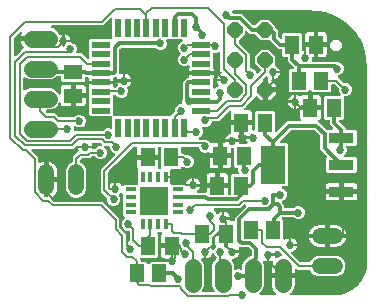
<source format=gtl>
G04 EAGLE Gerber RS-274X export*
G75*
%MOMM*%
%FSLAX34Y34*%
%LPD*%
%INTop Copper*%
%IPPOS*%
%AMOC8*
5,1,8,0,0,1.08239X$1,22.5*%
G01*
%ADD10R,0.304800X0.965200*%
%ADD11R,0.965200X0.304800*%
%ADD12R,2.438400X2.438400*%
%ADD13R,1.600000X0.550000*%
%ADD14R,0.550000X1.600000*%
%ADD15R,1.300000X1.600000*%
%ADD16R,1.600000X1.300000*%
%ADD17C,1.320800*%
%ADD18C,1.422400*%
%ADD19R,1.300000X1.500000*%
%ADD20P,1.415766X8X292.500000*%
%ADD21R,2.150000X0.950000*%
%ADD22R,2.150000X3.250000*%
%ADD23C,0.203200*%
%ADD24C,0.685800*%
%ADD25C,0.304800*%

G36*
X285155Y14230D02*
X285155Y14230D01*
X285187Y14227D01*
X288893Y14492D01*
X288975Y14510D01*
X289036Y14513D01*
X292666Y15303D01*
X292745Y15332D01*
X292805Y15343D01*
X296285Y16641D01*
X296359Y16682D01*
X296417Y16702D01*
X299677Y18482D01*
X299745Y18532D01*
X299799Y18560D01*
X302773Y20786D01*
X302832Y20846D01*
X302882Y20881D01*
X305509Y23508D01*
X305559Y23575D01*
X305604Y23617D01*
X307830Y26591D01*
X307870Y26665D01*
X307908Y26713D01*
X309688Y29973D01*
X309701Y30007D01*
X309716Y30030D01*
X309729Y30072D01*
X309749Y30105D01*
X311047Y33585D01*
X311065Y33667D01*
X311087Y33724D01*
X311877Y37354D01*
X311879Y37384D01*
X311887Y37408D01*
X311888Y37457D01*
X311898Y37497D01*
X312163Y41203D01*
X312160Y41243D01*
X312165Y41275D01*
X312165Y208322D01*
X312160Y208359D01*
X312163Y208389D01*
X311772Y214351D01*
X311757Y214425D01*
X311755Y214482D01*
X310589Y220343D01*
X310564Y220415D01*
X310555Y220471D01*
X308634Y226129D01*
X308600Y226197D01*
X308584Y226251D01*
X305941Y231610D01*
X305898Y231673D01*
X305875Y231725D01*
X302555Y236693D01*
X302504Y236750D01*
X302474Y236799D01*
X298535Y241291D01*
X298477Y241340D01*
X298441Y241385D01*
X293949Y245324D01*
X293885Y245366D01*
X293843Y245405D01*
X288875Y248725D01*
X288806Y248758D01*
X288760Y248791D01*
X283401Y251434D01*
X283329Y251457D01*
X283279Y251484D01*
X277621Y253405D01*
X277546Y253419D01*
X277493Y253439D01*
X271632Y254605D01*
X271556Y254609D01*
X271501Y254622D01*
X265539Y255013D01*
X265502Y255010D01*
X265472Y255015D01*
X198999Y255015D01*
X198885Y254999D01*
X198770Y254989D01*
X198745Y254979D01*
X198717Y254975D01*
X198612Y254929D01*
X198505Y254887D01*
X198483Y254871D01*
X198458Y254859D01*
X198370Y254785D01*
X198278Y254716D01*
X198262Y254693D01*
X198241Y254676D01*
X198177Y254580D01*
X198108Y254488D01*
X198098Y254462D01*
X198083Y254439D01*
X198048Y254329D01*
X198008Y254222D01*
X198006Y254194D01*
X197997Y254168D01*
X197994Y254053D01*
X197985Y253939D01*
X197991Y253914D01*
X197990Y253884D01*
X198057Y253627D01*
X198061Y253612D01*
X198297Y253039D01*
X198298Y253038D01*
X198299Y253037D01*
X198375Y252909D01*
X198442Y252795D01*
X198443Y252794D01*
X198444Y252792D01*
X198551Y252692D01*
X198649Y252599D01*
X198650Y252599D01*
X198651Y252598D01*
X198777Y252533D01*
X198901Y252469D01*
X198903Y252469D01*
X198904Y252468D01*
X198919Y252466D01*
X199180Y252414D01*
X199211Y252417D01*
X199235Y252413D01*
X206315Y252413D01*
X216114Y242614D01*
X216184Y242562D01*
X216248Y242502D01*
X216297Y242476D01*
X216341Y242443D01*
X216423Y242412D01*
X216501Y242372D01*
X216548Y242364D01*
X216607Y242342D01*
X216754Y242330D01*
X216832Y242317D01*
X217073Y242317D01*
X217159Y242329D01*
X217247Y242332D01*
X217299Y242349D01*
X217354Y242357D01*
X217434Y242392D01*
X217517Y242419D01*
X217556Y242447D01*
X217613Y242473D01*
X217727Y242569D01*
X217790Y242614D01*
X222509Y247333D01*
X229611Y247333D01*
X234633Y242311D01*
X234633Y240718D01*
X234645Y240631D01*
X234648Y240544D01*
X234665Y240491D01*
X234673Y240436D01*
X234708Y240356D01*
X234735Y240273D01*
X234763Y240234D01*
X234789Y240177D01*
X234885Y240064D01*
X234930Y240000D01*
X237237Y237693D01*
X237237Y233034D01*
X237249Y232947D01*
X237252Y232860D01*
X237269Y232807D01*
X237277Y232752D01*
X237312Y232672D01*
X237339Y232589D01*
X237367Y232550D01*
X237393Y232493D01*
X237489Y232380D01*
X237534Y232316D01*
X238814Y231036D01*
X238838Y231018D01*
X238857Y230996D01*
X238951Y230933D01*
X239041Y230865D01*
X239069Y230855D01*
X239093Y230838D01*
X239201Y230804D01*
X239307Y230764D01*
X239336Y230761D01*
X239364Y230752D01*
X239478Y230750D01*
X239590Y230740D01*
X239619Y230746D01*
X239648Y230745D01*
X239758Y230774D01*
X239869Y230796D01*
X239895Y230810D01*
X239923Y230817D01*
X240021Y230875D01*
X240121Y230927D01*
X240143Y230947D01*
X240168Y230962D01*
X240245Y231045D01*
X240327Y231123D01*
X240342Y231148D01*
X240362Y231170D01*
X240414Y231270D01*
X240471Y231368D01*
X240478Y231397D01*
X240492Y231423D01*
X240505Y231500D01*
X240541Y231644D01*
X240539Y231706D01*
X240547Y231754D01*
X240547Y234902D01*
X241738Y236093D01*
X256422Y236093D01*
X257613Y234902D01*
X257613Y221484D01*
X257615Y221469D01*
X257613Y221453D01*
X257635Y221328D01*
X257653Y221203D01*
X257659Y221188D01*
X257662Y221173D01*
X257717Y221059D01*
X257769Y220943D01*
X257779Y220931D01*
X257786Y220917D01*
X257871Y220823D01*
X257952Y220726D01*
X257965Y220718D01*
X257976Y220706D01*
X258083Y220639D01*
X258189Y220569D01*
X258204Y220564D01*
X258217Y220556D01*
X258339Y220521D01*
X258460Y220483D01*
X258476Y220482D01*
X258491Y220478D01*
X258559Y220480D01*
X258744Y220476D01*
X258789Y220487D01*
X258826Y220488D01*
X259222Y220567D01*
X259318Y220601D01*
X259415Y220626D01*
X259451Y220647D01*
X259490Y220661D01*
X259573Y220720D01*
X259660Y220771D01*
X259688Y220802D01*
X259722Y220826D01*
X259785Y220905D01*
X259854Y220979D01*
X259873Y221016D01*
X259899Y221048D01*
X259938Y221142D01*
X259984Y221232D01*
X259990Y221268D01*
X260008Y221311D01*
X260028Y221495D01*
X260039Y221563D01*
X260039Y224029D01*
X267049Y224029D01*
X267049Y215519D01*
X266833Y215519D01*
X266775Y215511D01*
X266717Y215513D01*
X266635Y215491D01*
X266552Y215479D01*
X266498Y215455D01*
X266442Y215441D01*
X266369Y215398D01*
X266292Y215363D01*
X266247Y215325D01*
X266197Y215296D01*
X266140Y215234D01*
X266075Y215180D01*
X266043Y215131D01*
X266003Y215088D01*
X265964Y215013D01*
X265918Y214943D01*
X265900Y214887D01*
X265873Y214835D01*
X265862Y214767D01*
X265832Y214672D01*
X265829Y214572D01*
X265818Y214504D01*
X265818Y214017D01*
X265588Y212864D01*
X265471Y212581D01*
X265442Y212469D01*
X265408Y212360D01*
X265407Y212332D01*
X265400Y212305D01*
X265403Y212191D01*
X265400Y212076D01*
X265407Y212049D01*
X265408Y212021D01*
X265443Y211912D01*
X265472Y211801D01*
X265486Y211777D01*
X265495Y211750D01*
X265559Y211655D01*
X265617Y211556D01*
X265638Y211537D01*
X265653Y211514D01*
X265741Y211440D01*
X265825Y211362D01*
X265849Y211349D01*
X265871Y211331D01*
X265976Y211284D01*
X266078Y211232D01*
X266103Y211228D01*
X266131Y211216D01*
X266394Y211179D01*
X266409Y211177D01*
X283246Y211177D01*
X285121Y211177D01*
X285671Y211177D01*
X285702Y211181D01*
X285733Y211179D01*
X285809Y211196D01*
X285848Y211202D01*
X288106Y211202D01*
X290114Y210370D01*
X291650Y208834D01*
X292482Y206826D01*
X292482Y204654D01*
X291650Y202646D01*
X290114Y201110D01*
X288019Y200242D01*
X287920Y200184D01*
X287819Y200131D01*
X287799Y200112D01*
X287775Y200098D01*
X287696Y200014D01*
X287613Y199935D01*
X287599Y199911D01*
X287579Y199891D01*
X287527Y199789D01*
X287469Y199690D01*
X287462Y199663D01*
X287449Y199638D01*
X287427Y199526D01*
X287399Y199414D01*
X287400Y199387D01*
X287394Y199359D01*
X287404Y199245D01*
X287408Y199130D01*
X287416Y199104D01*
X287419Y199076D01*
X287460Y198969D01*
X287495Y198860D01*
X287510Y198839D01*
X287521Y198811D01*
X287681Y198599D01*
X287690Y198586D01*
X292557Y193719D01*
X292627Y193667D01*
X292691Y193607D01*
X292741Y193581D01*
X292785Y193548D01*
X292866Y193517D01*
X292944Y193477D01*
X292992Y193469D01*
X293050Y193447D01*
X293198Y193435D01*
X293275Y193422D01*
X295091Y193422D01*
X297099Y192590D01*
X298635Y191054D01*
X299467Y189046D01*
X299467Y186874D01*
X298635Y184866D01*
X297099Y183330D01*
X295091Y182498D01*
X293868Y182498D01*
X293810Y182490D01*
X293752Y182492D01*
X293670Y182470D01*
X293586Y182458D01*
X293533Y182435D01*
X293477Y182420D01*
X293404Y182377D01*
X293327Y182342D01*
X293282Y182304D01*
X293232Y182275D01*
X293174Y182213D01*
X293110Y182159D01*
X293078Y182110D01*
X293038Y182067D01*
X292999Y181992D01*
X292952Y181922D01*
X292935Y181866D01*
X292908Y181814D01*
X292897Y181746D01*
X292867Y181651D01*
X292864Y181551D01*
X292853Y181483D01*
X292853Y163878D01*
X291662Y162687D01*
X289294Y162687D01*
X289265Y162683D01*
X289235Y162686D01*
X289124Y162663D01*
X289012Y162647D01*
X288986Y162635D01*
X288957Y162630D01*
X288856Y162578D01*
X288753Y162531D01*
X288730Y162512D01*
X288704Y162499D01*
X288622Y162421D01*
X288536Y162348D01*
X288520Y162323D01*
X288498Y162303D01*
X288441Y162205D01*
X288378Y162111D01*
X288369Y162083D01*
X288355Y162058D01*
X288327Y161948D01*
X288292Y161840D01*
X288292Y161810D01*
X288284Y161782D01*
X288288Y161669D01*
X288285Y161556D01*
X288293Y161527D01*
X288294Y161498D01*
X288328Y161390D01*
X288357Y161281D01*
X288372Y161255D01*
X288381Y161227D01*
X288427Y161164D01*
X288502Y161036D01*
X288548Y160993D01*
X288576Y160954D01*
X294177Y155353D01*
X294177Y155258D01*
X294185Y155200D01*
X294183Y155142D01*
X294205Y155060D01*
X294217Y154976D01*
X294240Y154923D01*
X294255Y154867D01*
X294298Y154794D01*
X294333Y154717D01*
X294371Y154672D01*
X294400Y154622D01*
X294462Y154564D01*
X294516Y154500D01*
X294565Y154468D01*
X294608Y154428D01*
X294683Y154389D01*
X294753Y154342D01*
X294809Y154325D01*
X294861Y154298D01*
X294929Y154287D01*
X295024Y154257D01*
X295124Y154254D01*
X295192Y154243D01*
X302212Y154243D01*
X303403Y153052D01*
X303403Y141868D01*
X302212Y140677D01*
X295534Y140677D01*
X295420Y140661D01*
X295306Y140651D01*
X295280Y140641D01*
X295253Y140637D01*
X295148Y140590D01*
X295041Y140549D01*
X295019Y140533D01*
X294993Y140521D01*
X294906Y140447D01*
X294814Y140378D01*
X294797Y140355D01*
X294776Y140338D01*
X294713Y140242D01*
X294644Y140150D01*
X294634Y140124D01*
X294619Y140101D01*
X294584Y139991D01*
X294544Y139884D01*
X294541Y139856D01*
X294533Y139830D01*
X294530Y139715D01*
X294521Y139601D01*
X294526Y139576D01*
X294526Y139546D01*
X294593Y139289D01*
X294596Y139273D01*
X295022Y138246D01*
X295022Y136074D01*
X294190Y134066D01*
X293100Y132976D01*
X293082Y132952D01*
X293060Y132933D01*
X292997Y132839D01*
X292929Y132749D01*
X292919Y132721D01*
X292902Y132697D01*
X292868Y132589D01*
X292828Y132483D01*
X292825Y132454D01*
X292817Y132426D01*
X292814Y132312D01*
X292804Y132200D01*
X292810Y132171D01*
X292809Y132142D01*
X292838Y132032D01*
X292860Y131921D01*
X292874Y131895D01*
X292881Y131867D01*
X292939Y131769D01*
X292991Y131669D01*
X293011Y131647D01*
X293026Y131622D01*
X293109Y131545D01*
X293187Y131463D01*
X293212Y131448D01*
X293234Y131428D01*
X293334Y131376D01*
X293432Y131319D01*
X293461Y131312D01*
X293487Y131298D01*
X293564Y131285D01*
X293708Y131249D01*
X293770Y131251D01*
X293818Y131243D01*
X302212Y131243D01*
X303403Y130052D01*
X303403Y118868D01*
X302212Y117677D01*
X279028Y117677D01*
X277837Y118868D01*
X277837Y130052D01*
X278200Y130414D01*
X278235Y130461D01*
X278277Y130501D01*
X278320Y130574D01*
X278371Y130642D01*
X278392Y130696D01*
X278421Y130747D01*
X278442Y130828D01*
X278472Y130907D01*
X278477Y130966D01*
X278491Y131022D01*
X278488Y131107D01*
X278495Y131191D01*
X278484Y131248D01*
X278482Y131306D01*
X278456Y131387D01*
X278440Y131469D01*
X278413Y131521D01*
X278395Y131577D01*
X278355Y131633D01*
X278309Y131722D01*
X278240Y131794D01*
X278200Y131850D01*
X275138Y134912D01*
X272757Y137293D01*
X272757Y148512D01*
X272745Y148599D01*
X272742Y148686D01*
X272725Y148739D01*
X272717Y148794D01*
X272682Y148874D01*
X272655Y148957D01*
X272627Y148996D01*
X272601Y149053D01*
X272505Y149166D01*
X272460Y149230D01*
X268064Y153626D01*
X267994Y153678D01*
X267930Y153738D01*
X267881Y153764D01*
X267837Y153797D01*
X267755Y153828D01*
X267677Y153868D01*
X267630Y153876D01*
X267571Y153898D01*
X267424Y153910D01*
X267346Y153923D01*
X248274Y153923D01*
X248187Y153911D01*
X248100Y153908D01*
X248047Y153891D01*
X247992Y153883D01*
X247912Y153848D01*
X247829Y153821D01*
X247790Y153793D01*
X247733Y153767D01*
X247620Y153671D01*
X247556Y153626D01*
X238406Y144476D01*
X238388Y144452D01*
X238366Y144433D01*
X238303Y144339D01*
X238235Y144249D01*
X238225Y144221D01*
X238208Y144197D01*
X238174Y144089D01*
X238134Y143983D01*
X238131Y143954D01*
X238122Y143926D01*
X238120Y143812D01*
X238110Y143700D01*
X238116Y143671D01*
X238115Y143642D01*
X238144Y143532D01*
X238166Y143421D01*
X238180Y143395D01*
X238187Y143367D01*
X238245Y143269D01*
X238297Y143169D01*
X238317Y143147D01*
X238332Y143122D01*
X238415Y143045D01*
X238493Y142963D01*
X238518Y142948D01*
X238540Y142928D01*
X238640Y142876D01*
X238738Y142819D01*
X238767Y142812D01*
X238793Y142798D01*
X238870Y142785D01*
X239014Y142749D01*
X239076Y142751D01*
X239124Y142743D01*
X244212Y142743D01*
X245403Y141552D01*
X245403Y107368D01*
X244212Y106177D01*
X240954Y106177D01*
X240868Y106165D01*
X240783Y106163D01*
X240728Y106145D01*
X240672Y106137D01*
X240594Y106102D01*
X240512Y106076D01*
X240465Y106044D01*
X240413Y106021D01*
X240347Y105966D01*
X240276Y105918D01*
X240239Y105874D01*
X240196Y105838D01*
X240148Y105766D01*
X240093Y105700D01*
X240070Y105648D01*
X240038Y105601D01*
X240012Y105519D01*
X239977Y105440D01*
X239969Y105384D01*
X239952Y105330D01*
X239950Y105244D01*
X239938Y105159D01*
X239946Y105103D01*
X239945Y105046D01*
X239967Y104963D01*
X239979Y104878D01*
X240002Y104826D01*
X240017Y104771D01*
X240061Y104697D01*
X240096Y104618D01*
X240133Y104575D01*
X240162Y104526D01*
X240225Y104467D01*
X240280Y104402D01*
X240322Y104376D01*
X240369Y104332D01*
X240499Y104266D01*
X240565Y104224D01*
X241854Y103690D01*
X243390Y102154D01*
X244222Y100146D01*
X244222Y97974D01*
X243390Y95966D01*
X241854Y94430D01*
X240717Y93959D01*
X240618Y93900D01*
X240516Y93847D01*
X240496Y93828D01*
X240472Y93814D01*
X240393Y93731D01*
X240310Y93652D01*
X240296Y93628D01*
X240277Y93607D01*
X240224Y93505D01*
X240166Y93406D01*
X240159Y93379D01*
X240146Y93355D01*
X240124Y93242D01*
X240096Y93131D01*
X240097Y93103D01*
X240091Y93076D01*
X240101Y92961D01*
X240105Y92847D01*
X240113Y92820D01*
X240116Y92793D01*
X240157Y92686D01*
X240192Y92576D01*
X240207Y92556D01*
X240218Y92527D01*
X240378Y92315D01*
X240387Y92303D01*
X242317Y90373D01*
X242317Y88392D01*
X242325Y88334D01*
X242323Y88276D01*
X242345Y88194D01*
X242357Y88110D01*
X242380Y88057D01*
X242395Y88001D01*
X242438Y87928D01*
X242473Y87851D01*
X242511Y87806D01*
X242540Y87756D01*
X242602Y87698D01*
X242656Y87634D01*
X242705Y87602D01*
X242748Y87562D01*
X242823Y87523D01*
X242893Y87476D01*
X242949Y87459D01*
X243001Y87432D01*
X243069Y87421D01*
X243164Y87391D01*
X243264Y87388D01*
X243332Y87377D01*
X249412Y87377D01*
X249499Y87389D01*
X249586Y87392D01*
X249639Y87409D01*
X249694Y87417D01*
X249773Y87452D01*
X249857Y87479D01*
X249896Y87507D01*
X249953Y87533D01*
X250066Y87629D01*
X250130Y87674D01*
X250906Y88450D01*
X252914Y89282D01*
X255086Y89282D01*
X257094Y88450D01*
X258630Y86914D01*
X259462Y84906D01*
X259462Y82734D01*
X258630Y80726D01*
X257094Y79190D01*
X255086Y78358D01*
X252914Y78358D01*
X250906Y79190D01*
X250130Y79966D01*
X250060Y80018D01*
X249996Y80078D01*
X249947Y80104D01*
X249903Y80137D01*
X249821Y80168D01*
X249743Y80208D01*
X249696Y80216D01*
X249637Y80238D01*
X249489Y80250D01*
X249412Y80263D01*
X241297Y80263D01*
X241268Y80259D01*
X241239Y80262D01*
X241128Y80239D01*
X241016Y80223D01*
X240989Y80211D01*
X240960Y80206D01*
X240860Y80153D01*
X240757Y80107D01*
X240734Y80088D01*
X240708Y80075D01*
X240626Y79997D01*
X240540Y79924D01*
X240523Y79899D01*
X240502Y79879D01*
X240445Y79781D01*
X240382Y79687D01*
X240373Y79659D01*
X240358Y79634D01*
X240330Y79524D01*
X240296Y79416D01*
X240295Y79386D01*
X240288Y79358D01*
X240292Y79245D01*
X240289Y79132D01*
X240296Y79103D01*
X240297Y79074D01*
X240332Y78966D01*
X240361Y78857D01*
X240376Y78831D01*
X240385Y78803D01*
X240430Y78739D01*
X240506Y78612D01*
X240549Y78571D01*
X240553Y78565D01*
X240558Y78561D01*
X240580Y78530D01*
X241553Y77557D01*
X241553Y61946D01*
X241557Y61917D01*
X241554Y61888D01*
X241577Y61777D01*
X241593Y61665D01*
X241605Y61638D01*
X241610Y61609D01*
X241663Y61508D01*
X241709Y61405D01*
X241728Y61383D01*
X241741Y61357D01*
X241819Y61275D01*
X241892Y61188D01*
X241917Y61172D01*
X241937Y61151D01*
X242035Y61094D01*
X242129Y61031D01*
X242157Y61022D01*
X242182Y61007D01*
X242292Y60979D01*
X242400Y60945D01*
X242430Y60944D01*
X242458Y60937D01*
X242571Y60941D01*
X242684Y60938D01*
X242713Y60945D01*
X242742Y60946D01*
X242850Y60981D01*
X242959Y61009D01*
X242985Y61024D01*
X243013Y61034D01*
X243077Y61079D01*
X243204Y61155D01*
X243247Y61200D01*
X243286Y61228D01*
X243345Y61287D01*
X244322Y61940D01*
X245409Y62390D01*
X246135Y62535D01*
X246135Y56650D01*
X246143Y56592D01*
X246141Y56534D01*
X246163Y56452D01*
X246174Y56369D01*
X246198Y56315D01*
X246213Y56259D01*
X246256Y56186D01*
X246291Y56109D01*
X246328Y56065D01*
X246358Y56014D01*
X246359Y56014D01*
X246420Y55957D01*
X246474Y55892D01*
X246475Y55892D01*
X246523Y55859D01*
X246566Y55819D01*
X246641Y55781D01*
X246711Y55734D01*
X246767Y55717D01*
X246819Y55690D01*
X246887Y55679D01*
X246982Y55648D01*
X247082Y55646D01*
X247150Y55635D01*
X253035Y55635D01*
X252890Y54909D01*
X252440Y53822D01*
X251787Y52844D01*
X250956Y52013D01*
X249978Y51360D01*
X248882Y50906D01*
X248827Y50887D01*
X248756Y50872D01*
X248693Y50840D01*
X248627Y50816D01*
X248568Y50775D01*
X248504Y50741D01*
X248453Y50693D01*
X248395Y50652D01*
X248350Y50595D01*
X248298Y50546D01*
X248262Y50485D01*
X248218Y50429D01*
X248190Y50363D01*
X248154Y50300D01*
X248137Y50232D01*
X248110Y50167D01*
X248102Y50095D01*
X248084Y50025D01*
X248086Y49954D01*
X248078Y49884D01*
X248091Y49813D01*
X248093Y49741D01*
X248115Y49673D01*
X248127Y49604D01*
X248158Y49539D01*
X248180Y49470D01*
X248215Y49421D01*
X248251Y49348D01*
X248331Y49259D01*
X248375Y49197D01*
X255491Y42081D01*
X255561Y42029D01*
X255625Y41969D01*
X255674Y41943D01*
X255718Y41910D01*
X255800Y41879D01*
X255878Y41839D01*
X255925Y41831D01*
X255984Y41809D01*
X256131Y41797D01*
X256209Y41784D01*
X263397Y41784D01*
X263399Y41784D01*
X263400Y41784D01*
X263540Y41804D01*
X263679Y41824D01*
X263680Y41824D01*
X263682Y41824D01*
X263808Y41881D01*
X263938Y41940D01*
X263939Y41941D01*
X263941Y41942D01*
X264048Y42033D01*
X264155Y42123D01*
X264156Y42125D01*
X264157Y42126D01*
X264165Y42139D01*
X264313Y42360D01*
X264322Y42389D01*
X264335Y42410D01*
X264839Y43627D01*
X267269Y46057D01*
X270443Y47372D01*
X287087Y47372D01*
X290261Y46057D01*
X292691Y43627D01*
X294006Y40453D01*
X294006Y37017D01*
X292691Y33843D01*
X290261Y31413D01*
X287087Y30098D01*
X270443Y30098D01*
X267269Y31413D01*
X264839Y33843D01*
X264335Y35060D01*
X264334Y35061D01*
X264334Y35062D01*
X264262Y35183D01*
X264191Y35304D01*
X264189Y35305D01*
X264189Y35307D01*
X264085Y35404D01*
X263984Y35500D01*
X263983Y35500D01*
X263981Y35501D01*
X263856Y35566D01*
X263731Y35630D01*
X263730Y35630D01*
X263728Y35631D01*
X263713Y35633D01*
X263452Y35685D01*
X263422Y35682D01*
X263397Y35686D01*
X253263Y35686D01*
X252686Y36263D01*
X252662Y36281D01*
X252643Y36303D01*
X252595Y36336D01*
X252552Y36375D01*
X252503Y36400D01*
X252459Y36434D01*
X252431Y36444D01*
X252407Y36461D01*
X252351Y36478D01*
X252299Y36505D01*
X252252Y36513D01*
X252193Y36535D01*
X252164Y36538D01*
X252136Y36546D01*
X252035Y36549D01*
X251968Y36560D01*
X251939Y36556D01*
X251910Y36559D01*
X251881Y36553D01*
X251852Y36554D01*
X251769Y36532D01*
X251686Y36520D01*
X251660Y36509D01*
X251631Y36503D01*
X251605Y36489D01*
X251577Y36482D01*
X251503Y36438D01*
X251427Y36404D01*
X251405Y36386D01*
X251379Y36372D01*
X251357Y36352D01*
X251332Y36337D01*
X251274Y36274D01*
X251210Y36221D01*
X251194Y36196D01*
X251173Y36176D01*
X251158Y36151D01*
X251138Y36129D01*
X251099Y36054D01*
X251052Y35984D01*
X251044Y35956D01*
X251029Y35931D01*
X251022Y35902D01*
X251008Y35876D01*
X250997Y35808D01*
X250967Y35713D01*
X250966Y35684D01*
X250959Y35655D01*
X250961Y35593D01*
X250953Y35545D01*
X250953Y32511D01*
X242316Y32511D01*
X242258Y32503D01*
X242200Y32505D01*
X242118Y32483D01*
X242035Y32471D01*
X241981Y32447D01*
X241925Y32433D01*
X241852Y32390D01*
X241775Y32355D01*
X241731Y32317D01*
X241680Y32287D01*
X241623Y32226D01*
X241558Y32171D01*
X241526Y32123D01*
X241486Y32080D01*
X241447Y32005D01*
X241401Y31935D01*
X241383Y31879D01*
X241356Y31827D01*
X241345Y31759D01*
X241315Y31664D01*
X241312Y31564D01*
X241301Y31496D01*
X241301Y29464D01*
X241309Y29406D01*
X241308Y29348D01*
X241329Y29266D01*
X241341Y29183D01*
X241365Y29129D01*
X241379Y29073D01*
X241422Y29000D01*
X241457Y28923D01*
X241495Y28878D01*
X241525Y28828D01*
X241586Y28770D01*
X241641Y28706D01*
X241689Y28674D01*
X241732Y28634D01*
X241807Y28595D01*
X241877Y28549D01*
X241933Y28531D01*
X241985Y28504D01*
X242053Y28493D01*
X242148Y28463D01*
X242248Y28460D01*
X242316Y28449D01*
X250953Y28449D01*
X250953Y22608D01*
X250715Y21108D01*
X250246Y19663D01*
X249556Y18309D01*
X248663Y17080D01*
X247541Y15958D01*
X247523Y15934D01*
X247501Y15916D01*
X247438Y15821D01*
X247370Y15731D01*
X247360Y15703D01*
X247343Y15679D01*
X247309Y15571D01*
X247269Y15465D01*
X247266Y15436D01*
X247258Y15408D01*
X247255Y15295D01*
X247245Y15182D01*
X247251Y15153D01*
X247250Y15124D01*
X247279Y15014D01*
X247301Y14903D01*
X247315Y14877D01*
X247322Y14849D01*
X247380Y14752D01*
X247432Y14651D01*
X247452Y14629D01*
X247467Y14604D01*
X247550Y14527D01*
X247628Y14445D01*
X247653Y14430D01*
X247675Y14410D01*
X247776Y14358D01*
X247873Y14301D01*
X247902Y14294D01*
X247928Y14280D01*
X248005Y14267D01*
X248149Y14231D01*
X248211Y14233D01*
X248259Y14225D01*
X285115Y14225D01*
X285155Y14230D01*
G37*
G36*
X88320Y152921D02*
X88320Y152921D01*
X88407Y152924D01*
X88460Y152941D01*
X88515Y152949D01*
X88594Y152984D01*
X88678Y153011D01*
X88717Y153039D01*
X88774Y153065D01*
X88887Y153161D01*
X88951Y153206D01*
X90235Y154490D01*
X92243Y155322D01*
X94415Y155322D01*
X95353Y154933D01*
X95465Y154905D01*
X95574Y154870D01*
X95602Y154869D01*
X95629Y154862D01*
X95743Y154865D01*
X95858Y154863D01*
X95885Y154870D01*
X95913Y154870D01*
X96022Y154905D01*
X96133Y154934D01*
X96157Y154949D01*
X96184Y154957D01*
X96279Y155021D01*
X96378Y155080D01*
X96397Y155100D01*
X96420Y155115D01*
X96494Y155203D01*
X96572Y155287D01*
X96585Y155312D01*
X96603Y155333D01*
X96649Y155438D01*
X96702Y155540D01*
X96706Y155565D01*
X96718Y155593D01*
X96755Y155856D01*
X96757Y155871D01*
X96757Y164322D01*
X96749Y164380D01*
X96751Y164438D01*
X96729Y164520D01*
X96717Y164604D01*
X96694Y164657D01*
X96679Y164713D01*
X96636Y164786D01*
X96601Y164863D01*
X96563Y164908D01*
X96534Y164958D01*
X96472Y165016D01*
X96418Y165080D01*
X96369Y165112D01*
X96326Y165152D01*
X96251Y165191D01*
X96181Y165238D01*
X96125Y165255D01*
X96073Y165282D01*
X96005Y165293D01*
X95910Y165323D01*
X95810Y165326D01*
X95742Y165337D01*
X78198Y165337D01*
X77007Y166528D01*
X77007Y189537D01*
X76994Y189634D01*
X76989Y189731D01*
X76975Y189768D01*
X76967Y189819D01*
X76897Y189976D01*
X76871Y190045D01*
X76672Y190389D01*
X76499Y191036D01*
X76499Y192746D01*
X86681Y192746D01*
X86739Y192754D01*
X86797Y192752D01*
X86879Y192774D01*
X86962Y192786D01*
X87016Y192809D01*
X87040Y192816D01*
X87068Y192801D01*
X87136Y192790D01*
X87231Y192760D01*
X87331Y192757D01*
X87399Y192746D01*
X97581Y192746D01*
X97581Y191035D01*
X97576Y191017D01*
X97570Y190968D01*
X97555Y190922D01*
X97553Y190828D01*
X97541Y190735D01*
X97549Y190686D01*
X97548Y190638D01*
X97572Y190547D01*
X97586Y190454D01*
X97607Y190410D01*
X97620Y190363D01*
X97668Y190282D01*
X97708Y190197D01*
X97740Y190160D01*
X97765Y190118D01*
X97833Y190054D01*
X97895Y189983D01*
X97937Y189957D01*
X97972Y189924D01*
X98056Y189881D01*
X98135Y189830D01*
X98182Y189816D01*
X98225Y189794D01*
X98298Y189782D01*
X98408Y189750D01*
X98494Y189749D01*
X98556Y189739D01*
X99044Y189739D01*
X99131Y189751D01*
X99218Y189754D01*
X99271Y189771D01*
X99326Y189779D01*
X99405Y189814D01*
X99489Y189841D01*
X99528Y189869D01*
X99585Y189895D01*
X99698Y189991D01*
X99762Y190036D01*
X101099Y191373D01*
X101166Y191413D01*
X101177Y191424D01*
X101190Y191433D01*
X101275Y191527D01*
X101362Y191620D01*
X101369Y191634D01*
X101379Y191645D01*
X101434Y191760D01*
X101492Y191872D01*
X101495Y191888D01*
X101502Y191902D01*
X101522Y192027D01*
X101547Y192151D01*
X101546Y192167D01*
X101548Y192182D01*
X101533Y192309D01*
X101523Y192434D01*
X101517Y192449D01*
X101515Y192465D01*
X101487Y192528D01*
X101421Y192700D01*
X101400Y192727D01*
X100940Y193839D01*
X100795Y194565D01*
X106680Y194565D01*
X112565Y194565D01*
X112420Y193839D01*
X111970Y192752D01*
X111317Y191774D01*
X110486Y190943D01*
X109459Y190257D01*
X109383Y190190D01*
X109303Y190128D01*
X109278Y190095D01*
X109247Y190068D01*
X109193Y189982D01*
X109132Y189901D01*
X109118Y189862D01*
X109096Y189827D01*
X109068Y189729D01*
X109032Y189635D01*
X109029Y189593D01*
X109017Y189553D01*
X109017Y189452D01*
X109009Y189351D01*
X109018Y189315D01*
X109018Y189269D01*
X109069Y189092D01*
X109085Y189024D01*
X109602Y187776D01*
X109602Y185604D01*
X108770Y183596D01*
X107234Y182060D01*
X105226Y181228D01*
X103054Y181228D01*
X101046Y182060D01*
X99762Y183344D01*
X99692Y183396D01*
X99628Y183456D01*
X99579Y183482D01*
X99535Y183515D01*
X99453Y183546D01*
X99375Y183586D01*
X99328Y183594D01*
X99269Y183616D01*
X99121Y183628D01*
X99044Y183641D01*
X98088Y183641D01*
X98030Y183633D01*
X97972Y183635D01*
X97890Y183613D01*
X97806Y183601D01*
X97753Y183578D01*
X97697Y183563D01*
X97624Y183520D01*
X97547Y183485D01*
X97502Y183447D01*
X97452Y183418D01*
X97394Y183356D01*
X97330Y183302D01*
X97298Y183253D01*
X97258Y183210D01*
X97219Y183135D01*
X97172Y183065D01*
X97155Y183009D01*
X97128Y182957D01*
X97117Y182889D01*
X97087Y182794D01*
X97084Y182694D01*
X97073Y182626D01*
X97073Y166668D01*
X97081Y166610D01*
X97079Y166552D01*
X97101Y166470D01*
X97113Y166386D01*
X97136Y166333D01*
X97151Y166277D01*
X97194Y166204D01*
X97229Y166127D01*
X97267Y166082D01*
X97296Y166032D01*
X97358Y165974D01*
X97412Y165910D01*
X97461Y165878D01*
X97504Y165838D01*
X97579Y165799D01*
X97649Y165752D01*
X97705Y165735D01*
X97757Y165708D01*
X97825Y165697D01*
X97920Y165667D01*
X98020Y165664D01*
X98088Y165653D01*
X145681Y165653D01*
X145767Y165665D01*
X145855Y165668D01*
X145907Y165685D01*
X145962Y165693D01*
X146042Y165728D01*
X146125Y165755D01*
X146164Y165783D01*
X146222Y165809D01*
X146335Y165905D01*
X146399Y165950D01*
X149181Y168732D01*
X149233Y168802D01*
X149293Y168866D01*
X149319Y168916D01*
X149352Y168960D01*
X149383Y169041D01*
X149423Y169119D01*
X149431Y169167D01*
X149453Y169225D01*
X149465Y169373D01*
X149478Y169450D01*
X149478Y171266D01*
X150310Y173274D01*
X151846Y174810D01*
X153854Y175642D01*
X155075Y175642D01*
X155188Y175658D01*
X155303Y175668D01*
X155329Y175678D01*
X155356Y175682D01*
X155461Y175728D01*
X155568Y175770D01*
X155590Y175787D01*
X155615Y175798D01*
X155703Y175872D01*
X155795Y175941D01*
X155811Y175964D01*
X155832Y175981D01*
X155896Y176077D01*
X155965Y176169D01*
X155975Y176195D01*
X155990Y176218D01*
X156025Y176328D01*
X156065Y176435D01*
X156067Y176463D01*
X156076Y176489D01*
X156079Y176604D01*
X156088Y176718D01*
X156082Y176743D01*
X156083Y176773D01*
X156016Y177031D01*
X156012Y177046D01*
X155955Y177184D01*
X155955Y179356D01*
X156386Y180396D01*
X156394Y180426D01*
X156408Y180454D01*
X156421Y180531D01*
X156457Y180672D01*
X156455Y180736D01*
X156463Y180785D01*
X156463Y194513D01*
X159627Y197677D01*
X160540Y197677D01*
X160589Y197684D01*
X160637Y197681D01*
X160729Y197703D01*
X160822Y197717D01*
X160866Y197737D01*
X160914Y197748D01*
X160995Y197794D01*
X161081Y197833D01*
X161118Y197864D01*
X161161Y197889D01*
X161227Y197956D01*
X161298Y198016D01*
X161325Y198057D01*
X161359Y198092D01*
X161404Y198175D01*
X161456Y198253D01*
X161471Y198300D01*
X161494Y198343D01*
X161513Y198435D01*
X161542Y198524D01*
X161543Y198573D01*
X161553Y198621D01*
X161546Y198695D01*
X161549Y198808D01*
X161527Y198892D01*
X161521Y198955D01*
X161499Y199036D01*
X161499Y200746D01*
X171681Y200746D01*
X171739Y200754D01*
X171797Y200752D01*
X171879Y200774D01*
X171962Y200786D01*
X172016Y200809D01*
X172040Y200816D01*
X172068Y200801D01*
X172136Y200790D01*
X172231Y200760D01*
X172331Y200757D01*
X172399Y200746D01*
X182581Y200746D01*
X182581Y199036D01*
X182408Y198389D01*
X182209Y198045D01*
X182172Y197955D01*
X182128Y197868D01*
X182122Y197829D01*
X182102Y197781D01*
X182085Y197610D01*
X182073Y197537D01*
X182073Y189708D01*
X182077Y189679D01*
X182074Y189650D01*
X182097Y189538D01*
X182113Y189426D01*
X182125Y189400D01*
X182130Y189371D01*
X182183Y189270D01*
X182229Y189167D01*
X182248Y189145D01*
X182261Y189118D01*
X182339Y189036D01*
X182412Y188950D01*
X182437Y188934D01*
X182457Y188912D01*
X182555Y188855D01*
X182649Y188792D01*
X182677Y188783D01*
X182702Y188769D01*
X182812Y188741D01*
X182920Y188707D01*
X182950Y188706D01*
X182978Y188699D01*
X183091Y188702D01*
X183204Y188699D01*
X183233Y188707D01*
X183262Y188708D01*
X183370Y188742D01*
X183479Y188771D01*
X183505Y188786D01*
X183533Y188795D01*
X183597Y188841D01*
X183724Y188916D01*
X183767Y188962D01*
X183806Y188990D01*
X184866Y190050D01*
X186230Y190615D01*
X186328Y190673D01*
X186430Y190726D01*
X186451Y190745D01*
X186474Y190759D01*
X186553Y190843D01*
X186637Y190922D01*
X186651Y190946D01*
X186670Y190966D01*
X186722Y191068D01*
X186780Y191167D01*
X186787Y191194D01*
X186800Y191219D01*
X186822Y191332D01*
X186850Y191443D01*
X186849Y191471D01*
X186855Y191498D01*
X186845Y191612D01*
X186841Y191727D01*
X186833Y191753D01*
X186830Y191781D01*
X186789Y191888D01*
X186754Y191998D01*
X186739Y192018D01*
X186728Y192046D01*
X186567Y192259D01*
X186559Y192271D01*
X186459Y192371D01*
X185806Y193348D01*
X185356Y194435D01*
X185211Y195161D01*
X191096Y195161D01*
X191154Y195169D01*
X191212Y195167D01*
X191294Y195189D01*
X191377Y195201D01*
X191431Y195224D01*
X191487Y195239D01*
X191560Y195282D01*
X191637Y195317D01*
X191681Y195355D01*
X191732Y195384D01*
X191789Y195446D01*
X191854Y195500D01*
X191886Y195549D01*
X191926Y195592D01*
X191965Y195667D01*
X192011Y195737D01*
X192029Y195793D01*
X192056Y195845D01*
X192067Y195913D01*
X192097Y196008D01*
X192100Y196108D01*
X192111Y196176D01*
X192103Y196234D01*
X192104Y196268D01*
X192104Y196293D01*
X192083Y196374D01*
X192071Y196458D01*
X192047Y196511D01*
X192033Y196568D01*
X191989Y196640D01*
X191955Y196717D01*
X191917Y196762D01*
X191887Y196812D01*
X191826Y196870D01*
X191771Y196934D01*
X191723Y196967D01*
X191680Y197007D01*
X191605Y197045D01*
X191535Y197092D01*
X191479Y197109D01*
X191427Y197136D01*
X191359Y197147D01*
X191264Y197178D01*
X191164Y197180D01*
X191096Y197192D01*
X185211Y197192D01*
X185356Y197918D01*
X185806Y199004D01*
X186459Y199982D01*
X187291Y200813D01*
X188268Y201466D01*
X188552Y201584D01*
X188650Y201642D01*
X188752Y201695D01*
X188773Y201714D01*
X188796Y201728D01*
X188875Y201812D01*
X188959Y201891D01*
X188973Y201915D01*
X188992Y201935D01*
X189044Y202037D01*
X189102Y202136D01*
X189109Y202163D01*
X189122Y202188D01*
X189144Y202300D01*
X189172Y202412D01*
X189171Y202439D01*
X189177Y202467D01*
X189167Y202581D01*
X189163Y202696D01*
X189155Y202722D01*
X189152Y202750D01*
X189111Y202857D01*
X189076Y202966D01*
X189061Y202987D01*
X189050Y203015D01*
X188889Y203228D01*
X188881Y203240D01*
X188023Y204097D01*
X188023Y218873D01*
X188007Y218987D01*
X187997Y219101D01*
X187987Y219127D01*
X187983Y219155D01*
X187936Y219260D01*
X187895Y219367D01*
X187879Y219389D01*
X187867Y219414D01*
X187793Y219502D01*
X187724Y219593D01*
X187701Y219610D01*
X187684Y219631D01*
X187588Y219695D01*
X187496Y219764D01*
X187470Y219773D01*
X187447Y219789D01*
X187337Y219823D01*
X187230Y219864D01*
X187202Y219866D01*
X187176Y219875D01*
X187061Y219878D01*
X186947Y219887D01*
X186922Y219881D01*
X186892Y219882D01*
X186635Y219815D01*
X186619Y219811D01*
X185083Y219175D01*
X183088Y219175D01*
X183030Y219167D01*
X182972Y219168D01*
X182890Y219147D01*
X182806Y219135D01*
X182753Y219111D01*
X182697Y219096D01*
X182624Y219053D01*
X182547Y219019D01*
X182502Y218981D01*
X182452Y218951D01*
X182394Y218889D01*
X182330Y218835D01*
X182298Y218786D01*
X182258Y218744D01*
X182219Y218669D01*
X182172Y218598D01*
X182155Y218543D01*
X182128Y218491D01*
X182117Y218423D01*
X182087Y218327D01*
X182084Y218228D01*
X182073Y218160D01*
X182073Y206703D01*
X182086Y206606D01*
X182091Y206509D01*
X182105Y206472D01*
X182113Y206421D01*
X182183Y206264D01*
X182209Y206195D01*
X182408Y205851D01*
X182581Y205204D01*
X182581Y203494D01*
X172399Y203494D01*
X172341Y203486D01*
X172283Y203488D01*
X172201Y203466D01*
X172118Y203454D01*
X172064Y203431D01*
X172040Y203424D01*
X172012Y203439D01*
X171944Y203450D01*
X171849Y203480D01*
X171749Y203483D01*
X171681Y203494D01*
X161499Y203494D01*
X161499Y205204D01*
X161672Y205851D01*
X161871Y206195D01*
X161908Y206285D01*
X161952Y206372D01*
X161958Y206411D01*
X161978Y206459D01*
X161995Y206630D01*
X162007Y206703D01*
X162007Y207804D01*
X161991Y207918D01*
X161981Y208032D01*
X161971Y208058D01*
X161967Y208086D01*
X161920Y208190D01*
X161879Y208298D01*
X161863Y208320D01*
X161851Y208345D01*
X161777Y208433D01*
X161708Y208524D01*
X161685Y208541D01*
X161668Y208562D01*
X161572Y208626D01*
X161480Y208694D01*
X161454Y208704D01*
X161431Y208720D01*
X161321Y208754D01*
X161214Y208795D01*
X161186Y208797D01*
X161160Y208805D01*
X161045Y208808D01*
X160931Y208818D01*
X160906Y208812D01*
X160876Y208813D01*
X160619Y208746D01*
X160603Y208742D01*
X158566Y207898D01*
X156394Y207898D01*
X154386Y208730D01*
X152850Y210266D01*
X152018Y212274D01*
X152018Y214446D01*
X152850Y216454D01*
X154118Y217722D01*
X154153Y217769D01*
X154196Y217809D01*
X154238Y217882D01*
X154289Y217949D01*
X154310Y218004D01*
X154339Y218054D01*
X154360Y218136D01*
X154390Y218215D01*
X154395Y218273D01*
X154409Y218330D01*
X154407Y218414D01*
X154414Y218498D01*
X154402Y218556D01*
X154400Y218614D01*
X154374Y218694D01*
X154358Y218777D01*
X154331Y218829D01*
X154313Y218885D01*
X154273Y218941D01*
X154227Y219029D01*
X154158Y219102D01*
X154118Y219158D01*
X152850Y220426D01*
X152018Y222434D01*
X152018Y224606D01*
X152850Y226614D01*
X154386Y228150D01*
X155554Y228634D01*
X155628Y228678D01*
X155707Y228713D01*
X155750Y228750D01*
X155799Y228779D01*
X155858Y228841D01*
X155924Y228897D01*
X155955Y228944D01*
X155994Y228985D01*
X156034Y229062D01*
X156081Y229133D01*
X156098Y229187D01*
X156124Y229238D01*
X156141Y229322D01*
X156167Y229404D01*
X156168Y229461D01*
X156179Y229517D01*
X156172Y229602D01*
X156174Y229688D01*
X156160Y229743D01*
X156155Y229800D01*
X156124Y229881D01*
X156102Y229963D01*
X156073Y230012D01*
X156053Y230065D01*
X156001Y230134D01*
X155957Y230208D01*
X155916Y230247D01*
X155881Y230292D01*
X155813Y230344D01*
X155750Y230402D01*
X155699Y230428D01*
X155654Y230462D01*
X155573Y230493D01*
X155497Y230532D01*
X155448Y230540D01*
X155388Y230563D01*
X155243Y230574D01*
X155166Y230587D01*
X143171Y230587D01*
X143057Y230571D01*
X142943Y230561D01*
X142917Y230551D01*
X142890Y230547D01*
X142785Y230500D01*
X142678Y230459D01*
X142656Y230443D01*
X142630Y230431D01*
X142543Y230357D01*
X142451Y230288D01*
X142434Y230265D01*
X142413Y230248D01*
X142350Y230152D01*
X142281Y230060D01*
X142271Y230034D01*
X142256Y230011D01*
X142221Y229901D01*
X142180Y229794D01*
X142178Y229766D01*
X142170Y229740D01*
X142167Y229625D01*
X142158Y229511D01*
X142163Y229486D01*
X142163Y229456D01*
X142230Y229199D01*
X142233Y229183D01*
X142622Y228245D01*
X142622Y226073D01*
X141790Y224065D01*
X140254Y222529D01*
X138246Y221697D01*
X136074Y221697D01*
X134066Y222529D01*
X133290Y223305D01*
X133220Y223357D01*
X133156Y223417D01*
X133107Y223443D01*
X133063Y223476D01*
X132981Y223507D01*
X132903Y223547D01*
X132856Y223555D01*
X132797Y223577D01*
X132649Y223589D01*
X132572Y223602D01*
X104593Y223602D01*
X104506Y223590D01*
X104419Y223587D01*
X104366Y223570D01*
X104311Y223562D01*
X104231Y223527D01*
X104148Y223500D01*
X104109Y223472D01*
X104052Y223446D01*
X103939Y223350D01*
X103875Y223305D01*
X102914Y222344D01*
X102862Y222274D01*
X102802Y222210D01*
X102776Y222161D01*
X102743Y222117D01*
X102712Y222035D01*
X102672Y221957D01*
X102664Y221910D01*
X102642Y221851D01*
X102630Y221704D01*
X102617Y221626D01*
X102617Y201878D01*
X102633Y201764D01*
X102643Y201650D01*
X102653Y201624D01*
X102657Y201596D01*
X102704Y201492D01*
X102745Y201384D01*
X102761Y201362D01*
X102773Y201337D01*
X102847Y201249D01*
X102916Y201158D01*
X102939Y201141D01*
X102956Y201120D01*
X103052Y201056D01*
X103144Y200988D01*
X103170Y200978D01*
X103193Y200962D01*
X103303Y200928D01*
X103410Y200887D01*
X103438Y200885D01*
X103464Y200877D01*
X103579Y200874D01*
X103693Y200865D01*
X103718Y200870D01*
X103748Y200869D01*
X104005Y200936D01*
X104021Y200940D01*
X104939Y201320D01*
X105665Y201465D01*
X105665Y196595D01*
X100795Y196595D01*
X100953Y197388D01*
X100968Y197427D01*
X100972Y197483D01*
X100987Y197538D01*
X100984Y197624D01*
X100991Y197710D01*
X100980Y197766D01*
X100979Y197822D01*
X100952Y197905D01*
X100935Y197989D01*
X100909Y198039D01*
X100892Y198093D01*
X100844Y198165D01*
X100804Y198241D01*
X100766Y198282D01*
X100734Y198329D01*
X100668Y198385D01*
X100609Y198447D01*
X100560Y198476D01*
X100517Y198512D01*
X100438Y198548D01*
X100363Y198591D01*
X100309Y198605D01*
X100257Y198628D01*
X100171Y198640D01*
X100088Y198661D01*
X100031Y198659D01*
X99975Y198667D01*
X99890Y198655D01*
X99804Y198652D01*
X99750Y198635D01*
X99694Y198627D01*
X99615Y198591D01*
X99533Y198565D01*
X99531Y198563D01*
X98540Y198563D01*
X98491Y198556D01*
X98443Y198559D01*
X98351Y198537D01*
X98258Y198523D01*
X98214Y198503D01*
X98166Y198492D01*
X98085Y198446D01*
X97999Y198407D01*
X97962Y198376D01*
X97919Y198351D01*
X97853Y198284D01*
X97782Y198224D01*
X97755Y198183D01*
X97721Y198148D01*
X97676Y198065D01*
X97624Y197987D01*
X97609Y197940D01*
X97586Y197897D01*
X97567Y197805D01*
X97538Y197716D01*
X97537Y197667D01*
X97527Y197619D01*
X97534Y197545D01*
X97531Y197432D01*
X97553Y197348D01*
X97559Y197285D01*
X97581Y197204D01*
X97581Y195494D01*
X87399Y195494D01*
X87341Y195486D01*
X87283Y195488D01*
X87201Y195466D01*
X87118Y195454D01*
X87064Y195431D01*
X87040Y195424D01*
X87012Y195439D01*
X86944Y195450D01*
X86849Y195480D01*
X86749Y195483D01*
X86681Y195494D01*
X76499Y195494D01*
X76499Y197204D01*
X76521Y197285D01*
X76527Y197334D01*
X76542Y197380D01*
X76544Y197474D01*
X76555Y197567D01*
X76548Y197616D01*
X76549Y197664D01*
X76525Y197755D01*
X76510Y197848D01*
X76489Y197892D01*
X76477Y197939D01*
X76429Y198020D01*
X76389Y198105D01*
X76357Y198142D01*
X76332Y198184D01*
X76263Y198248D01*
X76201Y198319D01*
X76160Y198345D01*
X76124Y198378D01*
X76041Y198421D01*
X75962Y198472D01*
X75915Y198486D01*
X75871Y198508D01*
X75798Y198520D01*
X75689Y198552D01*
X75602Y198553D01*
X75540Y198563D01*
X74548Y198563D01*
X74490Y198555D01*
X74432Y198557D01*
X74350Y198535D01*
X74266Y198523D01*
X74213Y198500D01*
X74157Y198485D01*
X74084Y198442D01*
X74007Y198407D01*
X73962Y198369D01*
X73912Y198340D01*
X73854Y198278D01*
X73790Y198224D01*
X73758Y198175D01*
X73718Y198132D01*
X73679Y198057D01*
X73632Y197987D01*
X73615Y197931D01*
X73588Y197879D01*
X73577Y197811D01*
X73547Y197716D01*
X73544Y197616D01*
X73533Y197548D01*
X73533Y195698D01*
X72342Y194507D01*
X54658Y194507D01*
X53467Y195698D01*
X53467Y198468D01*
X53459Y198526D01*
X53461Y198584D01*
X53439Y198666D01*
X53427Y198750D01*
X53404Y198803D01*
X53389Y198859D01*
X53346Y198932D01*
X53311Y199009D01*
X53273Y199054D01*
X53244Y199104D01*
X53182Y199162D01*
X53128Y199226D01*
X53079Y199258D01*
X53036Y199298D01*
X52961Y199337D01*
X52891Y199384D01*
X52835Y199401D01*
X52783Y199428D01*
X52715Y199439D01*
X52620Y199469D01*
X52520Y199472D01*
X52452Y199483D01*
X49768Y199483D01*
X49682Y199471D01*
X49594Y199468D01*
X49542Y199451D01*
X49487Y199443D01*
X49407Y199408D01*
X49324Y199381D01*
X49285Y199353D01*
X49227Y199327D01*
X49114Y199231D01*
X49050Y199186D01*
X47852Y197987D01*
X44491Y196595D01*
X26629Y196595D01*
X23268Y197987D01*
X23070Y198185D01*
X23046Y198203D01*
X23027Y198226D01*
X22933Y198288D01*
X22843Y198356D01*
X22815Y198367D01*
X22791Y198383D01*
X22683Y198417D01*
X22577Y198458D01*
X22548Y198460D01*
X22520Y198469D01*
X22407Y198472D01*
X22294Y198481D01*
X22265Y198475D01*
X22236Y198476D01*
X22126Y198448D01*
X22015Y198425D01*
X21989Y198412D01*
X21961Y198404D01*
X21863Y198347D01*
X21763Y198294D01*
X21741Y198274D01*
X21716Y198259D01*
X21639Y198177D01*
X21557Y198099D01*
X21542Y198073D01*
X21522Y198052D01*
X21470Y197951D01*
X21413Y197853D01*
X21406Y197825D01*
X21392Y197799D01*
X21379Y197721D01*
X21343Y197578D01*
X21345Y197515D01*
X21337Y197468D01*
X21337Y188612D01*
X21341Y188583D01*
X21338Y188554D01*
X21361Y188443D01*
X21377Y188331D01*
X21389Y188304D01*
X21394Y188275D01*
X21446Y188175D01*
X21493Y188071D01*
X21512Y188049D01*
X21525Y188023D01*
X21603Y187941D01*
X21676Y187854D01*
X21701Y187838D01*
X21721Y187817D01*
X21819Y187760D01*
X21913Y187697D01*
X21941Y187688D01*
X21966Y187673D01*
X22076Y187645D01*
X22184Y187611D01*
X22213Y187610D01*
X22242Y187603D01*
X22355Y187607D01*
X22468Y187604D01*
X22497Y187611D01*
X22526Y187612D01*
X22634Y187647D01*
X22743Y187676D01*
X22769Y187691D01*
X22797Y187700D01*
X22860Y187745D01*
X22988Y187821D01*
X23031Y187866D01*
X23070Y187895D01*
X23268Y188093D01*
X26629Y189485D01*
X44491Y189485D01*
X47852Y188093D01*
X50425Y185520D01*
X51006Y184116D01*
X51050Y184042D01*
X51085Y183964D01*
X51122Y183920D01*
X51151Y183871D01*
X51213Y183812D01*
X51269Y183747D01*
X51316Y183715D01*
X51357Y183676D01*
X51434Y183637D01*
X51505Y183589D01*
X51559Y183572D01*
X51610Y183546D01*
X51694Y183529D01*
X51776Y183503D01*
X51833Y183502D01*
X51889Y183491D01*
X51974Y183498D01*
X52060Y183496D01*
X52115Y183511D01*
X52172Y183515D01*
X52252Y183546D01*
X52335Y183568D01*
X52384Y183597D01*
X52437Y183617D01*
X52506Y183669D01*
X52580Y183713D01*
X52619Y183755D01*
X52664Y183789D01*
X52716Y183858D01*
X52774Y183921D01*
X52800Y183971D01*
X52834Y184017D01*
X52865Y184097D01*
X52904Y184174D01*
X52912Y184222D01*
X52935Y184283D01*
X52946Y184427D01*
X52959Y184505D01*
X52959Y189874D01*
X53132Y190521D01*
X53467Y191100D01*
X53940Y191573D01*
X54519Y191908D01*
X55166Y192081D01*
X61469Y192081D01*
X61469Y184056D01*
X61477Y183998D01*
X61475Y183940D01*
X61497Y183858D01*
X61509Y183775D01*
X61533Y183721D01*
X61547Y183665D01*
X61590Y183592D01*
X61625Y183515D01*
X61663Y183471D01*
X61693Y183420D01*
X61754Y183363D01*
X61809Y183298D01*
X61857Y183266D01*
X61900Y183226D01*
X61975Y183187D01*
X62045Y183141D01*
X62101Y183123D01*
X62153Y183096D01*
X62221Y183085D01*
X62316Y183055D01*
X62416Y183052D01*
X62484Y183041D01*
X63501Y183041D01*
X63501Y183039D01*
X62484Y183039D01*
X62426Y183031D01*
X62368Y183032D01*
X62286Y183011D01*
X62203Y182999D01*
X62149Y182975D01*
X62093Y182961D01*
X62020Y182918D01*
X61943Y182883D01*
X61898Y182845D01*
X61848Y182815D01*
X61790Y182754D01*
X61726Y182699D01*
X61694Y182651D01*
X61654Y182608D01*
X61615Y182533D01*
X61569Y182463D01*
X61551Y182407D01*
X61524Y182355D01*
X61513Y182287D01*
X61483Y182192D01*
X61480Y182092D01*
X61469Y182024D01*
X61469Y173999D01*
X55166Y173999D01*
X54519Y174172D01*
X53940Y174507D01*
X53467Y174980D01*
X53132Y175559D01*
X52950Y176239D01*
X52947Y176260D01*
X52945Y176346D01*
X52927Y176401D01*
X52919Y176457D01*
X52884Y176535D01*
X52858Y176617D01*
X52826Y176664D01*
X52803Y176716D01*
X52748Y176782D01*
X52700Y176853D01*
X52656Y176890D01*
X52620Y176933D01*
X52548Y176981D01*
X52482Y177036D01*
X52430Y177059D01*
X52383Y177091D01*
X52301Y177117D01*
X52222Y177152D01*
X52166Y177159D01*
X52112Y177177D01*
X52026Y177179D01*
X51941Y177191D01*
X51885Y177182D01*
X51828Y177184D01*
X51745Y177162D01*
X51659Y177150D01*
X51608Y177126D01*
X51553Y177112D01*
X51479Y177068D01*
X51400Y177033D01*
X51357Y176996D01*
X51308Y176967D01*
X51249Y176904D01*
X51184Y176848D01*
X51158Y176807D01*
X51114Y176760D01*
X51048Y176630D01*
X51006Y176564D01*
X50425Y175160D01*
X47852Y172587D01*
X44491Y171195D01*
X41307Y171195D01*
X41278Y171191D01*
X41249Y171194D01*
X41138Y171171D01*
X41026Y171155D01*
X40999Y171143D01*
X40970Y171138D01*
X40870Y171085D01*
X40766Y171039D01*
X40744Y171020D01*
X40718Y171007D01*
X40636Y170929D01*
X40549Y170856D01*
X40533Y170831D01*
X40512Y170811D01*
X40455Y170713D01*
X40392Y170619D01*
X40383Y170591D01*
X40368Y170566D01*
X40340Y170456D01*
X40306Y170348D01*
X40305Y170318D01*
X40298Y170290D01*
X40302Y170177D01*
X40299Y170064D01*
X40306Y170035D01*
X40307Y170006D01*
X40342Y169898D01*
X40371Y169789D01*
X40385Y169763D01*
X40395Y169735D01*
X40440Y169671D01*
X40516Y169544D01*
X40561Y169501D01*
X40589Y169462D01*
X41605Y168446D01*
X41675Y168394D01*
X41739Y168334D01*
X41789Y168308D01*
X41833Y168275D01*
X41914Y168244D01*
X41992Y168204D01*
X42040Y168196D01*
X42098Y168174D01*
X42246Y168162D01*
X42323Y168149D01*
X48143Y168149D01*
X51529Y164763D01*
X51599Y164711D01*
X51663Y164651D01*
X51712Y164625D01*
X51756Y164592D01*
X51838Y164561D01*
X51916Y164521D01*
X51963Y164513D01*
X52022Y164491D01*
X52169Y164479D01*
X52247Y164466D01*
X63484Y164466D01*
X63571Y164478D01*
X63658Y164481D01*
X63711Y164498D01*
X63766Y164506D01*
X63845Y164541D01*
X63929Y164568D01*
X63968Y164596D01*
X64025Y164622D01*
X64138Y164718D01*
X64202Y164763D01*
X65486Y166047D01*
X67494Y166879D01*
X69666Y166879D01*
X71674Y166047D01*
X73210Y164511D01*
X74042Y162503D01*
X74042Y160331D01*
X73210Y158323D01*
X71674Y156787D01*
X69666Y155955D01*
X67494Y155955D01*
X65392Y156826D01*
X65389Y156828D01*
X65361Y156839D01*
X65336Y156856D01*
X65228Y156890D01*
X65123Y156930D01*
X65093Y156932D01*
X65065Y156941D01*
X64952Y156944D01*
X64840Y156954D01*
X64811Y156948D01*
X64781Y156949D01*
X64672Y156920D01*
X64561Y156898D01*
X64534Y156884D01*
X64506Y156877D01*
X64409Y156819D01*
X64309Y156768D01*
X64287Y156747D01*
X64261Y156732D01*
X64184Y156649D01*
X64102Y156572D01*
X64087Y156546D01*
X64067Y156524D01*
X64015Y156424D01*
X63958Y156327D01*
X63951Y156298D01*
X63937Y156271D01*
X63924Y156194D01*
X63888Y156051D01*
X63890Y155988D01*
X63882Y155940D01*
X63882Y153924D01*
X63890Y153866D01*
X63888Y153808D01*
X63910Y153726D01*
X63922Y153642D01*
X63945Y153589D01*
X63960Y153533D01*
X64003Y153460D01*
X64038Y153383D01*
X64076Y153338D01*
X64105Y153288D01*
X64167Y153230D01*
X64221Y153166D01*
X64270Y153134D01*
X64313Y153094D01*
X64388Y153055D01*
X64458Y153008D01*
X64514Y152991D01*
X64566Y152964D01*
X64634Y152953D01*
X64729Y152923D01*
X64829Y152920D01*
X64897Y152909D01*
X88233Y152909D01*
X88320Y152921D01*
G37*
G36*
X196090Y98689D02*
X196090Y98689D01*
X196148Y98687D01*
X196230Y98709D01*
X196314Y98721D01*
X196367Y98744D01*
X196423Y98759D01*
X196496Y98802D01*
X196573Y98837D01*
X196618Y98875D01*
X196668Y98904D01*
X196726Y98966D01*
X196790Y99020D01*
X196822Y99069D01*
X196862Y99112D01*
X196901Y99187D01*
X196948Y99257D01*
X196965Y99313D01*
X196992Y99365D01*
X197003Y99433D01*
X197033Y99528D01*
X197036Y99628D01*
X197047Y99696D01*
X197047Y115522D01*
X198238Y116713D01*
X202904Y116713D01*
X203018Y116729D01*
X203132Y116739D01*
X203158Y116749D01*
X203185Y116753D01*
X203290Y116800D01*
X203397Y116841D01*
X203419Y116857D01*
X203445Y116869D01*
X203532Y116943D01*
X203624Y117012D01*
X203641Y117035D01*
X203662Y117052D01*
X203725Y117148D01*
X203794Y117240D01*
X203804Y117266D01*
X203819Y117289D01*
X203854Y117399D01*
X203895Y117506D01*
X203897Y117534D01*
X203905Y117560D01*
X203908Y117675D01*
X203917Y117789D01*
X203912Y117814D01*
X203912Y117844D01*
X203845Y118101D01*
X203842Y118117D01*
X203453Y119055D01*
X203453Y121032D01*
X203445Y121090D01*
X203447Y121148D01*
X203425Y121230D01*
X203413Y121314D01*
X203390Y121367D01*
X203375Y121423D01*
X203332Y121496D01*
X203297Y121573D01*
X203259Y121618D01*
X203230Y121668D01*
X203168Y121726D01*
X203114Y121790D01*
X203065Y121822D01*
X203022Y121862D01*
X202947Y121901D01*
X202877Y121948D01*
X202821Y121965D01*
X202769Y121992D01*
X202701Y122003D01*
X202606Y122033D01*
X202506Y122036D01*
X202438Y122047D01*
X200778Y122047D01*
X199587Y123238D01*
X199587Y137795D01*
X199579Y137853D01*
X199581Y137911D01*
X199559Y137993D01*
X199547Y138077D01*
X199524Y138130D01*
X199509Y138186D01*
X199466Y138259D01*
X199431Y138336D01*
X199393Y138381D01*
X199364Y138431D01*
X199302Y138489D01*
X199248Y138553D01*
X199199Y138585D01*
X199156Y138625D01*
X199081Y138664D01*
X199011Y138711D01*
X198955Y138728D01*
X198903Y138755D01*
X198835Y138766D01*
X198740Y138796D01*
X198640Y138799D01*
X198572Y138810D01*
X198176Y138810D01*
X198118Y138802D01*
X198060Y138804D01*
X197978Y138782D01*
X197894Y138770D01*
X197841Y138747D01*
X197785Y138732D01*
X197712Y138689D01*
X197635Y138654D01*
X197590Y138616D01*
X197540Y138587D01*
X197482Y138525D01*
X197418Y138471D01*
X197386Y138422D01*
X197346Y138379D01*
X197307Y138304D01*
X197260Y138234D01*
X197243Y138178D01*
X197216Y138126D01*
X197205Y138058D01*
X197175Y137963D01*
X197172Y137863D01*
X197161Y137795D01*
X197161Y134111D01*
X190151Y134111D01*
X190151Y142621D01*
X191226Y142621D01*
X191241Y142623D01*
X191256Y142621D01*
X191382Y142643D01*
X191507Y142661D01*
X191521Y142667D01*
X191537Y142670D01*
X191650Y142725D01*
X191767Y142777D01*
X191779Y142787D01*
X191792Y142794D01*
X191886Y142878D01*
X191984Y142960D01*
X191992Y142973D01*
X192004Y142984D01*
X192071Y143091D01*
X192141Y143197D01*
X192146Y143212D01*
X192154Y143225D01*
X192189Y143347D01*
X192227Y143468D01*
X192227Y143484D01*
X192232Y143499D01*
X192230Y143567D01*
X192234Y143752D01*
X192231Y143765D01*
X198120Y143765D01*
X204005Y143765D01*
X203917Y143326D01*
X203917Y143311D01*
X203912Y143296D01*
X203909Y143169D01*
X203902Y143042D01*
X203905Y143027D01*
X203905Y143012D01*
X203937Y142889D01*
X203965Y142765D01*
X203973Y142751D01*
X203976Y142737D01*
X204041Y142628D01*
X204103Y142516D01*
X204114Y142506D01*
X204122Y142492D01*
X204215Y142405D01*
X204304Y142316D01*
X204318Y142308D01*
X204329Y142298D01*
X204442Y142240D01*
X204553Y142179D01*
X204568Y142175D01*
X204582Y142168D01*
X204650Y142157D01*
X204831Y142116D01*
X204877Y142119D01*
X204913Y142113D01*
X210300Y142113D01*
X210372Y142123D01*
X210444Y142123D01*
X210512Y142143D01*
X210582Y142153D01*
X210648Y142182D01*
X210717Y142202D01*
X210777Y142240D01*
X210841Y142269D01*
X210896Y142315D01*
X210957Y142354D01*
X211004Y142407D01*
X211058Y142452D01*
X211098Y142513D01*
X211146Y142567D01*
X211177Y142630D01*
X211216Y142689D01*
X211238Y142758D01*
X211269Y142823D01*
X211280Y142893D01*
X211302Y142960D01*
X211303Y143032D01*
X211315Y143104D01*
X211307Y143174D01*
X211309Y143244D01*
X211291Y143314D01*
X211282Y143386D01*
X211258Y143441D01*
X211237Y143519D01*
X211176Y143623D01*
X211144Y143692D01*
X210610Y144492D01*
X210160Y145579D01*
X210015Y146305D01*
X215900Y146305D01*
X215958Y146313D01*
X216016Y146311D01*
X216098Y146333D01*
X216181Y146344D01*
X216235Y146368D01*
X216291Y146383D01*
X216364Y146426D01*
X216441Y146461D01*
X216485Y146498D01*
X216535Y146528D01*
X216593Y146590D01*
X216658Y146644D01*
X216690Y146693D01*
X216730Y146736D01*
X216768Y146811D01*
X216815Y146881D01*
X216833Y146937D01*
X216859Y146989D01*
X216871Y147057D01*
X216901Y147152D01*
X216904Y147252D01*
X216915Y147320D01*
X216907Y147378D01*
X216907Y147390D01*
X216908Y147436D01*
X216887Y147518D01*
X216875Y147602D01*
X216851Y147655D01*
X216836Y147712D01*
X216793Y147784D01*
X216759Y147861D01*
X216721Y147906D01*
X216691Y147956D01*
X216630Y148014D01*
X216575Y148078D01*
X216527Y148110D01*
X216484Y148150D01*
X216409Y148189D01*
X216339Y148236D01*
X216283Y148253D01*
X216231Y148280D01*
X216163Y148291D01*
X216068Y148321D01*
X215968Y148324D01*
X215900Y148335D01*
X210008Y148335D01*
X210010Y148423D01*
X210017Y148550D01*
X210014Y148565D01*
X210014Y148580D01*
X209982Y148703D01*
X209954Y148827D01*
X209946Y148841D01*
X209942Y148855D01*
X209878Y148964D01*
X209816Y149076D01*
X209805Y149087D01*
X209797Y149100D01*
X209705Y149187D01*
X209615Y149276D01*
X209601Y149284D01*
X209590Y149294D01*
X209477Y149352D01*
X209366Y149413D01*
X209351Y149417D01*
X209337Y149424D01*
X209269Y149435D01*
X209088Y149476D01*
X209042Y149473D01*
X209006Y149479D01*
X207931Y149479D01*
X207931Y157989D01*
X214941Y157989D01*
X214941Y154305D01*
X214948Y154251D01*
X214947Y154213D01*
X214948Y154211D01*
X214947Y154189D01*
X214969Y154107D01*
X214981Y154023D01*
X215004Y153970D01*
X215019Y153914D01*
X215062Y153841D01*
X215097Y153764D01*
X215135Y153719D01*
X215164Y153669D01*
X215226Y153611D01*
X215280Y153547D01*
X215329Y153515D01*
X215372Y153475D01*
X215447Y153436D01*
X215517Y153389D01*
X215573Y153372D01*
X215625Y153345D01*
X215693Y153334D01*
X215788Y153304D01*
X215888Y153301D01*
X215956Y153290D01*
X216352Y153290D01*
X216410Y153298D01*
X216468Y153296D01*
X216550Y153318D01*
X216634Y153330D01*
X216687Y153353D01*
X216743Y153368D01*
X216816Y153411D01*
X216893Y153446D01*
X216938Y153484D01*
X216988Y153513D01*
X217046Y153575D01*
X217110Y153629D01*
X217142Y153678D01*
X217182Y153721D01*
X217221Y153796D01*
X217268Y153866D01*
X217285Y153922D01*
X217312Y153974D01*
X217323Y154042D01*
X217353Y154137D01*
X217356Y154237D01*
X217367Y154305D01*
X217367Y168862D01*
X218558Y170053D01*
X233242Y170053D01*
X234433Y168862D01*
X234433Y153014D01*
X234437Y152985D01*
X234434Y152955D01*
X234457Y152844D01*
X234473Y152732D01*
X234485Y152706D01*
X234490Y152677D01*
X234542Y152576D01*
X234589Y152473D01*
X234608Y152450D01*
X234621Y152424D01*
X234699Y152342D01*
X234772Y152256D01*
X234797Y152240D01*
X234817Y152218D01*
X234915Y152161D01*
X235009Y152098D01*
X235037Y152089D01*
X235062Y152075D01*
X235172Y152047D01*
X235280Y152012D01*
X235310Y152012D01*
X235338Y152004D01*
X235451Y152008D01*
X235564Y152005D01*
X235593Y152013D01*
X235622Y152014D01*
X235730Y152048D01*
X235839Y152077D01*
X235865Y152092D01*
X235893Y152101D01*
X235956Y152147D01*
X236084Y152222D01*
X236127Y152268D01*
X236166Y152296D01*
X244907Y161037D01*
X255459Y161037D01*
X255488Y161041D01*
X255517Y161038D01*
X255629Y161061D01*
X255741Y161077D01*
X255767Y161089D01*
X255796Y161094D01*
X255897Y161147D01*
X256000Y161193D01*
X256022Y161212D01*
X256048Y161225D01*
X256131Y161303D01*
X256217Y161376D01*
X256233Y161401D01*
X256255Y161421D01*
X256312Y161519D01*
X256375Y161613D01*
X256383Y161641D01*
X256398Y161666D01*
X256426Y161776D01*
X256460Y161884D01*
X256461Y161914D01*
X256468Y161942D01*
X256465Y162055D01*
X256468Y162168D01*
X256460Y162197D01*
X256459Y162226D01*
X256424Y162334D01*
X256396Y162443D01*
X256381Y162469D01*
X256372Y162497D01*
X256326Y162561D01*
X256251Y162688D01*
X256205Y162731D01*
X256177Y162770D01*
X255787Y163160D01*
X255452Y163739D01*
X255279Y164386D01*
X255279Y170689D01*
X263304Y170689D01*
X263362Y170697D01*
X263420Y170695D01*
X263502Y170717D01*
X263585Y170729D01*
X263639Y170753D01*
X263695Y170767D01*
X263768Y170810D01*
X263845Y170845D01*
X263889Y170883D01*
X263940Y170913D01*
X263997Y170974D01*
X264062Y171029D01*
X264094Y171077D01*
X264134Y171120D01*
X264173Y171195D01*
X264219Y171265D01*
X264237Y171321D01*
X264264Y171373D01*
X264275Y171441D01*
X264305Y171536D01*
X264308Y171636D01*
X264319Y171704D01*
X264319Y172721D01*
X264321Y172721D01*
X264321Y171704D01*
X264329Y171646D01*
X264328Y171588D01*
X264349Y171506D01*
X264361Y171423D01*
X264385Y171369D01*
X264399Y171313D01*
X264442Y171240D01*
X264477Y171163D01*
X264515Y171118D01*
X264545Y171068D01*
X264606Y171010D01*
X264661Y170946D01*
X264709Y170914D01*
X264752Y170874D01*
X264827Y170835D01*
X264897Y170789D01*
X264953Y170771D01*
X265005Y170744D01*
X265073Y170733D01*
X265168Y170703D01*
X265268Y170700D01*
X265336Y170689D01*
X273361Y170689D01*
X273361Y164386D01*
X273188Y163739D01*
X272853Y163160D01*
X272380Y162687D01*
X271801Y162352D01*
X271604Y162300D01*
X271568Y162284D01*
X271530Y162277D01*
X271438Y162229D01*
X271342Y162188D01*
X271312Y162164D01*
X271277Y162146D01*
X271202Y162074D01*
X271122Y162009D01*
X271100Y161977D01*
X271071Y161950D01*
X271019Y161861D01*
X270960Y161775D01*
X270947Y161738D01*
X270928Y161705D01*
X270902Y161604D01*
X270869Y161506D01*
X270867Y161467D01*
X270857Y161429D01*
X270861Y161326D01*
X270856Y161222D01*
X270865Y161184D01*
X270866Y161145D01*
X270898Y161046D01*
X270923Y160946D01*
X270942Y160912D01*
X270954Y160875D01*
X270999Y160811D01*
X271063Y160699D01*
X271116Y160647D01*
X271149Y160601D01*
X273094Y158656D01*
X277550Y154200D01*
X277596Y154165D01*
X277637Y154123D01*
X277710Y154080D01*
X277777Y154029D01*
X277832Y154008D01*
X277882Y153979D01*
X277964Y153958D01*
X278043Y153928D01*
X278101Y153923D01*
X278158Y153909D01*
X278242Y153912D01*
X278326Y153905D01*
X278383Y153916D01*
X278442Y153918D01*
X278522Y153944D01*
X278605Y153960D01*
X278657Y153987D01*
X278712Y154005D01*
X278768Y154045D01*
X278857Y154091D01*
X278929Y154160D01*
X278986Y154200D01*
X279028Y154243D01*
X282776Y154243D01*
X282805Y154247D01*
X282835Y154244D01*
X282946Y154267D01*
X283058Y154283D01*
X283084Y154295D01*
X283113Y154300D01*
X283214Y154353D01*
X283317Y154399D01*
X283340Y154418D01*
X283366Y154431D01*
X283448Y154509D01*
X283534Y154582D01*
X283550Y154607D01*
X283572Y154627D01*
X283629Y154725D01*
X283692Y154819D01*
X283701Y154847D01*
X283715Y154872D01*
X283743Y154982D01*
X283778Y155090D01*
X283778Y155120D01*
X283786Y155148D01*
X283782Y155261D01*
X283785Y155374D01*
X283777Y155403D01*
X283776Y155432D01*
X283742Y155540D01*
X283713Y155649D01*
X283698Y155675D01*
X283689Y155703D01*
X283643Y155766D01*
X283568Y155894D01*
X283522Y155937D01*
X283494Y155976D01*
X280763Y158707D01*
X280763Y161672D01*
X280755Y161730D01*
X280757Y161788D01*
X280735Y161870D01*
X280723Y161954D01*
X280700Y162007D01*
X280685Y162063D01*
X280642Y162136D01*
X280607Y162213D01*
X280569Y162258D01*
X280540Y162308D01*
X280478Y162366D01*
X280424Y162430D01*
X280375Y162462D01*
X280332Y162502D01*
X280257Y162541D01*
X280187Y162588D01*
X280131Y162605D01*
X280079Y162632D01*
X280011Y162643D01*
X279916Y162673D01*
X279816Y162676D01*
X279748Y162687D01*
X276978Y162687D01*
X275787Y163878D01*
X275787Y181562D01*
X276978Y182753D01*
X289037Y182753D01*
X289066Y182757D01*
X289096Y182754D01*
X289207Y182777D01*
X289319Y182793D01*
X289345Y182805D01*
X289374Y182810D01*
X289475Y182863D01*
X289578Y182909D01*
X289600Y182928D01*
X289627Y182941D01*
X289709Y183019D01*
X289795Y183092D01*
X289811Y183117D01*
X289833Y183137D01*
X289890Y183235D01*
X289953Y183329D01*
X289962Y183357D01*
X289976Y183382D01*
X290004Y183492D01*
X290038Y183600D01*
X290039Y183630D01*
X290046Y183658D01*
X290043Y183771D01*
X290046Y183884D01*
X290038Y183913D01*
X290037Y183942D01*
X290003Y184050D01*
X289974Y184159D01*
X289959Y184185D01*
X289950Y184213D01*
X289904Y184277D01*
X289829Y184404D01*
X289825Y184407D01*
X289783Y184447D01*
X289755Y184486D01*
X289375Y184866D01*
X288543Y186874D01*
X288543Y188690D01*
X288531Y188776D01*
X288528Y188864D01*
X288511Y188916D01*
X288503Y188971D01*
X288468Y189051D01*
X288441Y189134D01*
X288413Y189173D01*
X288387Y189231D01*
X288291Y189344D01*
X288246Y189408D01*
X285420Y192234D01*
X285350Y192286D01*
X285286Y192346D01*
X285236Y192372D01*
X285192Y192405D01*
X285111Y192436D01*
X285033Y192476D01*
X284985Y192484D01*
X284927Y192506D01*
X284779Y192518D01*
X284702Y192531D01*
X283208Y192531D01*
X283150Y192523D01*
X283092Y192525D01*
X283010Y192503D01*
X282926Y192491D01*
X282873Y192468D01*
X282817Y192453D01*
X282744Y192410D01*
X282667Y192375D01*
X282622Y192337D01*
X282572Y192308D01*
X282514Y192246D01*
X282450Y192192D01*
X282418Y192143D01*
X282378Y192100D01*
X282339Y192025D01*
X282292Y191955D01*
X282275Y191899D01*
X282248Y191847D01*
X282237Y191779D01*
X282207Y191684D01*
X282204Y191584D01*
X282193Y191516D01*
X282193Y187238D01*
X281002Y186047D01*
X266318Y186047D01*
X264878Y187487D01*
X264831Y187522D01*
X264791Y187565D01*
X264718Y187608D01*
X264651Y187658D01*
X264596Y187679D01*
X264546Y187709D01*
X264464Y187729D01*
X264385Y187760D01*
X264327Y187764D01*
X264270Y187779D01*
X264186Y187776D01*
X264102Y187783D01*
X264044Y187772D01*
X263986Y187770D01*
X263906Y187744D01*
X263823Y187727D01*
X263771Y187700D01*
X263715Y187682D01*
X263659Y187642D01*
X263571Y187596D01*
X263498Y187528D01*
X263442Y187487D01*
X262002Y186047D01*
X247318Y186047D01*
X246127Y187238D01*
X246127Y203922D01*
X247318Y205113D01*
X249686Y205113D01*
X249715Y205117D01*
X249745Y205114D01*
X249856Y205137D01*
X249968Y205153D01*
X249994Y205165D01*
X250023Y205170D01*
X250124Y205222D01*
X250227Y205269D01*
X250250Y205288D01*
X250276Y205301D01*
X250358Y205379D01*
X250444Y205452D01*
X250460Y205477D01*
X250482Y205497D01*
X250539Y205595D01*
X250602Y205689D01*
X250611Y205717D01*
X250625Y205742D01*
X250653Y205852D01*
X250688Y205960D01*
X250688Y205990D01*
X250696Y206018D01*
X250692Y206131D01*
X250695Y206244D01*
X250687Y206273D01*
X250686Y206302D01*
X250652Y206410D01*
X250623Y206519D01*
X250608Y206545D01*
X250599Y206573D01*
X250553Y206636D01*
X250478Y206764D01*
X250432Y206807D01*
X250404Y206846D01*
X245523Y211727D01*
X245523Y215012D01*
X245515Y215070D01*
X245517Y215128D01*
X245495Y215210D01*
X245483Y215294D01*
X245460Y215347D01*
X245445Y215403D01*
X245402Y215476D01*
X245367Y215553D01*
X245329Y215598D01*
X245300Y215648D01*
X245238Y215706D01*
X245184Y215770D01*
X245135Y215802D01*
X245092Y215842D01*
X245017Y215881D01*
X244947Y215928D01*
X244891Y215945D01*
X244839Y215972D01*
X244771Y215983D01*
X244676Y216013D01*
X244576Y216016D01*
X244508Y216027D01*
X241738Y216027D01*
X240547Y217218D01*
X240547Y221488D01*
X240539Y221546D01*
X240541Y221604D01*
X240519Y221686D01*
X240507Y221770D01*
X240484Y221823D01*
X240469Y221879D01*
X240426Y221952D01*
X240391Y222029D01*
X240353Y222074D01*
X240324Y222124D01*
X240262Y222182D01*
X240208Y222246D01*
X240159Y222278D01*
X240116Y222318D01*
X240041Y222357D01*
X239971Y222404D01*
X239915Y222421D01*
X239863Y222448D01*
X239795Y222459D01*
X239700Y222489D01*
X239600Y222492D01*
X239532Y222503D01*
X237287Y222503D01*
X229900Y229890D01*
X229830Y229942D01*
X229766Y230002D01*
X229717Y230028D01*
X229673Y230061D01*
X229591Y230092D01*
X229513Y230132D01*
X229466Y230140D01*
X229407Y230162D01*
X229260Y230174D01*
X229182Y230187D01*
X222509Y230187D01*
X217790Y234906D01*
X217721Y234958D01*
X217657Y235018D01*
X217607Y235044D01*
X217563Y235077D01*
X217482Y235108D01*
X217404Y235148D01*
X217356Y235156D01*
X217298Y235178D01*
X217150Y235190D01*
X217073Y235203D01*
X213465Y235203D01*
X210966Y237702D01*
X210942Y237720D01*
X210923Y237742D01*
X210829Y237805D01*
X210739Y237873D01*
X210711Y237883D01*
X210687Y237900D01*
X210579Y237934D01*
X210473Y237974D01*
X210444Y237977D01*
X210416Y237985D01*
X210302Y237988D01*
X210190Y237998D01*
X210161Y237992D01*
X210132Y237993D01*
X210022Y237964D01*
X209911Y237942D01*
X209885Y237928D01*
X209857Y237921D01*
X209759Y237863D01*
X209659Y237811D01*
X209637Y237791D01*
X209612Y237776D01*
X209535Y237693D01*
X209453Y237615D01*
X209438Y237590D01*
X209418Y237568D01*
X209366Y237468D01*
X209309Y237370D01*
X209302Y237341D01*
X209288Y237315D01*
X209275Y237238D01*
X209239Y237094D01*
X209241Y237032D01*
X209233Y236984D01*
X209233Y235209D01*
X204006Y229982D01*
X203954Y229913D01*
X203894Y229849D01*
X203868Y229799D01*
X203835Y229755D01*
X203804Y229673D01*
X203764Y229596D01*
X203756Y229548D01*
X203734Y229490D01*
X203722Y229342D01*
X203709Y229265D01*
X203709Y228603D01*
X203721Y228516D01*
X203724Y228429D01*
X203741Y228376D01*
X203749Y228321D01*
X203784Y228242D01*
X203811Y228158D01*
X203839Y228119D01*
X203865Y228062D01*
X203961Y227949D01*
X204006Y227885D01*
X213297Y218594D01*
X213297Y207137D01*
X213305Y207079D01*
X213303Y207021D01*
X213325Y206939D01*
X213337Y206855D01*
X213360Y206802D01*
X213375Y206746D01*
X213418Y206673D01*
X213453Y206596D01*
X213491Y206551D01*
X213520Y206501D01*
X213582Y206443D01*
X213636Y206379D01*
X213685Y206347D01*
X213728Y206307D01*
X213803Y206268D01*
X213873Y206221D01*
X213929Y206204D01*
X213981Y206177D01*
X214049Y206166D01*
X214144Y206136D01*
X214244Y206133D01*
X214312Y206122D01*
X214446Y206122D01*
X216454Y205290D01*
X217990Y203754D01*
X218672Y202109D01*
X218730Y202010D01*
X218783Y201908D01*
X218802Y201888D01*
X218816Y201864D01*
X218900Y201785D01*
X218979Y201702D01*
X219003Y201688D01*
X219023Y201669D01*
X219125Y201616D01*
X219224Y201558D01*
X219251Y201551D01*
X219276Y201538D01*
X219389Y201516D01*
X219500Y201488D01*
X219527Y201489D01*
X219555Y201483D01*
X219669Y201493D01*
X219784Y201497D01*
X219810Y201505D01*
X219838Y201508D01*
X219945Y201549D01*
X220054Y201584D01*
X220075Y201599D01*
X220103Y201610D01*
X220316Y201771D01*
X220328Y201779D01*
X220330Y201781D01*
X222205Y203656D01*
X222240Y203703D01*
X222282Y203743D01*
X222325Y203816D01*
X222375Y203883D01*
X222396Y203938D01*
X222426Y203988D01*
X222447Y204070D01*
X222477Y204149D01*
X222481Y204207D01*
X222496Y204264D01*
X222493Y204348D01*
X222500Y204432D01*
X222489Y204490D01*
X222487Y204548D01*
X222461Y204628D01*
X222444Y204711D01*
X222417Y204763D01*
X222399Y204818D01*
X222359Y204875D01*
X222313Y204963D01*
X222245Y205036D01*
X222205Y205092D01*
X217487Y209809D01*
X217487Y216911D01*
X222509Y221933D01*
X229611Y221933D01*
X234633Y216911D01*
X234633Y209777D01*
X234609Y209749D01*
X234598Y209723D01*
X234581Y209701D01*
X234540Y209594D01*
X234494Y209489D01*
X234490Y209461D01*
X234480Y209436D01*
X234471Y209321D01*
X234455Y209207D01*
X234459Y209180D01*
X234456Y209152D01*
X234479Y209040D01*
X234495Y208926D01*
X234507Y208901D01*
X234512Y208874D01*
X234565Y208772D01*
X234613Y208667D01*
X234631Y208646D01*
X234643Y208621D01*
X234722Y208538D01*
X234797Y208451D01*
X234818Y208437D01*
X234839Y208415D01*
X235069Y208281D01*
X235082Y208273D01*
X235365Y208155D01*
X236343Y207502D01*
X237174Y206671D01*
X237827Y205693D01*
X238277Y204606D01*
X238422Y203880D01*
X232537Y203880D01*
X232479Y203872D01*
X232421Y203874D01*
X232339Y203852D01*
X232256Y203841D01*
X232202Y203817D01*
X232146Y203802D01*
X232073Y203759D01*
X231996Y203724D01*
X231952Y203687D01*
X231902Y203657D01*
X231901Y203656D01*
X231843Y203595D01*
X231779Y203541D01*
X231779Y203540D01*
X231747Y203492D01*
X231706Y203449D01*
X231668Y203374D01*
X231621Y203304D01*
X231604Y203248D01*
X231577Y203196D01*
X231566Y203128D01*
X231536Y203033D01*
X231533Y202933D01*
X231522Y202865D01*
X231522Y196348D01*
X231502Y196319D01*
X231493Y196291D01*
X231479Y196266D01*
X231451Y196156D01*
X231417Y196048D01*
X231416Y196018D01*
X231409Y195990D01*
X231412Y195877D01*
X231409Y195764D01*
X231417Y195735D01*
X231418Y195706D01*
X231452Y195598D01*
X231481Y195489D01*
X231496Y195463D01*
X231505Y195435D01*
X231551Y195372D01*
X231626Y195244D01*
X231672Y195201D01*
X231700Y195162D01*
X235141Y191721D01*
X235141Y189959D01*
X228059Y189959D01*
X228059Y197231D01*
X228139Y197307D01*
X228226Y197380D01*
X228242Y197405D01*
X228263Y197425D01*
X228320Y197523D01*
X228383Y197617D01*
X228392Y197645D01*
X228407Y197670D01*
X228435Y197780D01*
X228469Y197888D01*
X228470Y197917D01*
X228477Y197946D01*
X228473Y198059D01*
X228476Y198172D01*
X228469Y198201D01*
X228468Y198230D01*
X228433Y198338D01*
X228405Y198447D01*
X228390Y198473D01*
X228380Y198501D01*
X228335Y198564D01*
X228259Y198692D01*
X228214Y198735D01*
X228186Y198774D01*
X227873Y199087D01*
X227814Y199149D01*
X227729Y199243D01*
X227716Y199251D01*
X227706Y199263D01*
X227595Y199327D01*
X227488Y199394D01*
X227474Y199399D01*
X227460Y199406D01*
X227337Y199438D01*
X227215Y199473D01*
X227200Y199473D01*
X227185Y199477D01*
X227058Y199473D01*
X226931Y199472D01*
X226916Y199468D01*
X226901Y199468D01*
X226780Y199429D01*
X226658Y199393D01*
X226645Y199385D01*
X226630Y199380D01*
X226574Y199340D01*
X226418Y199241D01*
X226387Y199207D01*
X226357Y199185D01*
X224358Y197187D01*
X224306Y197117D01*
X224246Y197053D01*
X224220Y197003D01*
X224187Y196959D01*
X224156Y196878D01*
X224116Y196800D01*
X224108Y196752D01*
X224086Y196694D01*
X224074Y196546D01*
X224061Y196469D01*
X224061Y188944D01*
X224069Y188886D01*
X224067Y188828D01*
X224089Y188746D01*
X224101Y188663D01*
X224124Y188609D01*
X224139Y188553D01*
X224182Y188480D01*
X224217Y188403D01*
X224255Y188359D01*
X224284Y188308D01*
X224346Y188251D01*
X224400Y188186D01*
X224449Y188154D01*
X224492Y188114D01*
X224567Y188075D01*
X224637Y188029D01*
X224693Y188011D01*
X224745Y187984D01*
X224813Y187973D01*
X224855Y187960D01*
X224794Y187951D01*
X224741Y187927D01*
X224685Y187913D01*
X224612Y187869D01*
X224535Y187835D01*
X224490Y187797D01*
X224440Y187767D01*
X224382Y187706D01*
X224318Y187651D01*
X224286Y187603D01*
X224246Y187560D01*
X224207Y187485D01*
X224160Y187415D01*
X224143Y187359D01*
X224116Y187307D01*
X224105Y187239D01*
X224075Y187144D01*
X224072Y187044D01*
X224061Y186976D01*
X224061Y178879D01*
X222299Y178879D01*
X219094Y182084D01*
X219070Y182102D01*
X219051Y182124D01*
X218957Y182187D01*
X218867Y182255D01*
X218839Y182265D01*
X218815Y182282D01*
X218707Y182316D01*
X218601Y182356D01*
X218572Y182359D01*
X218544Y182367D01*
X218430Y182370D01*
X218318Y182380D01*
X218289Y182374D01*
X218260Y182375D01*
X218150Y182346D01*
X218039Y182324D01*
X218013Y182310D01*
X217985Y182303D01*
X217887Y182245D01*
X217787Y182193D01*
X217765Y182173D01*
X217740Y182158D01*
X217663Y182075D01*
X217581Y181997D01*
X217566Y181972D01*
X217546Y181950D01*
X217494Y181850D01*
X217437Y181752D01*
X217430Y181723D01*
X217416Y181697D01*
X217403Y181620D01*
X217367Y181476D01*
X217369Y181414D01*
X217361Y181366D01*
X217361Y181042D01*
X215278Y178959D01*
X215277Y178959D01*
X209661Y173343D01*
X208612Y172294D01*
X208599Y172276D01*
X208585Y172264D01*
X208582Y172260D01*
X208572Y172251D01*
X208509Y172157D01*
X208441Y172067D01*
X208431Y172039D01*
X208415Y172015D01*
X208380Y171907D01*
X208340Y171801D01*
X208338Y171772D01*
X208329Y171744D01*
X208326Y171630D01*
X208317Y171518D01*
X208322Y171489D01*
X208322Y171460D01*
X208350Y171350D01*
X208372Y171239D01*
X208386Y171213D01*
X208393Y171185D01*
X208451Y171087D01*
X208503Y170987D01*
X208524Y170965D01*
X208539Y170940D01*
X208621Y170863D01*
X208699Y170781D01*
X208725Y170766D01*
X208746Y170746D01*
X208847Y170694D01*
X208945Y170637D01*
X208973Y170630D01*
X208999Y170616D01*
X209076Y170603D01*
X209220Y170567D01*
X209283Y170569D01*
X209330Y170561D01*
X212734Y170561D01*
X213381Y170388D01*
X213960Y170053D01*
X214433Y169580D01*
X214768Y169001D01*
X214941Y168354D01*
X214941Y162051D01*
X206916Y162051D01*
X206858Y162043D01*
X206800Y162044D01*
X206718Y162023D01*
X206635Y162011D01*
X206581Y161987D01*
X206525Y161973D01*
X206452Y161930D01*
X206375Y161895D01*
X206331Y161857D01*
X206280Y161827D01*
X206223Y161766D01*
X206158Y161711D01*
X206126Y161663D01*
X206086Y161620D01*
X206047Y161545D01*
X206001Y161475D01*
X205983Y161419D01*
X205956Y161367D01*
X205945Y161299D01*
X205915Y161204D01*
X205912Y161104D01*
X205901Y161036D01*
X205901Y160019D01*
X205899Y160019D01*
X205899Y161036D01*
X205891Y161094D01*
X205892Y161152D01*
X205871Y161234D01*
X205859Y161317D01*
X205835Y161371D01*
X205821Y161427D01*
X205778Y161500D01*
X205743Y161577D01*
X205705Y161621D01*
X205675Y161672D01*
X205614Y161729D01*
X205559Y161794D01*
X205511Y161826D01*
X205468Y161866D01*
X205393Y161905D01*
X205323Y161951D01*
X205267Y161969D01*
X205215Y161996D01*
X205147Y162007D01*
X205052Y162037D01*
X204952Y162040D01*
X204884Y162051D01*
X196859Y162051D01*
X196859Y168354D01*
X197052Y169074D01*
X197054Y169093D01*
X197061Y169112D01*
X197072Y169234D01*
X197086Y169356D01*
X197083Y169375D01*
X197085Y169395D01*
X197061Y169516D01*
X197041Y169637D01*
X197033Y169654D01*
X197029Y169674D01*
X196973Y169783D01*
X196920Y169894D01*
X196907Y169909D01*
X196898Y169926D01*
X196814Y170015D01*
X196732Y170107D01*
X196716Y170118D01*
X196702Y170132D01*
X196596Y170194D01*
X196493Y170260D01*
X196474Y170266D01*
X196457Y170276D01*
X196338Y170306D01*
X196220Y170341D01*
X196200Y170341D01*
X196181Y170346D01*
X196059Y170342D01*
X195936Y170343D01*
X195917Y170338D01*
X195897Y170337D01*
X195781Y170299D01*
X195662Y170266D01*
X195645Y170255D01*
X195627Y170249D01*
X195567Y170207D01*
X195421Y170116D01*
X195386Y170078D01*
X195353Y170055D01*
X188655Y163357D01*
X188655Y163356D01*
X186572Y161273D01*
X181587Y161273D01*
X181585Y161273D01*
X181584Y161273D01*
X181444Y161253D01*
X181305Y161233D01*
X181304Y161233D01*
X181302Y161233D01*
X181176Y161176D01*
X181046Y161117D01*
X181045Y161116D01*
X181043Y161115D01*
X180936Y161024D01*
X180829Y160934D01*
X180828Y160932D01*
X180827Y160931D01*
X180819Y160918D01*
X180671Y160697D01*
X180662Y160668D01*
X180649Y160647D01*
X179890Y158815D01*
X178354Y157279D01*
X176346Y156447D01*
X174174Y156447D01*
X173664Y156658D01*
X173635Y156666D01*
X173609Y156679D01*
X173498Y156701D01*
X173388Y156729D01*
X173359Y156729D01*
X173330Y156734D01*
X173217Y156724D01*
X173104Y156721D01*
X173076Y156712D01*
X173047Y156710D01*
X172942Y156669D01*
X172834Y156635D01*
X172809Y156618D01*
X172782Y156608D01*
X172691Y156539D01*
X172597Y156476D01*
X172579Y156454D01*
X172555Y156436D01*
X172487Y156345D01*
X172414Y156259D01*
X172403Y156232D01*
X172385Y156208D01*
X172345Y156102D01*
X172299Y155999D01*
X172295Y155970D01*
X172285Y155942D01*
X172275Y155830D01*
X172260Y155717D01*
X172264Y155688D01*
X172262Y155659D01*
X172279Y155583D01*
X172301Y155436D01*
X172326Y155379D01*
X172337Y155332D01*
X173102Y153486D01*
X173102Y151314D01*
X172270Y149306D01*
X170734Y147770D01*
X170341Y147607D01*
X170267Y147563D01*
X170188Y147528D01*
X170145Y147491D01*
X170096Y147462D01*
X170037Y147400D01*
X169971Y147344D01*
X169940Y147297D01*
X169901Y147256D01*
X169861Y147179D01*
X169814Y147108D01*
X169797Y147054D01*
X169771Y147003D01*
X169754Y146919D01*
X169728Y146837D01*
X169726Y146780D01*
X169715Y146724D01*
X169723Y146639D01*
X169721Y146553D01*
X169735Y146498D01*
X169740Y146441D01*
X169771Y146361D01*
X169792Y146278D01*
X169821Y146229D01*
X169842Y146176D01*
X169894Y146107D01*
X169938Y146033D01*
X169979Y145994D01*
X170014Y145949D01*
X170082Y145897D01*
X170145Y145839D01*
X170196Y145813D01*
X170241Y145779D01*
X170322Y145748D01*
X170398Y145709D01*
X170447Y145701D01*
X170507Y145678D01*
X170652Y145667D01*
X170729Y145654D01*
X174039Y145654D01*
X174040Y145653D01*
X174121Y145622D01*
X174199Y145582D01*
X174247Y145574D01*
X174305Y145552D01*
X174453Y145540D01*
X174530Y145527D01*
X176346Y145527D01*
X178354Y144695D01*
X179891Y143158D01*
X179958Y143044D01*
X180024Y142928D01*
X180030Y142923D01*
X180034Y142916D01*
X180132Y142823D01*
X180228Y142730D01*
X180235Y142726D01*
X180241Y142721D01*
X180359Y142659D01*
X180478Y142596D01*
X180486Y142594D01*
X180493Y142590D01*
X180624Y142565D01*
X180756Y142536D01*
X180764Y142537D01*
X180772Y142535D01*
X181056Y142560D01*
X181074Y142567D01*
X181090Y142568D01*
X181285Y142621D01*
X186089Y142621D01*
X186089Y134111D01*
X179079Y134111D01*
X179079Y134216D01*
X179063Y134330D01*
X179053Y134444D01*
X179043Y134470D01*
X179039Y134497D01*
X178992Y134602D01*
X178951Y134709D01*
X178935Y134731D01*
X178923Y134757D01*
X178849Y134844D01*
X178780Y134936D01*
X178757Y134953D01*
X178740Y134974D01*
X178644Y135037D01*
X178552Y135106D01*
X178526Y135116D01*
X178503Y135131D01*
X178393Y135166D01*
X178286Y135207D01*
X178258Y135209D01*
X178232Y135217D01*
X178117Y135220D01*
X178003Y135229D01*
X177978Y135224D01*
X177948Y135224D01*
X177691Y135157D01*
X177675Y135154D01*
X176346Y134603D01*
X174174Y134603D01*
X172166Y135435D01*
X170630Y136971D01*
X169819Y138930D01*
X169818Y138931D01*
X169817Y138932D01*
X169746Y139053D01*
X169674Y139174D01*
X169673Y139175D01*
X169672Y139177D01*
X169569Y139273D01*
X169467Y139370D01*
X169466Y139370D01*
X169465Y139371D01*
X169340Y139435D01*
X169215Y139500D01*
X169213Y139500D01*
X169212Y139501D01*
X169197Y139503D01*
X168936Y139555D01*
X168905Y139552D01*
X168881Y139556D01*
X156073Y139556D01*
X156015Y139548D01*
X155957Y139550D01*
X155875Y139528D01*
X155791Y139516D01*
X155738Y139493D01*
X155682Y139478D01*
X155609Y139435D01*
X155532Y139400D01*
X155487Y139362D01*
X155437Y139333D01*
X155379Y139271D01*
X155315Y139217D01*
X155283Y139168D01*
X155243Y139125D01*
X155204Y139050D01*
X155157Y138980D01*
X155140Y138924D01*
X155113Y138872D01*
X155102Y138804D01*
X155072Y138709D01*
X155069Y138609D01*
X155058Y138541D01*
X155058Y134874D01*
X155066Y134816D01*
X155064Y134758D01*
X155086Y134676D01*
X155098Y134592D01*
X155121Y134539D01*
X155136Y134483D01*
X155179Y134410D01*
X155214Y134333D01*
X155252Y134288D01*
X155281Y134238D01*
X155343Y134180D01*
X155397Y134116D01*
X155446Y134084D01*
X155489Y134044D01*
X155564Y134005D01*
X155634Y133958D01*
X155690Y133941D01*
X155742Y133914D01*
X155810Y133903D01*
X155905Y133873D01*
X156005Y133870D01*
X156073Y133859D01*
X157473Y133859D01*
X158572Y132759D01*
X158642Y132707D01*
X158706Y132647D01*
X158756Y132621D01*
X158800Y132588D01*
X158881Y132557D01*
X158959Y132517D01*
X159007Y132509D01*
X159065Y132487D01*
X159213Y132475D01*
X159290Y132462D01*
X161106Y132462D01*
X163114Y131630D01*
X164650Y130094D01*
X165482Y128086D01*
X165482Y125914D01*
X164650Y123906D01*
X163114Y122370D01*
X161106Y121538D01*
X158934Y121538D01*
X156926Y122370D01*
X156791Y122505D01*
X156767Y122523D01*
X156748Y122545D01*
X156654Y122608D01*
X156564Y122676D01*
X156536Y122686D01*
X156512Y122703D01*
X156404Y122737D01*
X156298Y122777D01*
X156269Y122780D01*
X156241Y122788D01*
X156128Y122791D01*
X156015Y122801D01*
X155986Y122795D01*
X155957Y122796D01*
X155847Y122767D01*
X155736Y122745D01*
X155710Y122731D01*
X155682Y122724D01*
X155584Y122666D01*
X155484Y122614D01*
X155462Y122594D01*
X155437Y122579D01*
X155360Y122496D01*
X155278Y122418D01*
X155263Y122393D01*
X155243Y122371D01*
X155191Y122271D01*
X155134Y122173D01*
X155127Y122144D01*
X155113Y122118D01*
X155100Y122041D01*
X155090Y122000D01*
X153867Y120777D01*
X146763Y120777D01*
X146715Y120770D01*
X146666Y120773D01*
X146574Y120751D01*
X146481Y120737D01*
X146437Y120718D01*
X146389Y120706D01*
X146308Y120660D01*
X146222Y120621D01*
X146185Y120590D01*
X146142Y120566D01*
X146077Y120498D01*
X146005Y120438D01*
X145978Y120397D01*
X145944Y120362D01*
X145900Y120279D01*
X145847Y120201D01*
X145833Y120154D01*
X145810Y120111D01*
X145790Y120019D01*
X145762Y119930D01*
X145760Y119881D01*
X145750Y119833D01*
X145757Y119759D01*
X145754Y119646D01*
X145776Y119562D01*
X145782Y119499D01*
X145895Y119079D01*
X145895Y114934D01*
X141830Y114934D01*
X141772Y114926D01*
X141714Y114928D01*
X141632Y114906D01*
X141549Y114895D01*
X141495Y114871D01*
X141439Y114856D01*
X141366Y114813D01*
X141289Y114778D01*
X141245Y114741D01*
X141195Y114711D01*
X141137Y114649D01*
X141072Y114595D01*
X141040Y114546D01*
X141000Y114503D01*
X140962Y114428D01*
X140915Y114358D01*
X140897Y114302D01*
X140871Y114250D01*
X140859Y114182D01*
X140829Y114087D01*
X140826Y113987D01*
X140815Y113919D01*
X140823Y113861D01*
X140822Y113803D01*
X140822Y113802D01*
X140843Y113721D01*
X140855Y113637D01*
X140879Y113584D01*
X140894Y113527D01*
X140937Y113455D01*
X140971Y113378D01*
X141009Y113333D01*
X141039Y113283D01*
X141100Y113225D01*
X141155Y113161D01*
X141203Y113129D01*
X141246Y113088D01*
X141321Y113050D01*
X141391Y113003D01*
X141447Y112986D01*
X141499Y112959D01*
X141567Y112948D01*
X141662Y112918D01*
X141762Y112915D01*
X141830Y112904D01*
X145895Y112904D01*
X145895Y108758D01*
X145843Y108565D01*
X145837Y108516D01*
X145822Y108470D01*
X145820Y108376D01*
X145808Y108283D01*
X145816Y108234D01*
X145815Y108186D01*
X145839Y108095D01*
X145854Y108002D01*
X145874Y107958D01*
X145887Y107911D01*
X145935Y107830D01*
X145975Y107745D01*
X146007Y107708D01*
X146032Y107666D01*
X146100Y107602D01*
X146163Y107531D01*
X146204Y107505D01*
X146239Y107472D01*
X146323Y107429D01*
X146402Y107378D01*
X146449Y107364D01*
X146492Y107342D01*
X146565Y107330D01*
X146675Y107298D01*
X146762Y107297D01*
X146823Y107287D01*
X157892Y107287D01*
X157917Y107277D01*
X157972Y107273D01*
X157977Y107221D01*
X158008Y107137D01*
X158031Y107051D01*
X158058Y107005D01*
X158077Y106955D01*
X158121Y106898D01*
X158176Y106806D01*
X158244Y106743D01*
X158284Y106691D01*
X158285Y106691D01*
X158337Y106655D01*
X158383Y106612D01*
X158383Y106611D01*
X158454Y106575D01*
X158520Y106531D01*
X158580Y106511D01*
X158637Y106482D01*
X158702Y106471D01*
X158790Y106442D01*
X158897Y106438D01*
X158968Y106427D01*
X165100Y106427D01*
X170985Y106427D01*
X170840Y105701D01*
X170390Y104614D01*
X169737Y103636D01*
X168906Y102805D01*
X168668Y102646D01*
X168572Y102561D01*
X168474Y102477D01*
X168466Y102466D01*
X168456Y102457D01*
X168387Y102348D01*
X168316Y102241D01*
X168312Y102228D01*
X168305Y102216D01*
X168269Y102092D01*
X168230Y101970D01*
X168230Y101956D01*
X168226Y101943D01*
X168226Y101814D01*
X168223Y101686D01*
X168227Y101672D01*
X168227Y101658D01*
X168263Y101535D01*
X168295Y101411D01*
X168302Y101399D01*
X168306Y101385D01*
X168375Y101276D01*
X168440Y101166D01*
X168450Y101157D01*
X168458Y101145D01*
X168554Y101060D01*
X168648Y100972D01*
X168660Y100965D01*
X168670Y100956D01*
X168786Y100901D01*
X168901Y100842D01*
X168913Y100840D01*
X168927Y100834D01*
X169207Y100787D01*
X169221Y100789D01*
X169232Y100787D01*
X175524Y100787D01*
X175582Y100795D01*
X175640Y100793D01*
X175722Y100815D01*
X175806Y100827D01*
X175859Y100850D01*
X175915Y100865D01*
X175988Y100908D01*
X176065Y100943D01*
X176110Y100981D01*
X176160Y101010D01*
X176218Y101072D01*
X176282Y101126D01*
X176314Y101175D01*
X176354Y101218D01*
X176393Y101293D01*
X176440Y101363D01*
X176457Y101419D01*
X176484Y101471D01*
X176495Y101539D01*
X176525Y101634D01*
X176528Y101734D01*
X176539Y101802D01*
X176539Y104649D01*
X184564Y104649D01*
X184622Y104657D01*
X184680Y104655D01*
X184762Y104677D01*
X184845Y104689D01*
X184899Y104713D01*
X184955Y104727D01*
X185028Y104770D01*
X185105Y104805D01*
X185149Y104843D01*
X185200Y104873D01*
X185257Y104934D01*
X185322Y104989D01*
X185354Y105037D01*
X185394Y105080D01*
X185433Y105155D01*
X185479Y105225D01*
X185497Y105281D01*
X185524Y105333D01*
X185535Y105401D01*
X185565Y105496D01*
X185568Y105596D01*
X185579Y105664D01*
X185579Y106681D01*
X185581Y106681D01*
X185581Y105664D01*
X185589Y105606D01*
X185588Y105548D01*
X185609Y105466D01*
X185621Y105383D01*
X185645Y105329D01*
X185659Y105273D01*
X185702Y105200D01*
X185737Y105123D01*
X185775Y105078D01*
X185805Y105028D01*
X185866Y104970D01*
X185921Y104906D01*
X185969Y104874D01*
X186012Y104834D01*
X186087Y104795D01*
X186157Y104749D01*
X186213Y104731D01*
X186265Y104704D01*
X186333Y104693D01*
X186428Y104663D01*
X186528Y104660D01*
X186596Y104649D01*
X194621Y104649D01*
X194621Y99696D01*
X194629Y99638D01*
X194627Y99580D01*
X194649Y99498D01*
X194661Y99414D01*
X194684Y99361D01*
X194699Y99305D01*
X194742Y99232D01*
X194777Y99155D01*
X194815Y99110D01*
X194844Y99060D01*
X194906Y99002D01*
X194960Y98938D01*
X195009Y98906D01*
X195052Y98866D01*
X195127Y98827D01*
X195197Y98780D01*
X195253Y98763D01*
X195305Y98736D01*
X195373Y98725D01*
X195468Y98695D01*
X195568Y98692D01*
X195636Y98681D01*
X196032Y98681D01*
X196090Y98689D01*
G37*
G36*
X109120Y58393D02*
X109120Y58393D01*
X109151Y58392D01*
X109407Y58459D01*
X109423Y58463D01*
X110019Y58709D01*
X110434Y58792D01*
X110530Y58825D01*
X110627Y58851D01*
X110663Y58872D01*
X110702Y58886D01*
X110785Y58945D01*
X110872Y58996D01*
X110900Y59026D01*
X110934Y59051D01*
X110997Y59130D01*
X111066Y59203D01*
X111085Y59240D01*
X111111Y59273D01*
X111150Y59367D01*
X111196Y59457D01*
X111202Y59493D01*
X111220Y59536D01*
X111240Y59720D01*
X111251Y59788D01*
X111251Y67662D01*
X111243Y67720D01*
X111245Y67779D01*
X111223Y67860D01*
X111211Y67944D01*
X111188Y67997D01*
X111173Y68054D01*
X111130Y68126D01*
X111095Y68203D01*
X111057Y68248D01*
X111028Y68298D01*
X110966Y68356D01*
X110912Y68420D01*
X110863Y68453D01*
X110820Y68493D01*
X110745Y68531D01*
X110675Y68578D01*
X110619Y68595D01*
X110567Y68622D01*
X110499Y68633D01*
X110404Y68664D01*
X110304Y68666D01*
X110236Y68678D01*
X108895Y68678D01*
X106887Y69509D01*
X105351Y71045D01*
X104519Y73053D01*
X104519Y75226D01*
X105351Y77233D01*
X106913Y78796D01*
X106920Y78799D01*
X106963Y78836D01*
X107012Y78864D01*
X107071Y78927D01*
X107137Y78983D01*
X107169Y79030D01*
X107208Y79071D01*
X107247Y79147D01*
X107295Y79219D01*
X107312Y79273D01*
X107338Y79324D01*
X107355Y79408D01*
X107380Y79490D01*
X107382Y79547D01*
X107393Y79603D01*
X107386Y79688D01*
X107388Y79774D01*
X107373Y79829D01*
X107369Y79886D01*
X107338Y79966D01*
X107316Y80049D01*
X107287Y80098D01*
X107267Y80151D01*
X107215Y80220D01*
X107171Y80294D01*
X107129Y80333D01*
X107095Y80378D01*
X107026Y80429D01*
X106963Y80488D01*
X106913Y80514D01*
X106867Y80548D01*
X106787Y80579D01*
X106710Y80618D01*
X106662Y80626D01*
X106601Y80649D01*
X106489Y80658D01*
X105282Y81864D01*
X105282Y86596D01*
X105448Y86762D01*
X105483Y86809D01*
X105526Y86849D01*
X105569Y86922D01*
X105619Y86989D01*
X105640Y87044D01*
X105670Y87094D01*
X105691Y87176D01*
X105721Y87255D01*
X105725Y87313D01*
X105740Y87370D01*
X105737Y87454D01*
X105744Y87538D01*
X105733Y87596D01*
X105731Y87654D01*
X105705Y87734D01*
X105688Y87817D01*
X105661Y87869D01*
X105643Y87925D01*
X105603Y87981D01*
X105557Y88069D01*
X105489Y88142D01*
X105448Y88198D01*
X105282Y88364D01*
X105282Y93096D01*
X105448Y93262D01*
X105483Y93309D01*
X105526Y93349D01*
X105569Y93422D01*
X105619Y93489D01*
X105640Y93544D01*
X105670Y93594D01*
X105691Y93676D01*
X105721Y93755D01*
X105725Y93813D01*
X105740Y93870D01*
X105737Y93954D01*
X105744Y94038D01*
X105733Y94096D01*
X105731Y94154D01*
X105705Y94234D01*
X105688Y94317D01*
X105661Y94369D01*
X105643Y94425D01*
X105603Y94481D01*
X105557Y94569D01*
X105489Y94642D01*
X105448Y94698D01*
X105282Y94864D01*
X105282Y99379D01*
X105278Y99408D01*
X105281Y99437D01*
X105258Y99548D01*
X105242Y99660D01*
X105230Y99687D01*
X105225Y99716D01*
X105172Y99816D01*
X105126Y99920D01*
X105107Y99942D01*
X105094Y99968D01*
X105016Y100050D01*
X104943Y100137D01*
X104918Y100153D01*
X104898Y100174D01*
X104800Y100231D01*
X104706Y100294D01*
X104678Y100303D01*
X104653Y100318D01*
X104543Y100346D01*
X104435Y100380D01*
X104405Y100381D01*
X104377Y100388D01*
X104264Y100384D01*
X104151Y100387D01*
X104122Y100380D01*
X104093Y100379D01*
X103985Y100344D01*
X103876Y100315D01*
X103850Y100301D01*
X103822Y100291D01*
X103758Y100246D01*
X103631Y100170D01*
X103588Y100125D01*
X103549Y100097D01*
X102866Y99413D01*
X102763Y99344D01*
X102688Y99277D01*
X102607Y99216D01*
X102582Y99183D01*
X102551Y99155D01*
X102497Y99069D01*
X102437Y98988D01*
X102422Y98949D01*
X102400Y98914D01*
X102372Y98817D01*
X102336Y98722D01*
X102333Y98681D01*
X102322Y98641D01*
X102322Y98540D01*
X102314Y98439D01*
X102322Y98403D01*
X102322Y98357D01*
X102373Y98181D01*
X102374Y98177D01*
X102389Y98112D01*
X103162Y96246D01*
X103162Y94074D01*
X102330Y92066D01*
X100794Y90530D01*
X98786Y89698D01*
X96614Y89698D01*
X94606Y90530D01*
X93070Y92066D01*
X92238Y94074D01*
X92238Y95890D01*
X92226Y95976D01*
X92223Y96064D01*
X92206Y96116D01*
X92198Y96171D01*
X92163Y96251D01*
X92136Y96334D01*
X92108Y96373D01*
X92082Y96430D01*
X91986Y96544D01*
X91941Y96607D01*
X86867Y101681D01*
X86867Y120643D01*
X88950Y122726D01*
X88951Y122726D01*
X98878Y132653D01*
X98947Y132745D01*
X99021Y132833D01*
X99032Y132858D01*
X99049Y132880D01*
X99090Y132988D01*
X99136Y133093D01*
X99140Y133120D01*
X99150Y133146D01*
X99159Y133261D01*
X99175Y133374D01*
X99171Y133402D01*
X99173Y133429D01*
X99151Y133542D01*
X99134Y133656D01*
X99123Y133681D01*
X99118Y133708D01*
X99065Y133810D01*
X99017Y133915D01*
X98999Y133936D01*
X98987Y133961D01*
X98908Y134044D01*
X98833Y134131D01*
X98812Y134144D01*
X98791Y134167D01*
X98562Y134301D01*
X98548Y134309D01*
X96712Y135070D01*
X95176Y136606D01*
X94344Y138614D01*
X94344Y139319D01*
X94336Y139377D01*
X94338Y139435D01*
X94316Y139517D01*
X94304Y139601D01*
X94281Y139654D01*
X94266Y139710D01*
X94223Y139783D01*
X94188Y139860D01*
X94150Y139905D01*
X94121Y139955D01*
X94059Y140013D01*
X94005Y140077D01*
X93956Y140109D01*
X93913Y140149D01*
X93838Y140188D01*
X93768Y140235D01*
X93712Y140252D01*
X93660Y140279D01*
X93592Y140290D01*
X93497Y140320D01*
X93397Y140323D01*
X93329Y140334D01*
X90821Y140334D01*
X90792Y140330D01*
X90763Y140333D01*
X90651Y140310D01*
X90539Y140294D01*
X90513Y140282D01*
X90484Y140277D01*
X90383Y140224D01*
X90280Y140178D01*
X90258Y140159D01*
X90231Y140146D01*
X90149Y140068D01*
X90063Y139995D01*
X90047Y139970D01*
X90025Y139950D01*
X89968Y139852D01*
X89905Y139758D01*
X89896Y139730D01*
X89882Y139705D01*
X89854Y139595D01*
X89820Y139487D01*
X89819Y139457D01*
X89812Y139429D01*
X89815Y139316D01*
X89812Y139203D01*
X89820Y139174D01*
X89821Y139145D01*
X89855Y139037D01*
X89884Y138928D01*
X89899Y138902D01*
X89908Y138874D01*
X89954Y138810D01*
X90029Y138683D01*
X90075Y138640D01*
X90103Y138601D01*
X90990Y137714D01*
X91822Y135706D01*
X91822Y133534D01*
X90990Y131526D01*
X89454Y129990D01*
X87446Y129158D01*
X85274Y129158D01*
X83266Y129990D01*
X81982Y131274D01*
X81912Y131326D01*
X81848Y131386D01*
X81799Y131412D01*
X81755Y131445D01*
X81673Y131476D01*
X81595Y131516D01*
X81548Y131524D01*
X81489Y131546D01*
X81341Y131558D01*
X81264Y131571D01*
X79804Y131571D01*
X79718Y131559D01*
X79630Y131556D01*
X79578Y131539D01*
X79523Y131531D01*
X79443Y131496D01*
X79360Y131469D01*
X79320Y131441D01*
X79263Y131415D01*
X79150Y131319D01*
X79086Y131274D01*
X77606Y129793D01*
X71025Y129793D01*
X70939Y129781D01*
X70851Y129778D01*
X70799Y129761D01*
X70744Y129753D01*
X70664Y129718D01*
X70581Y129691D01*
X70542Y129663D01*
X70484Y129637D01*
X70371Y129541D01*
X70307Y129496D01*
X69386Y128575D01*
X69334Y128505D01*
X69274Y128441D01*
X69248Y128391D01*
X69215Y128347D01*
X69184Y128266D01*
X69144Y128188D01*
X69136Y128140D01*
X69114Y128082D01*
X69102Y127934D01*
X69089Y127857D01*
X69089Y127128D01*
X69089Y127126D01*
X69089Y127125D01*
X69109Y126985D01*
X69129Y126846D01*
X69129Y126845D01*
X69129Y126843D01*
X69188Y126713D01*
X69245Y126587D01*
X69246Y126586D01*
X69247Y126584D01*
X69338Y126477D01*
X69428Y126370D01*
X69430Y126369D01*
X69431Y126368D01*
X69444Y126360D01*
X69665Y126212D01*
X69694Y126203D01*
X69715Y126190D01*
X70932Y125686D01*
X73362Y123256D01*
X74677Y120082D01*
X74677Y103438D01*
X73362Y100264D01*
X70932Y97834D01*
X67758Y96519D01*
X64322Y96519D01*
X61148Y97834D01*
X58718Y100264D01*
X57403Y103438D01*
X57403Y120082D01*
X58718Y123256D01*
X61148Y125686D01*
X62365Y126190D01*
X62366Y126191D01*
X62367Y126191D01*
X62488Y126263D01*
X62609Y126334D01*
X62610Y126336D01*
X62612Y126336D01*
X62709Y126440D01*
X62805Y126541D01*
X62805Y126542D01*
X62806Y126544D01*
X62871Y126669D01*
X62935Y126794D01*
X62935Y126795D01*
X62936Y126797D01*
X62938Y126812D01*
X62990Y127073D01*
X62987Y127103D01*
X62991Y127128D01*
X62991Y130803D01*
X67981Y135792D01*
X67982Y135794D01*
X67983Y135795D01*
X68068Y135908D01*
X68152Y136020D01*
X68152Y136021D01*
X68153Y136022D01*
X68203Y136154D01*
X68253Y136285D01*
X68253Y136287D01*
X68254Y136288D01*
X68265Y136433D01*
X68276Y136569D01*
X68276Y136570D01*
X68276Y136572D01*
X68273Y136587D01*
X68221Y136847D01*
X68207Y136874D01*
X68201Y136899D01*
X67920Y137578D01*
X67775Y138304D01*
X73660Y138304D01*
X79705Y138304D01*
X79708Y138293D01*
X79751Y138220D01*
X79786Y138143D01*
X79824Y138098D01*
X79853Y138048D01*
X79915Y137990D01*
X79969Y137926D01*
X80018Y137894D01*
X80061Y137854D01*
X80136Y137815D01*
X80206Y137768D01*
X80262Y137751D01*
X80314Y137724D01*
X80382Y137713D01*
X80477Y137683D01*
X80577Y137680D01*
X80645Y137669D01*
X81264Y137669D01*
X81351Y137681D01*
X81438Y137684D01*
X81491Y137701D01*
X81546Y137709D01*
X81625Y137744D01*
X81709Y137771D01*
X81748Y137799D01*
X81805Y137825D01*
X81918Y137921D01*
X81982Y137966D01*
X83266Y139250D01*
X85274Y140082D01*
X87185Y140082D01*
X87214Y140086D01*
X87243Y140083D01*
X87354Y140106D01*
X87466Y140122D01*
X87493Y140134D01*
X87522Y140139D01*
X87623Y140192D01*
X87726Y140238D01*
X87748Y140257D01*
X87774Y140270D01*
X87856Y140348D01*
X87943Y140421D01*
X87959Y140446D01*
X87980Y140466D01*
X88038Y140564D01*
X88100Y140658D01*
X88109Y140686D01*
X88124Y140711D01*
X88152Y140821D01*
X88186Y140929D01*
X88187Y140959D01*
X88194Y140987D01*
X88190Y141100D01*
X88193Y141213D01*
X88186Y141242D01*
X88185Y141271D01*
X88150Y141379D01*
X88122Y141488D01*
X88107Y141514D01*
X88098Y141542D01*
X88052Y141606D01*
X87976Y141733D01*
X87945Y141762D01*
X87942Y141767D01*
X87926Y141782D01*
X87903Y141815D01*
X87268Y142450D01*
X87198Y142503D01*
X87134Y142562D01*
X87085Y142588D01*
X87040Y142621D01*
X86959Y142652D01*
X86881Y142692D01*
X86833Y142700D01*
X86775Y142722D01*
X86627Y142734D01*
X86550Y142747D01*
X80221Y142747D01*
X80107Y142731D01*
X79993Y142721D01*
X79967Y142711D01*
X79939Y142707D01*
X79835Y142660D01*
X79727Y142619D01*
X79705Y142603D01*
X79680Y142591D01*
X79592Y142517D01*
X79501Y142448D01*
X79484Y142425D01*
X79463Y142408D01*
X79399Y142312D01*
X79331Y142220D01*
X79321Y142194D01*
X79305Y142171D01*
X79271Y142061D01*
X79230Y141954D01*
X79228Y141926D01*
X79220Y141900D01*
X79217Y141784D01*
X79208Y141671D01*
X79213Y141646D01*
X79212Y141616D01*
X79280Y141358D01*
X79283Y141343D01*
X79400Y141060D01*
X79545Y140334D01*
X73660Y140334D01*
X67137Y140334D01*
X67050Y140322D01*
X66963Y140319D01*
X66910Y140302D01*
X66855Y140295D01*
X66775Y140259D01*
X66692Y140232D01*
X66653Y140204D01*
X66596Y140178D01*
X66483Y140082D01*
X66419Y140037D01*
X66401Y140013D01*
X66379Y139995D01*
X66378Y139994D01*
X66316Y139900D01*
X66248Y139810D01*
X66237Y139782D01*
X66228Y139768D01*
X66167Y139725D01*
X66039Y139649D01*
X65996Y139603D01*
X65957Y139575D01*
X64049Y137667D01*
X29115Y137667D01*
X29086Y137663D01*
X29057Y137666D01*
X28946Y137643D01*
X28834Y137627D01*
X28807Y137615D01*
X28778Y137610D01*
X28678Y137558D01*
X28574Y137511D01*
X28552Y137492D01*
X28526Y137479D01*
X28444Y137401D01*
X28357Y137328D01*
X28341Y137303D01*
X28320Y137283D01*
X28263Y137185D01*
X28200Y137091D01*
X28191Y137063D01*
X28176Y137038D01*
X28148Y136928D01*
X28114Y136820D01*
X28113Y136790D01*
X28106Y136762D01*
X28110Y136649D01*
X28107Y136536D01*
X28114Y136507D01*
X28115Y136478D01*
X28150Y136370D01*
X28179Y136261D01*
X28194Y136235D01*
X28203Y136207D01*
X28248Y136144D01*
X28324Y136016D01*
X28369Y135973D01*
X28397Y135934D01*
X34037Y130295D01*
X34037Y126850D01*
X34043Y126802D01*
X34043Y126801D01*
X34044Y126800D01*
X34047Y126778D01*
X34047Y126706D01*
X34067Y126638D01*
X34077Y126568D01*
X34106Y126502D01*
X34126Y126433D01*
X34164Y126373D01*
X34193Y126309D01*
X34239Y126254D01*
X34278Y126192D01*
X34331Y126145D01*
X34376Y126092D01*
X34437Y126052D01*
X34491Y126004D01*
X34554Y125973D01*
X34613Y125934D01*
X34682Y125912D01*
X34747Y125881D01*
X34817Y125870D01*
X34884Y125848D01*
X34956Y125846D01*
X35028Y125835D01*
X35098Y125843D01*
X35168Y125841D01*
X35238Y125859D01*
X35310Y125868D01*
X35365Y125892D01*
X35443Y125913D01*
X35547Y125974D01*
X35616Y126005D01*
X36308Y126468D01*
X37973Y127157D01*
X38609Y127284D01*
X38609Y112776D01*
X38617Y112718D01*
X38615Y112660D01*
X38637Y112578D01*
X38649Y112495D01*
X38673Y112441D01*
X38687Y112385D01*
X38730Y112312D01*
X38765Y112235D01*
X38803Y112191D01*
X38833Y112140D01*
X38894Y112083D01*
X38949Y112018D01*
X38997Y111986D01*
X39040Y111946D01*
X39115Y111907D01*
X39185Y111861D01*
X39241Y111843D01*
X39293Y111816D01*
X39361Y111805D01*
X39456Y111775D01*
X39556Y111772D01*
X39624Y111761D01*
X40641Y111761D01*
X40641Y111759D01*
X39624Y111759D01*
X39566Y111751D01*
X39508Y111752D01*
X39426Y111731D01*
X39343Y111719D01*
X39289Y111695D01*
X39233Y111681D01*
X39160Y111638D01*
X39083Y111603D01*
X39038Y111565D01*
X38988Y111535D01*
X38930Y111474D01*
X38866Y111419D01*
X38834Y111371D01*
X38794Y111328D01*
X38755Y111253D01*
X38709Y111183D01*
X38691Y111127D01*
X38664Y111075D01*
X38653Y111007D01*
X38623Y110912D01*
X38620Y110812D01*
X38609Y110744D01*
X38609Y98269D01*
X38621Y98183D01*
X38624Y98095D01*
X38641Y98043D01*
X38649Y97988D01*
X38684Y97908D01*
X38711Y97825D01*
X38739Y97786D01*
X38765Y97728D01*
X38861Y97615D01*
X38906Y97551D01*
X39131Y97326D01*
X39201Y97274D01*
X39265Y97214D01*
X39315Y97188D01*
X39359Y97155D01*
X39440Y97124D01*
X39518Y97084D01*
X39566Y97076D01*
X39624Y97054D01*
X39772Y97042D01*
X39849Y97029D01*
X41656Y97029D01*
X41714Y97037D01*
X41772Y97035D01*
X41854Y97057D01*
X41937Y97069D01*
X41991Y97092D01*
X42047Y97107D01*
X42120Y97150D01*
X42197Y97185D01*
X42242Y97223D01*
X42292Y97252D01*
X42350Y97314D01*
X42414Y97368D01*
X42446Y97417D01*
X42486Y97460D01*
X42525Y97535D01*
X42571Y97605D01*
X42589Y97661D01*
X42616Y97713D01*
X42627Y97781D01*
X42657Y97876D01*
X42660Y97976D01*
X42671Y98044D01*
X42671Y109729D01*
X49785Y109729D01*
X49785Y104255D01*
X49433Y102489D01*
X48744Y100824D01*
X47743Y99326D01*
X46470Y98053D01*
X45269Y97251D01*
X45258Y97241D01*
X45244Y97233D01*
X45152Y97146D01*
X45057Y97061D01*
X45049Y97048D01*
X45038Y97038D01*
X44973Y96928D01*
X44906Y96821D01*
X44902Y96806D01*
X44894Y96792D01*
X44863Y96670D01*
X44828Y96547D01*
X44828Y96532D01*
X44824Y96517D01*
X44828Y96390D01*
X44828Y96263D01*
X44833Y96248D01*
X44833Y96233D01*
X44872Y96112D01*
X44907Y95990D01*
X44916Y95977D01*
X44920Y95962D01*
X44960Y95906D01*
X45059Y95750D01*
X45094Y95719D01*
X45115Y95689D01*
X47542Y93262D01*
X47612Y93210D01*
X47676Y93150D01*
X47725Y93124D01*
X47769Y93091D01*
X47851Y93060D01*
X47929Y93020D01*
X47976Y93012D01*
X48035Y92990D01*
X48183Y92978D01*
X48260Y92965D01*
X88479Y92965D01*
X102489Y78955D01*
X102489Y71456D01*
X102501Y71370D01*
X102504Y71282D01*
X102521Y71230D01*
X102529Y71175D01*
X102564Y71095D01*
X102591Y71012D01*
X102619Y70973D01*
X102645Y70916D01*
X102741Y70802D01*
X102786Y70739D01*
X108019Y65505D01*
X108019Y59401D01*
X108035Y59287D01*
X108045Y59172D01*
X108055Y59146D01*
X108059Y59119D01*
X108106Y59014D01*
X108147Y58907D01*
X108164Y58885D01*
X108175Y58860D01*
X108249Y58772D01*
X108319Y58680D01*
X108341Y58664D01*
X108359Y58643D01*
X108455Y58579D01*
X108547Y58510D01*
X108572Y58500D01*
X108596Y58485D01*
X108705Y58450D01*
X108813Y58410D01*
X108840Y58408D01*
X108867Y58399D01*
X108982Y58396D01*
X109096Y58387D01*
X109120Y58393D01*
G37*
G36*
X76079Y214098D02*
X76079Y214098D01*
X76108Y214097D01*
X76218Y214126D01*
X76329Y214148D01*
X76355Y214162D01*
X76383Y214169D01*
X76481Y214227D01*
X76581Y214279D01*
X76603Y214299D01*
X76628Y214314D01*
X76705Y214397D01*
X76787Y214475D01*
X76802Y214500D01*
X76822Y214522D01*
X76874Y214622D01*
X76931Y214720D01*
X76938Y214749D01*
X76952Y214775D01*
X76965Y214852D01*
X77001Y214996D01*
X76999Y215058D01*
X77007Y215106D01*
X77007Y229712D01*
X78198Y230903D01*
X95742Y230903D01*
X95800Y230911D01*
X95858Y230909D01*
X95940Y230931D01*
X96024Y230943D01*
X96077Y230966D01*
X96133Y230981D01*
X96206Y231024D01*
X96283Y231059D01*
X96328Y231097D01*
X96378Y231126D01*
X96436Y231188D01*
X96500Y231242D01*
X96532Y231291D01*
X96572Y231334D01*
X96611Y231409D01*
X96658Y231479D01*
X96675Y231535D01*
X96702Y231587D01*
X96713Y231655D01*
X96743Y231750D01*
X96746Y231850D01*
X96757Y231918D01*
X96757Y247475D01*
X96753Y247504D01*
X96756Y247533D01*
X96733Y247644D01*
X96717Y247756D01*
X96705Y247783D01*
X96700Y247812D01*
X96648Y247912D01*
X96601Y248016D01*
X96582Y248038D01*
X96569Y248064D01*
X96491Y248146D01*
X96418Y248233D01*
X96393Y248249D01*
X96373Y248270D01*
X96275Y248327D01*
X96181Y248390D01*
X96153Y248399D01*
X96128Y248414D01*
X96018Y248442D01*
X95910Y248476D01*
X95880Y248477D01*
X95852Y248484D01*
X95739Y248480D01*
X95626Y248483D01*
X95597Y248476D01*
X95568Y248475D01*
X95460Y248440D01*
X95351Y248411D01*
X95325Y248396D01*
X95297Y248387D01*
X95234Y248342D01*
X95106Y248266D01*
X95063Y248221D01*
X95024Y248193D01*
X89147Y242315D01*
X45925Y242315D01*
X45801Y242298D01*
X45676Y242284D01*
X45660Y242278D01*
X45643Y242275D01*
X45529Y242224D01*
X45413Y242177D01*
X45399Y242166D01*
X45384Y242159D01*
X45289Y242078D01*
X45190Y242000D01*
X45180Y241986D01*
X45167Y241976D01*
X45098Y241871D01*
X45025Y241769D01*
X45019Y241753D01*
X45009Y241739D01*
X44972Y241619D01*
X44930Y241501D01*
X44929Y241484D01*
X44924Y241468D01*
X44920Y241342D01*
X44913Y241217D01*
X44917Y241201D01*
X44916Y241184D01*
X44948Y241062D01*
X44976Y240940D01*
X44984Y240925D01*
X44988Y240909D01*
X45052Y240801D01*
X45113Y240691D01*
X45125Y240679D01*
X45133Y240664D01*
X45225Y240578D01*
X45314Y240490D01*
X45327Y240482D01*
X45341Y240470D01*
X45594Y240340D01*
X45603Y240339D01*
X45611Y240334D01*
X46377Y240086D01*
X47731Y239396D01*
X48960Y238503D01*
X50035Y237428D01*
X50928Y236199D01*
X51466Y235143D01*
X51476Y235128D01*
X51483Y235111D01*
X51558Y235012D01*
X51629Y234911D01*
X51643Y234899D01*
X51655Y234884D01*
X51754Y234810D01*
X51850Y234732D01*
X51867Y234725D01*
X51882Y234714D01*
X51999Y234670D01*
X52113Y234622D01*
X52131Y234620D01*
X52148Y234614D01*
X52272Y234604D01*
X52395Y234589D01*
X52413Y234592D01*
X52432Y234591D01*
X52503Y234607D01*
X52675Y234636D01*
X52720Y234657D01*
X52759Y234666D01*
X53504Y234975D01*
X54230Y235119D01*
X54230Y229235D01*
X54230Y229234D01*
X54230Y225505D01*
X54244Y225407D01*
X54249Y225309D01*
X54264Y225267D01*
X54270Y225224D01*
X54310Y225134D01*
X54343Y225040D01*
X54368Y225004D01*
X54386Y224964D01*
X54450Y224889D01*
X54507Y224808D01*
X54541Y224781D01*
X54570Y224747D01*
X54652Y224693D01*
X54729Y224631D01*
X54770Y224614D01*
X54806Y224590D01*
X54901Y224560D01*
X54992Y224522D01*
X55035Y224517D01*
X55077Y224504D01*
X55176Y224501D01*
X55274Y224490D01*
X55318Y224498D01*
X55361Y224497D01*
X55457Y224522D01*
X55554Y224538D01*
X55594Y224557D01*
X55637Y224568D01*
X55721Y224619D01*
X55810Y224662D01*
X55843Y224691D01*
X55881Y224714D01*
X55948Y224786D01*
X56022Y224852D01*
X56042Y224885D01*
X56075Y224921D01*
X56156Y225079D01*
X56193Y225141D01*
X56193Y225142D01*
X56197Y225159D01*
X56205Y225174D01*
X56205Y225175D01*
X56217Y225246D01*
X56257Y225419D01*
X56254Y225468D01*
X56261Y225506D01*
X56261Y228219D01*
X61438Y228219D01*
X61439Y228218D01*
X61500Y228160D01*
X61555Y228096D01*
X61603Y228064D01*
X61646Y228024D01*
X61721Y227985D01*
X61791Y227938D01*
X61847Y227921D01*
X61899Y227894D01*
X61921Y227891D01*
X64054Y227007D01*
X65590Y225471D01*
X66422Y223463D01*
X66422Y221291D01*
X66033Y220353D01*
X66005Y220241D01*
X65970Y220132D01*
X65969Y220104D01*
X65962Y220077D01*
X65965Y219963D01*
X65963Y219848D01*
X65970Y219821D01*
X65970Y219793D01*
X66005Y219684D01*
X66034Y219573D01*
X66049Y219549D01*
X66057Y219522D01*
X66121Y219427D01*
X66180Y219328D01*
X66200Y219309D01*
X66215Y219286D01*
X66303Y219212D01*
X66387Y219134D01*
X66412Y219121D01*
X66433Y219103D01*
X66538Y219057D01*
X66640Y219004D01*
X66665Y219000D01*
X66693Y218988D01*
X66956Y218951D01*
X66971Y218949D01*
X70713Y218949D01*
X75274Y214388D01*
X75298Y214370D01*
X75317Y214348D01*
X75411Y214285D01*
X75501Y214217D01*
X75529Y214207D01*
X75553Y214190D01*
X75661Y214156D01*
X75767Y214116D01*
X75796Y214113D01*
X75824Y214105D01*
X75938Y214102D01*
X76050Y214092D01*
X76079Y214098D01*
G37*
G36*
X99118Y103043D02*
X99118Y103043D01*
X99176Y103041D01*
X99258Y103063D01*
X99341Y103074D01*
X99395Y103098D01*
X99451Y103113D01*
X99524Y103156D01*
X99601Y103191D01*
X99645Y103228D01*
X99695Y103258D01*
X99753Y103320D01*
X99818Y103374D01*
X99818Y103375D01*
X99850Y103423D01*
X99890Y103466D01*
X99929Y103541D01*
X99976Y103611D01*
X99993Y103667D01*
X100020Y103719D01*
X100031Y103787D01*
X100061Y103882D01*
X100064Y103982D01*
X100075Y104050D01*
X100075Y109935D01*
X100801Y109790D01*
X101888Y109340D01*
X102866Y108687D01*
X103697Y107856D01*
X104349Y106879D01*
X104360Y106867D01*
X104367Y106854D01*
X104454Y106762D01*
X104539Y106667D01*
X104552Y106659D01*
X104563Y106648D01*
X104673Y106583D01*
X104780Y106516D01*
X104795Y106512D01*
X104808Y106504D01*
X104931Y106473D01*
X105053Y106438D01*
X105069Y106438D01*
X105083Y106434D01*
X105210Y106438D01*
X105337Y106438D01*
X105352Y106442D01*
X105368Y106443D01*
X105489Y106482D01*
X105610Y106517D01*
X105623Y106526D01*
X105638Y106530D01*
X105694Y106570D01*
X105851Y106669D01*
X105881Y106704D01*
X105911Y106725D01*
X106473Y107287D01*
X117707Y107287D01*
X117794Y107299D01*
X117882Y107302D01*
X117934Y107319D01*
X117989Y107327D01*
X118069Y107362D01*
X118152Y107389D01*
X118191Y107417D01*
X118248Y107443D01*
X118362Y107539D01*
X118389Y107558D01*
X118394Y107561D01*
X118396Y107563D01*
X118425Y107584D01*
X118476Y107635D01*
X118528Y107704D01*
X118588Y107768D01*
X118614Y107818D01*
X118647Y107862D01*
X118678Y107944D01*
X118718Y108021D01*
X118726Y108069D01*
X118748Y108127D01*
X118760Y108275D01*
X118773Y108353D01*
X118773Y119861D01*
X118788Y119918D01*
X118785Y120002D01*
X118792Y120085D01*
X118780Y120143D01*
X118779Y120202D01*
X118753Y120282D01*
X118736Y120364D01*
X118709Y120416D01*
X118691Y120472D01*
X118651Y120528D01*
X118605Y120616D01*
X118536Y120689D01*
X118496Y120746D01*
X117992Y121250D01*
X117657Y121829D01*
X117484Y122476D01*
X117484Y128779D01*
X125509Y128779D01*
X125567Y128787D01*
X125625Y128785D01*
X125707Y128807D01*
X125790Y128819D01*
X125844Y128843D01*
X125900Y128857D01*
X125973Y128900D01*
X126050Y128935D01*
X126094Y128973D01*
X126145Y129003D01*
X126202Y129064D01*
X126267Y129119D01*
X126299Y129167D01*
X126339Y129210D01*
X126378Y129285D01*
X126424Y129355D01*
X126442Y129411D01*
X126469Y129463D01*
X126480Y129531D01*
X126510Y129626D01*
X126513Y129726D01*
X126524Y129794D01*
X126524Y131826D01*
X126516Y131884D01*
X126517Y131942D01*
X126496Y132024D01*
X126484Y132107D01*
X126460Y132161D01*
X126446Y132217D01*
X126403Y132290D01*
X126368Y132367D01*
X126330Y132411D01*
X126300Y132462D01*
X126239Y132519D01*
X126184Y132584D01*
X126136Y132616D01*
X126093Y132656D01*
X126018Y132695D01*
X125948Y132741D01*
X125892Y132759D01*
X125840Y132786D01*
X125772Y132797D01*
X125677Y132827D01*
X125577Y132830D01*
X125509Y132841D01*
X117484Y132841D01*
X117484Y138541D01*
X117476Y138599D01*
X117478Y138657D01*
X117456Y138739D01*
X117444Y138823D01*
X117421Y138876D01*
X117406Y138932D01*
X117363Y139005D01*
X117328Y139082D01*
X117290Y139127D01*
X117261Y139177D01*
X117199Y139235D01*
X117145Y139299D01*
X117096Y139331D01*
X117053Y139371D01*
X116978Y139410D01*
X116908Y139457D01*
X116852Y139474D01*
X116800Y139501D01*
X116732Y139512D01*
X116637Y139542D01*
X116537Y139545D01*
X116469Y139556D01*
X114824Y139556D01*
X114738Y139544D01*
X114650Y139541D01*
X114598Y139524D01*
X114543Y139516D01*
X114463Y139481D01*
X114380Y139454D01*
X114341Y139426D01*
X114283Y139400D01*
X114170Y139304D01*
X114106Y139259D01*
X93262Y118415D01*
X93210Y118345D01*
X93150Y118281D01*
X93124Y118231D01*
X93091Y118187D01*
X93060Y118106D01*
X93020Y118028D01*
X93012Y117980D01*
X92990Y117922D01*
X92978Y117774D01*
X92965Y117697D01*
X92965Y108848D01*
X92969Y108819D01*
X92966Y108790D01*
X92989Y108679D01*
X93005Y108567D01*
X93017Y108540D01*
X93022Y108511D01*
X93075Y108410D01*
X93121Y108307D01*
X93140Y108285D01*
X93153Y108259D01*
X93231Y108177D01*
X93304Y108090D01*
X93329Y108074D01*
X93349Y108053D01*
X93447Y107995D01*
X93541Y107933D01*
X93569Y107924D01*
X93594Y107909D01*
X93704Y107881D01*
X93812Y107847D01*
X93842Y107846D01*
X93870Y107839D01*
X93983Y107843D01*
X94096Y107840D01*
X94125Y107847D01*
X94154Y107848D01*
X94262Y107883D01*
X94371Y107911D01*
X94397Y107926D01*
X94425Y107935D01*
X94489Y107981D01*
X94616Y108057D01*
X94659Y108102D01*
X94698Y108130D01*
X95255Y108687D01*
X96232Y109340D01*
X97319Y109790D01*
X98045Y109935D01*
X98045Y105065D01*
X94557Y105065D01*
X94504Y105058D01*
X94451Y105060D01*
X94364Y105038D01*
X94276Y105026D01*
X94227Y105004D01*
X94175Y104991D01*
X94098Y104946D01*
X94016Y104909D01*
X93975Y104875D01*
X93929Y104848D01*
X93867Y104783D01*
X93799Y104726D01*
X93770Y104681D01*
X93733Y104642D01*
X93691Y104563D01*
X93642Y104489D01*
X93625Y104438D01*
X93601Y104391D01*
X93583Y104303D01*
X93556Y104218D01*
X93554Y104164D01*
X93544Y104112D01*
X93551Y104023D01*
X93549Y103934D01*
X93562Y103882D01*
X93566Y103829D01*
X93598Y103745D01*
X93620Y103659D01*
X93648Y103613D01*
X93667Y103563D01*
X93711Y103506D01*
X93766Y103414D01*
X93833Y103351D01*
X93874Y103299D01*
X93875Y103299D01*
X93927Y103263D01*
X93973Y103220D01*
X93973Y103219D01*
X94044Y103183D01*
X94110Y103139D01*
X94170Y103119D01*
X94226Y103090D01*
X94291Y103079D01*
X94380Y103050D01*
X94487Y103046D01*
X94557Y103035D01*
X99060Y103035D01*
X99118Y103043D01*
G37*
G36*
X127116Y40193D02*
X127116Y40193D01*
X127174Y40195D01*
X127254Y40221D01*
X127337Y40238D01*
X127389Y40265D01*
X127445Y40283D01*
X127501Y40323D01*
X127589Y40369D01*
X127662Y40438D01*
X127718Y40478D01*
X129158Y41918D01*
X140389Y41918D01*
X140447Y41926D01*
X140505Y41924D01*
X140587Y41946D01*
X140671Y41958D01*
X140724Y41981D01*
X140780Y41996D01*
X140853Y42039D01*
X140930Y42074D01*
X140975Y42112D01*
X141025Y42141D01*
X141083Y42203D01*
X141101Y42219D01*
X147374Y42219D01*
X147432Y42227D01*
X147490Y42225D01*
X147572Y42247D01*
X147655Y42258D01*
X147709Y42282D01*
X147765Y42297D01*
X147838Y42340D01*
X147915Y42375D01*
X147959Y42412D01*
X148009Y42442D01*
X148010Y42443D01*
X148067Y42504D01*
X148132Y42558D01*
X148132Y42559D01*
X148164Y42607D01*
X148204Y42650D01*
X148243Y42725D01*
X148290Y42795D01*
X148307Y42851D01*
X148334Y42903D01*
X148345Y42971D01*
X148375Y43066D01*
X148378Y43166D01*
X148389Y43234D01*
X148389Y49213D01*
X148415Y49220D01*
X148539Y49248D01*
X148552Y49256D01*
X148567Y49260D01*
X148676Y49324D01*
X148787Y49386D01*
X148798Y49397D01*
X148812Y49405D01*
X148898Y49497D01*
X148988Y49587D01*
X148996Y49601D01*
X149006Y49612D01*
X149064Y49725D01*
X149125Y49836D01*
X149129Y49851D01*
X149136Y49865D01*
X149147Y49933D01*
X149188Y50113D01*
X149185Y50160D01*
X149191Y50196D01*
X149191Y53849D01*
X153583Y53849D01*
X153697Y53865D01*
X153811Y53875D01*
X153837Y53885D01*
X153865Y53889D01*
X153970Y53936D01*
X154077Y53977D01*
X154099Y53994D01*
X154124Y54005D01*
X154212Y54079D01*
X154303Y54148D01*
X154320Y54171D01*
X154341Y54189D01*
X154405Y54284D01*
X154474Y54376D01*
X154483Y54402D01*
X154499Y54425D01*
X154533Y54535D01*
X154574Y54642D01*
X154576Y54670D01*
X154585Y54696D01*
X154588Y54811D01*
X154597Y54925D01*
X154591Y54950D01*
X154592Y54980D01*
X154525Y55237D01*
X154521Y55253D01*
X153680Y57284D01*
X153679Y57286D01*
X153678Y57287D01*
X153609Y57404D01*
X153535Y57529D01*
X153534Y57530D01*
X153533Y57532D01*
X153434Y57625D01*
X153328Y57724D01*
X153327Y57725D01*
X153326Y57726D01*
X153204Y57788D01*
X153076Y57855D01*
X153074Y57855D01*
X153073Y57856D01*
X153058Y57858D01*
X152797Y57910D01*
X152766Y57907D01*
X152742Y57911D01*
X148176Y57911D01*
X148118Y57903D01*
X148060Y57904D01*
X147978Y57883D01*
X147895Y57871D01*
X147841Y57847D01*
X147785Y57833D01*
X147712Y57790D01*
X147635Y57755D01*
X147591Y57717D01*
X147540Y57687D01*
X147483Y57626D01*
X147418Y57571D01*
X147386Y57523D01*
X147346Y57480D01*
X147307Y57405D01*
X147261Y57335D01*
X147243Y57279D01*
X147216Y57227D01*
X147205Y57159D01*
X147175Y57064D01*
X147172Y56964D01*
X147161Y56896D01*
X147161Y55879D01*
X147159Y55879D01*
X147159Y56896D01*
X147152Y56949D01*
X147152Y56982D01*
X147152Y56984D01*
X147152Y57012D01*
X147131Y57094D01*
X147119Y57177D01*
X147095Y57231D01*
X147081Y57287D01*
X147038Y57360D01*
X147003Y57437D01*
X146965Y57481D01*
X146935Y57532D01*
X146874Y57589D01*
X146819Y57654D01*
X146771Y57686D01*
X146728Y57726D01*
X146653Y57765D01*
X146583Y57811D01*
X146527Y57829D01*
X146475Y57856D01*
X146407Y57867D01*
X146312Y57897D01*
X146212Y57900D01*
X146144Y57911D01*
X138119Y57911D01*
X138119Y64214D01*
X138292Y64861D01*
X138627Y65440D01*
X138636Y65449D01*
X138654Y65473D01*
X138676Y65492D01*
X138739Y65586D01*
X138807Y65676D01*
X138817Y65704D01*
X138834Y65728D01*
X138868Y65836D01*
X138908Y65942D01*
X138911Y65971D01*
X138919Y65999D01*
X138922Y66112D01*
X138932Y66225D01*
X138926Y66254D01*
X138927Y66283D01*
X138898Y66393D01*
X138876Y66504D01*
X138862Y66530D01*
X138855Y66558D01*
X138797Y66656D01*
X138745Y66756D01*
X138725Y66778D01*
X138710Y66803D01*
X138627Y66880D01*
X138549Y66962D01*
X138524Y66977D01*
X138502Y66997D01*
X138401Y67049D01*
X138304Y67106D01*
X138275Y67113D01*
X138249Y67127D01*
X138172Y67140D01*
X138028Y67176D01*
X137966Y67174D01*
X137918Y67182D01*
X135683Y67182D01*
X135654Y67178D01*
X135625Y67181D01*
X135514Y67158D01*
X135402Y67142D01*
X135375Y67130D01*
X135346Y67125D01*
X135246Y67072D01*
X135143Y67026D01*
X135120Y67007D01*
X135094Y66994D01*
X135012Y66916D01*
X134926Y66843D01*
X134909Y66818D01*
X134888Y66798D01*
X134831Y66700D01*
X134768Y66606D01*
X134759Y66578D01*
X134744Y66553D01*
X134716Y66443D01*
X134682Y66335D01*
X134681Y66305D01*
X134674Y66277D01*
X134678Y66164D01*
X134675Y66051D01*
X134682Y66022D01*
X134683Y65993D01*
X134718Y65885D01*
X134747Y65776D01*
X134762Y65750D01*
X134771Y65722D01*
X134816Y65658D01*
X134892Y65531D01*
X134938Y65488D01*
X134966Y65449D01*
X135693Y64722D01*
X135693Y47038D01*
X134502Y45847D01*
X120935Y45847D01*
X120906Y45843D01*
X120877Y45846D01*
X120766Y45823D01*
X120654Y45807D01*
X120627Y45795D01*
X120598Y45790D01*
X120498Y45737D01*
X120394Y45691D01*
X120372Y45672D01*
X120346Y45659D01*
X120264Y45581D01*
X120177Y45508D01*
X120161Y45483D01*
X120140Y45463D01*
X120083Y45365D01*
X120020Y45271D01*
X120011Y45243D01*
X119996Y45218D01*
X119968Y45108D01*
X119934Y45000D01*
X119933Y44970D01*
X119926Y44942D01*
X119930Y44829D01*
X119927Y44716D01*
X119934Y44687D01*
X119935Y44658D01*
X119970Y44550D01*
X119999Y44441D01*
X120013Y44415D01*
X120023Y44387D01*
X120068Y44323D01*
X120144Y44196D01*
X120189Y44153D01*
X120217Y44114D01*
X120549Y43783D01*
X120549Y42933D01*
X120557Y42875D01*
X120555Y42817D01*
X120577Y42735D01*
X120589Y42651D01*
X120612Y42598D01*
X120627Y42542D01*
X120670Y42469D01*
X120705Y42392D01*
X120743Y42347D01*
X120772Y42297D01*
X120834Y42239D01*
X120888Y42175D01*
X120937Y42143D01*
X120980Y42103D01*
X121055Y42064D01*
X121125Y42017D01*
X121181Y42000D01*
X121233Y41973D01*
X121301Y41962D01*
X121396Y41932D01*
X121496Y41929D01*
X121564Y41918D01*
X124842Y41918D01*
X126282Y40478D01*
X126329Y40442D01*
X126369Y40400D01*
X126442Y40357D01*
X126509Y40307D01*
X126564Y40286D01*
X126614Y40256D01*
X126696Y40236D01*
X126775Y40205D01*
X126833Y40201D01*
X126890Y40186D01*
X126974Y40189D01*
X127058Y40182D01*
X127116Y40193D01*
G37*
G36*
X234370Y14229D02*
X234370Y14229D01*
X234399Y14226D01*
X234511Y14249D01*
X234623Y14265D01*
X234649Y14277D01*
X234678Y14282D01*
X234779Y14335D01*
X234882Y14381D01*
X234904Y14400D01*
X234931Y14413D01*
X235013Y14491D01*
X235099Y14565D01*
X235115Y14589D01*
X235137Y14609D01*
X235194Y14707D01*
X235257Y14801D01*
X235266Y14829D01*
X235280Y14854D01*
X235308Y14964D01*
X235342Y15072D01*
X235343Y15102D01*
X235350Y15130D01*
X235347Y15243D01*
X235350Y15356D01*
X235342Y15385D01*
X235341Y15414D01*
X235307Y15522D01*
X235278Y15631D01*
X235263Y15657D01*
X235254Y15685D01*
X235208Y15749D01*
X235133Y15876D01*
X235087Y15919D01*
X235059Y15958D01*
X233937Y17080D01*
X233044Y18309D01*
X232354Y19663D01*
X231885Y21108D01*
X231647Y22608D01*
X231647Y28449D01*
X240284Y28449D01*
X240342Y28457D01*
X240400Y28455D01*
X240482Y28477D01*
X240565Y28489D01*
X240619Y28513D01*
X240675Y28527D01*
X240748Y28570D01*
X240825Y28605D01*
X240869Y28643D01*
X240920Y28673D01*
X240977Y28734D01*
X241042Y28789D01*
X241074Y28837D01*
X241114Y28880D01*
X241153Y28955D01*
X241199Y29025D01*
X241217Y29081D01*
X241244Y29133D01*
X241255Y29201D01*
X241285Y29296D01*
X241288Y29396D01*
X241299Y29464D01*
X241299Y31496D01*
X241291Y31552D01*
X241292Y31600D01*
X241292Y31601D01*
X241292Y31612D01*
X241271Y31694D01*
X241259Y31777D01*
X241235Y31831D01*
X241221Y31887D01*
X241178Y31960D01*
X241143Y32037D01*
X241105Y32082D01*
X241075Y32132D01*
X241014Y32190D01*
X240959Y32254D01*
X240911Y32286D01*
X240868Y32326D01*
X240793Y32365D01*
X240723Y32411D01*
X240667Y32429D01*
X240615Y32456D01*
X240547Y32467D01*
X240452Y32497D01*
X240352Y32500D01*
X240284Y32511D01*
X231647Y32511D01*
X231647Y38352D01*
X231885Y39852D01*
X232354Y41297D01*
X232433Y41452D01*
X232456Y41517D01*
X232487Y41578D01*
X232501Y41651D01*
X232525Y41720D01*
X232529Y41790D01*
X232542Y41857D01*
X232536Y41931D01*
X232540Y42004D01*
X232524Y42072D01*
X232518Y42141D01*
X232491Y42209D01*
X232474Y42281D01*
X232441Y42341D01*
X232416Y42406D01*
X232371Y42465D01*
X232335Y42529D01*
X232286Y42577D01*
X232244Y42633D01*
X232185Y42677D01*
X232133Y42728D01*
X232072Y42761D01*
X232016Y42803D01*
X231948Y42829D01*
X231883Y42864D01*
X231815Y42879D01*
X231750Y42903D01*
X231677Y42909D01*
X231605Y42925D01*
X231536Y42920D01*
X231467Y42926D01*
X231406Y42912D01*
X231321Y42906D01*
X231213Y42867D01*
X231140Y42850D01*
X230341Y42520D01*
X229615Y42375D01*
X229615Y47245D01*
X234485Y47245D01*
X234369Y46664D01*
X234367Y46615D01*
X234355Y46567D01*
X234359Y46474D01*
X234353Y46381D01*
X234364Y46332D01*
X234366Y46283D01*
X234396Y46195D01*
X234417Y46103D01*
X234441Y46060D01*
X234456Y46014D01*
X234509Y45937D01*
X234555Y45855D01*
X234590Y45820D01*
X234618Y45779D01*
X234690Y45720D01*
X234756Y45654D01*
X234799Y45630D01*
X234837Y45599D01*
X234923Y45562D01*
X235005Y45517D01*
X235053Y45506D01*
X235098Y45487D01*
X235191Y45475D01*
X235282Y45454D01*
X235332Y45457D01*
X235381Y45451D01*
X235473Y45466D01*
X235566Y45471D01*
X235613Y45488D01*
X235661Y45495D01*
X235727Y45528D01*
X235834Y45566D01*
X235905Y45617D01*
X235962Y45645D01*
X236241Y45848D01*
X237595Y46538D01*
X239040Y47007D01*
X239577Y47092D01*
X239665Y47119D01*
X239755Y47137D01*
X239800Y47161D01*
X239849Y47176D01*
X239926Y47226D01*
X240008Y47268D01*
X240044Y47303D01*
X240087Y47331D01*
X240147Y47401D01*
X240214Y47464D01*
X240239Y47508D01*
X240272Y47546D01*
X240311Y47630D01*
X240357Y47709D01*
X240370Y47758D01*
X240391Y47805D01*
X240405Y47896D01*
X240427Y47985D01*
X240426Y48035D01*
X240433Y48086D01*
X240421Y48177D01*
X240418Y48269D01*
X240403Y48317D01*
X240396Y48368D01*
X240359Y48452D01*
X240331Y48539D01*
X240305Y48576D01*
X240282Y48628D01*
X240181Y48750D01*
X240136Y48813D01*
X237558Y51391D01*
X237488Y51443D01*
X237424Y51503D01*
X237375Y51529D01*
X237331Y51562D01*
X237249Y51593D01*
X237171Y51633D01*
X237124Y51641D01*
X237065Y51663D01*
X236917Y51675D01*
X236840Y51688D01*
X235161Y51688D01*
X235047Y51672D01*
X234933Y51662D01*
X234907Y51652D01*
X234879Y51648D01*
X234775Y51602D01*
X234668Y51560D01*
X234645Y51544D01*
X234620Y51532D01*
X234532Y51458D01*
X234441Y51389D01*
X234424Y51366D01*
X234403Y51349D01*
X234339Y51253D01*
X234271Y51161D01*
X234261Y51135D01*
X234245Y51112D01*
X234211Y51002D01*
X234170Y50895D01*
X234168Y50867D01*
X234160Y50841D01*
X234157Y50726D01*
X234148Y50612D01*
X234153Y50587D01*
X234152Y50557D01*
X234219Y50300D01*
X234223Y50284D01*
X234340Y50001D01*
X234485Y49275D01*
X228600Y49275D01*
X228542Y49267D01*
X228484Y49269D01*
X228402Y49247D01*
X228319Y49236D01*
X228265Y49212D01*
X228209Y49197D01*
X228136Y49154D01*
X228059Y49119D01*
X228015Y49082D01*
X227965Y49052D01*
X227964Y49051D01*
X227906Y48990D01*
X227842Y48936D01*
X227842Y48935D01*
X227810Y48887D01*
X227769Y48844D01*
X227731Y48769D01*
X227684Y48699D01*
X227667Y48643D01*
X227640Y48591D01*
X227629Y48523D01*
X227599Y48428D01*
X227596Y48328D01*
X227585Y48260D01*
X227585Y42375D01*
X226859Y42520D01*
X225772Y42970D01*
X225511Y43144D01*
X225396Y43200D01*
X225281Y43259D01*
X225267Y43262D01*
X225255Y43268D01*
X225128Y43289D01*
X225002Y43314D01*
X224988Y43313D01*
X224975Y43315D01*
X224846Y43300D01*
X224719Y43289D01*
X224706Y43284D01*
X224692Y43283D01*
X224573Y43234D01*
X224453Y43187D01*
X224442Y43179D01*
X224430Y43174D01*
X224329Y43093D01*
X224227Y43016D01*
X224219Y43005D01*
X224208Y42996D01*
X224133Y42891D01*
X224057Y42788D01*
X224052Y42775D01*
X224044Y42764D01*
X224002Y42643D01*
X223956Y42522D01*
X223955Y42508D01*
X223951Y42495D01*
X223944Y42367D01*
X223934Y42239D01*
X223936Y42226D01*
X223936Y42211D01*
X224000Y41934D01*
X224006Y41923D01*
X224009Y41912D01*
X225045Y39411D01*
X225045Y21549D01*
X223653Y18188D01*
X221423Y15958D01*
X221405Y15934D01*
X221382Y15916D01*
X221320Y15821D01*
X221252Y15731D01*
X221241Y15703D01*
X221225Y15679D01*
X221191Y15571D01*
X221150Y15465D01*
X221148Y15436D01*
X221139Y15408D01*
X221136Y15294D01*
X221127Y15182D01*
X221133Y15153D01*
X221132Y15124D01*
X221160Y15014D01*
X221183Y14903D01*
X221196Y14877D01*
X221204Y14849D01*
X221261Y14751D01*
X221314Y14651D01*
X221334Y14629D01*
X221349Y14604D01*
X221431Y14527D01*
X221509Y14445D01*
X221535Y14430D01*
X221556Y14410D01*
X221657Y14358D01*
X221755Y14301D01*
X221783Y14294D01*
X221809Y14280D01*
X221887Y14267D01*
X222030Y14231D01*
X222093Y14233D01*
X222140Y14225D01*
X234341Y14225D01*
X234370Y14229D01*
G37*
G36*
X182257Y16261D02*
X182257Y16261D01*
X182286Y16258D01*
X182397Y16281D01*
X182509Y16297D01*
X182536Y16309D01*
X182565Y16314D01*
X182665Y16366D01*
X182769Y16413D01*
X182791Y16432D01*
X182817Y16445D01*
X182899Y16523D01*
X182986Y16596D01*
X183002Y16621D01*
X183023Y16641D01*
X183080Y16739D01*
X183143Y16833D01*
X183152Y16861D01*
X183167Y16886D01*
X183195Y16996D01*
X183229Y17104D01*
X183230Y17133D01*
X183237Y17162D01*
X183233Y17275D01*
X183236Y17388D01*
X183229Y17417D01*
X183228Y17446D01*
X183193Y17554D01*
X183164Y17663D01*
X183149Y17689D01*
X183140Y17717D01*
X183095Y17780D01*
X183019Y17908D01*
X182974Y17951D01*
X182945Y17990D01*
X182747Y18188D01*
X181355Y21549D01*
X181355Y39411D01*
X182747Y42772D01*
X184614Y44638D01*
X184666Y44708D01*
X184726Y44772D01*
X184752Y44821D01*
X184785Y44866D01*
X184816Y44947D01*
X184856Y45025D01*
X184864Y45073D01*
X184886Y45131D01*
X184898Y45279D01*
X184911Y45356D01*
X184911Y45704D01*
X184903Y45761D01*
X184905Y45814D01*
X184897Y45841D01*
X184896Y45878D01*
X184879Y45931D01*
X184871Y45986D01*
X184843Y46048D01*
X184833Y46089D01*
X184823Y46106D01*
X184809Y46149D01*
X184781Y46188D01*
X184755Y46245D01*
X184704Y46305D01*
X184688Y46333D01*
X184656Y46363D01*
X184614Y46422D01*
X183330Y47706D01*
X182823Y48930D01*
X182808Y48955D01*
X182799Y48983D01*
X182736Y49078D01*
X182678Y49175D01*
X182657Y49195D01*
X182641Y49219D01*
X182554Y49292D01*
X182472Y49370D01*
X182446Y49383D01*
X182423Y49402D01*
X182320Y49448D01*
X182219Y49500D01*
X182190Y49506D01*
X182163Y49518D01*
X182051Y49533D01*
X181940Y49555D01*
X181911Y49553D01*
X181882Y49557D01*
X181769Y49540D01*
X181657Y49531D01*
X181629Y49520D01*
X181600Y49516D01*
X181497Y49469D01*
X181391Y49429D01*
X181368Y49411D01*
X181341Y49399D01*
X181255Y49326D01*
X181165Y49257D01*
X181147Y49233D01*
X181125Y49215D01*
X181084Y49148D01*
X180995Y49029D01*
X180972Y48971D01*
X180947Y48930D01*
X180550Y47972D01*
X179897Y46994D01*
X179066Y46163D01*
X178088Y45510D01*
X177001Y45060D01*
X176275Y44915D01*
X176275Y50800D01*
X176268Y50854D01*
X176269Y50890D01*
X176268Y50892D01*
X176269Y50916D01*
X176247Y50998D01*
X176236Y51081D01*
X176212Y51134D01*
X176197Y51191D01*
X176154Y51264D01*
X176119Y51341D01*
X176082Y51385D01*
X176052Y51435D01*
X175990Y51493D01*
X175936Y51558D01*
X175887Y51590D01*
X175844Y51630D01*
X175769Y51668D01*
X175699Y51715D01*
X175643Y51733D01*
X175591Y51759D01*
X175523Y51771D01*
X175428Y51801D01*
X175328Y51804D01*
X175260Y51815D01*
X175202Y51807D01*
X175144Y51808D01*
X175143Y51808D01*
X175062Y51787D01*
X174978Y51775D01*
X174925Y51751D01*
X174868Y51736D01*
X174796Y51693D01*
X174719Y51659D01*
X174674Y51621D01*
X174624Y51591D01*
X174566Y51530D01*
X174502Y51475D01*
X174470Y51427D01*
X174429Y51384D01*
X174391Y51309D01*
X174344Y51239D01*
X174327Y51183D01*
X174300Y51131D01*
X174289Y51063D01*
X174259Y50968D01*
X174256Y50868D01*
X174245Y50800D01*
X174245Y44915D01*
X173519Y45060D01*
X173192Y45195D01*
X173109Y45217D01*
X173028Y45247D01*
X172972Y45252D01*
X172917Y45266D01*
X172831Y45264D01*
X172745Y45271D01*
X172689Y45260D01*
X172632Y45258D01*
X172550Y45232D01*
X172466Y45215D01*
X172416Y45189D01*
X172362Y45171D01*
X172290Y45123D01*
X172214Y45084D01*
X172173Y45045D01*
X172125Y45013D01*
X172070Y44947D01*
X172008Y44888D01*
X171979Y44839D01*
X171942Y44795D01*
X171908Y44717D01*
X171864Y44643D01*
X171850Y44588D01*
X171827Y44536D01*
X171815Y44451D01*
X171794Y44367D01*
X171796Y44311D01*
X171788Y44254D01*
X171800Y44169D01*
X171803Y44083D01*
X171821Y44029D01*
X171829Y43973D01*
X171864Y43894D01*
X171890Y43813D01*
X171919Y43772D01*
X171946Y43714D01*
X172040Y43603D01*
X172085Y43539D01*
X172853Y42772D01*
X174245Y39411D01*
X174245Y21549D01*
X172853Y18188D01*
X172655Y17990D01*
X172637Y17966D01*
X172614Y17947D01*
X172552Y17853D01*
X172484Y17763D01*
X172473Y17735D01*
X172457Y17711D01*
X172423Y17603D01*
X172382Y17497D01*
X172380Y17468D01*
X172371Y17440D01*
X172368Y17327D01*
X172359Y17214D01*
X172365Y17185D01*
X172364Y17156D01*
X172392Y17046D01*
X172415Y16935D01*
X172428Y16909D01*
X172436Y16881D01*
X172493Y16783D01*
X172546Y16683D01*
X172566Y16661D01*
X172581Y16636D01*
X172663Y16559D01*
X172741Y16477D01*
X172767Y16462D01*
X172788Y16442D01*
X172889Y16390D01*
X172987Y16333D01*
X173015Y16326D01*
X173041Y16312D01*
X173119Y16299D01*
X173262Y16263D01*
X173325Y16265D01*
X173372Y16257D01*
X182228Y16257D01*
X182257Y16261D01*
G37*
G36*
X200746Y35431D02*
X200746Y35431D01*
X200776Y35430D01*
X201033Y35497D01*
X201049Y35501D01*
X202114Y35942D01*
X204286Y35942D01*
X205351Y35501D01*
X205463Y35472D01*
X205572Y35437D01*
X205600Y35437D01*
X205627Y35430D01*
X205741Y35433D01*
X205856Y35430D01*
X205883Y35437D01*
X205911Y35438D01*
X206020Y35473D01*
X206131Y35502D01*
X206155Y35516D01*
X206182Y35524D01*
X206277Y35588D01*
X206376Y35647D01*
X206395Y35667D01*
X206418Y35683D01*
X206492Y35770D01*
X206570Y35854D01*
X206583Y35879D01*
X206601Y35900D01*
X206647Y36005D01*
X206700Y36107D01*
X206704Y36132D01*
X206716Y36160D01*
X206753Y36424D01*
X206755Y36439D01*
X206755Y39411D01*
X208147Y42772D01*
X210720Y45345D01*
X214257Y46809D01*
X214258Y46810D01*
X214259Y46811D01*
X214343Y46860D01*
X214362Y46869D01*
X214373Y46878D01*
X214377Y46881D01*
X214501Y46954D01*
X214502Y46955D01*
X214504Y46956D01*
X214598Y47056D01*
X214697Y47161D01*
X214697Y47162D01*
X214698Y47163D01*
X214760Y47285D01*
X214827Y47413D01*
X214827Y47415D01*
X214828Y47416D01*
X214830Y47431D01*
X214882Y47692D01*
X214879Y47723D01*
X214883Y47747D01*
X214883Y51446D01*
X214871Y51533D01*
X214868Y51620D01*
X214851Y51673D01*
X214843Y51728D01*
X214808Y51808D01*
X214781Y51891D01*
X214753Y51930D01*
X214727Y51987D01*
X214631Y52100D01*
X214586Y52164D01*
X212445Y54305D01*
X212375Y54357D01*
X212311Y54417D01*
X212262Y54443D01*
X212218Y54476D01*
X212136Y54507D01*
X212058Y54547D01*
X212011Y54555D01*
X211952Y54577D01*
X211805Y54589D01*
X211727Y54602D01*
X204526Y54602D01*
X204412Y54586D01*
X204298Y54576D01*
X204272Y54566D01*
X204245Y54562D01*
X204140Y54515D01*
X204033Y54474D01*
X204010Y54458D01*
X203985Y54446D01*
X203898Y54372D01*
X203806Y54303D01*
X203789Y54280D01*
X203768Y54263D01*
X203705Y54167D01*
X203636Y54075D01*
X203626Y54049D01*
X203611Y54026D01*
X203576Y53916D01*
X203535Y53809D01*
X203533Y53781D01*
X203525Y53755D01*
X203522Y53640D01*
X203513Y53526D01*
X203518Y53501D01*
X203517Y53471D01*
X203585Y53214D01*
X203588Y53198D01*
X203860Y52541D01*
X204005Y51815D01*
X198120Y51815D01*
X198062Y51807D01*
X198004Y51809D01*
X197922Y51787D01*
X197839Y51776D01*
X197785Y51752D01*
X197729Y51737D01*
X197656Y51694D01*
X197579Y51659D01*
X197535Y51622D01*
X197485Y51592D01*
X197427Y51530D01*
X197362Y51476D01*
X197330Y51427D01*
X197290Y51384D01*
X197252Y51309D01*
X197205Y51239D01*
X197187Y51183D01*
X197161Y51131D01*
X197149Y51063D01*
X197119Y50968D01*
X197116Y50868D01*
X197105Y50800D01*
X197113Y50742D01*
X197112Y50684D01*
X197112Y50683D01*
X197133Y50602D01*
X197145Y50518D01*
X197169Y50465D01*
X197184Y50408D01*
X197227Y50336D01*
X197261Y50259D01*
X197299Y50214D01*
X197329Y50164D01*
X197390Y50106D01*
X197445Y50042D01*
X197493Y50010D01*
X197536Y49969D01*
X197611Y49931D01*
X197681Y49884D01*
X197737Y49867D01*
X197789Y49840D01*
X197857Y49829D01*
X197952Y49799D01*
X198052Y49796D01*
X198120Y49785D01*
X204005Y49785D01*
X203860Y49059D01*
X203410Y47972D01*
X202757Y46994D01*
X201926Y46163D01*
X200948Y45510D01*
X199861Y45060D01*
X198708Y44830D01*
X198645Y44830D01*
X198616Y44826D01*
X198587Y44829D01*
X198476Y44806D01*
X198364Y44790D01*
X198337Y44778D01*
X198308Y44773D01*
X198208Y44720D01*
X198104Y44674D01*
X198082Y44655D01*
X198056Y44642D01*
X197974Y44564D01*
X197887Y44491D01*
X197871Y44466D01*
X197850Y44446D01*
X197793Y44348D01*
X197730Y44254D01*
X197721Y44226D01*
X197706Y44201D01*
X197678Y44091D01*
X197644Y43983D01*
X197643Y43953D01*
X197636Y43925D01*
X197640Y43812D01*
X197637Y43699D01*
X197644Y43670D01*
X197645Y43641D01*
X197680Y43533D01*
X197709Y43424D01*
X197724Y43398D01*
X197733Y43370D01*
X197778Y43306D01*
X197854Y43179D01*
X197899Y43136D01*
X197927Y43097D01*
X198253Y42772D01*
X199645Y39411D01*
X199645Y36439D01*
X199661Y36325D01*
X199671Y36210D01*
X199681Y36184D01*
X199685Y36157D01*
X199732Y36052D01*
X199773Y35945D01*
X199789Y35923D01*
X199801Y35898D01*
X199875Y35810D01*
X199944Y35718D01*
X199967Y35702D01*
X199984Y35681D01*
X200080Y35617D01*
X200172Y35548D01*
X200198Y35538D01*
X200221Y35523D01*
X200331Y35488D01*
X200438Y35448D01*
X200466Y35446D01*
X200492Y35437D01*
X200607Y35434D01*
X200721Y35425D01*
X200746Y35431D01*
G37*
G36*
X14227Y216373D02*
X14227Y216373D01*
X14340Y216371D01*
X14369Y216378D01*
X14398Y216379D01*
X14506Y216414D01*
X14615Y216442D01*
X14641Y216457D01*
X14669Y216466D01*
X14732Y216512D01*
X14860Y216588D01*
X14903Y216633D01*
X14942Y216661D01*
X19210Y220929D01*
X21391Y223110D01*
X21426Y223157D01*
X21469Y223197D01*
X21511Y223270D01*
X21562Y223337D01*
X21583Y223392D01*
X21612Y223443D01*
X21633Y223524D01*
X21663Y223603D01*
X21668Y223661D01*
X21682Y223718D01*
X21680Y223803D01*
X21687Y223886D01*
X21675Y223944D01*
X21673Y224002D01*
X21647Y224083D01*
X21631Y224165D01*
X21604Y224217D01*
X21586Y224273D01*
X21546Y224329D01*
X21500Y224417D01*
X21431Y224490D01*
X21391Y224546D01*
X21085Y224852D01*
X20192Y226081D01*
X19502Y227435D01*
X19033Y228880D01*
X18997Y229109D01*
X34544Y229109D01*
X34602Y229117D01*
X34660Y229115D01*
X34742Y229137D01*
X34825Y229149D01*
X34879Y229173D01*
X34935Y229187D01*
X35008Y229230D01*
X35085Y229265D01*
X35129Y229303D01*
X35180Y229333D01*
X35237Y229394D01*
X35302Y229449D01*
X35334Y229497D01*
X35374Y229540D01*
X35413Y229615D01*
X35459Y229685D01*
X35477Y229741D01*
X35504Y229793D01*
X35515Y229861D01*
X35545Y229956D01*
X35548Y230056D01*
X35559Y230124D01*
X35559Y232156D01*
X35551Y232214D01*
X35552Y232272D01*
X35531Y232354D01*
X35519Y232437D01*
X35495Y232491D01*
X35481Y232547D01*
X35438Y232620D01*
X35403Y232697D01*
X35365Y232742D01*
X35335Y232792D01*
X35274Y232850D01*
X35219Y232914D01*
X35171Y232946D01*
X35128Y232986D01*
X35053Y233025D01*
X34983Y233071D01*
X34927Y233089D01*
X34875Y233116D01*
X34807Y233127D01*
X34712Y233157D01*
X34612Y233160D01*
X34544Y233171D01*
X18997Y233171D01*
X19033Y233400D01*
X19502Y234845D01*
X19868Y235563D01*
X19909Y235682D01*
X19954Y235799D01*
X19955Y235816D01*
X19961Y235832D01*
X19967Y235958D01*
X19977Y236082D01*
X19974Y236099D01*
X19975Y236116D01*
X19946Y236238D01*
X19921Y236361D01*
X19913Y236376D01*
X19910Y236393D01*
X19848Y236502D01*
X19790Y236613D01*
X19779Y236626D01*
X19770Y236641D01*
X19681Y236729D01*
X19595Y236820D01*
X19580Y236828D01*
X19568Y236840D01*
X19457Y236900D01*
X19349Y236963D01*
X19333Y236967D01*
X19318Y236976D01*
X19195Y237003D01*
X19074Y237033D01*
X19057Y237033D01*
X19040Y237037D01*
X18914Y237028D01*
X18790Y237024D01*
X18774Y237019D01*
X18757Y237018D01*
X18638Y236975D01*
X18519Y236937D01*
X18507Y236928D01*
X18489Y236922D01*
X18259Y236755D01*
X18253Y236747D01*
X18246Y236742D01*
X13506Y232002D01*
X13454Y231933D01*
X13394Y231869D01*
X13368Y231819D01*
X13335Y231775D01*
X13304Y231693D01*
X13264Y231616D01*
X13256Y231568D01*
X13234Y231510D01*
X13222Y231362D01*
X13209Y231284D01*
X13209Y217379D01*
X13213Y217350D01*
X13210Y217321D01*
X13233Y217210D01*
X13249Y217098D01*
X13261Y217071D01*
X13266Y217042D01*
X13318Y216942D01*
X13365Y216838D01*
X13384Y216816D01*
X13397Y216790D01*
X13475Y216708D01*
X13548Y216621D01*
X13573Y216605D01*
X13593Y216584D01*
X13691Y216526D01*
X13785Y216464D01*
X13813Y216455D01*
X13838Y216440D01*
X13948Y216412D01*
X14056Y216378D01*
X14086Y216377D01*
X14114Y216370D01*
X14227Y216373D01*
G37*
G36*
X199450Y76589D02*
X199450Y76589D01*
X199508Y76587D01*
X199590Y76609D01*
X199674Y76621D01*
X199727Y76644D01*
X199783Y76659D01*
X199856Y76702D01*
X199933Y76737D01*
X199978Y76775D01*
X200028Y76804D01*
X200086Y76866D01*
X200150Y76920D01*
X200182Y76969D01*
X200222Y77012D01*
X200261Y77087D01*
X200308Y77157D01*
X200325Y77213D01*
X200352Y77265D01*
X200363Y77333D01*
X200393Y77428D01*
X200396Y77528D01*
X200407Y77596D01*
X200407Y79661D01*
X208776Y88030D01*
X209803Y89057D01*
X209821Y89081D01*
X209843Y89100D01*
X209906Y89194D01*
X209974Y89284D01*
X209985Y89312D01*
X210001Y89336D01*
X210035Y89444D01*
X210076Y89550D01*
X210078Y89579D01*
X210087Y89607D01*
X210090Y89721D01*
X210099Y89833D01*
X210093Y89862D01*
X210094Y89892D01*
X210065Y90001D01*
X210043Y90112D01*
X210030Y90138D01*
X210022Y90167D01*
X209965Y90264D01*
X209912Y90365D01*
X209892Y90386D01*
X209877Y90411D01*
X209794Y90489D01*
X209716Y90571D01*
X209691Y90585D01*
X209670Y90606D01*
X209569Y90657D01*
X209471Y90714D01*
X209443Y90722D01*
X209417Y90735D01*
X209339Y90748D01*
X209196Y90784D01*
X209133Y90782D01*
X209086Y90790D01*
X208668Y90790D01*
X208582Y90778D01*
X208494Y90775D01*
X208442Y90758D01*
X208387Y90751D01*
X208307Y90715D01*
X208224Y90688D01*
X208185Y90660D01*
X208127Y90634D01*
X208014Y90538D01*
X207950Y90493D01*
X204961Y87503D01*
X183530Y87503D01*
X183501Y87499D01*
X183472Y87502D01*
X183360Y87479D01*
X183248Y87463D01*
X183222Y87451D01*
X183193Y87446D01*
X183092Y87393D01*
X182989Y87347D01*
X182967Y87328D01*
X182940Y87315D01*
X182858Y87237D01*
X182772Y87164D01*
X182756Y87139D01*
X182734Y87119D01*
X182677Y87021D01*
X182614Y86927D01*
X182605Y86899D01*
X182591Y86874D01*
X182563Y86764D01*
X182529Y86656D01*
X182528Y86626D01*
X182521Y86598D01*
X182524Y86485D01*
X182521Y86372D01*
X182529Y86343D01*
X182530Y86314D01*
X182564Y86206D01*
X182593Y86097D01*
X182608Y86071D01*
X182617Y86043D01*
X182663Y85979D01*
X182738Y85852D01*
X182784Y85809D01*
X182812Y85770D01*
X184208Y84374D01*
X184647Y83315D01*
X184705Y83216D01*
X184758Y83114D01*
X184777Y83094D01*
X184791Y83070D01*
X184875Y82991D01*
X184954Y82908D01*
X184978Y82894D01*
X184998Y82875D01*
X185100Y82822D01*
X185199Y82764D01*
X185226Y82757D01*
X185251Y82744D01*
X185363Y82722D01*
X185475Y82694D01*
X185503Y82695D01*
X185530Y82689D01*
X185644Y82699D01*
X185759Y82703D01*
X185785Y82712D01*
X185813Y82714D01*
X185920Y82755D01*
X186029Y82790D01*
X186050Y82805D01*
X186078Y82816D01*
X186290Y82976D01*
X186303Y82985D01*
X186695Y83377D01*
X187672Y84030D01*
X188759Y84480D01*
X189485Y84625D01*
X189485Y78740D01*
X189493Y78682D01*
X189491Y78624D01*
X189513Y78542D01*
X189524Y78459D01*
X189548Y78405D01*
X189563Y78349D01*
X189606Y78276D01*
X189641Y78199D01*
X189678Y78155D01*
X189708Y78105D01*
X189709Y78104D01*
X189770Y78047D01*
X189824Y77982D01*
X189825Y77982D01*
X189873Y77950D01*
X189916Y77909D01*
X189991Y77871D01*
X190061Y77824D01*
X190117Y77807D01*
X190169Y77780D01*
X190237Y77769D01*
X190332Y77739D01*
X190432Y77736D01*
X190500Y77725D01*
X196392Y77725D01*
X196390Y77637D01*
X196383Y77510D01*
X196386Y77495D01*
X196386Y77480D01*
X196418Y77357D01*
X196446Y77233D01*
X196454Y77219D01*
X196458Y77205D01*
X196522Y77096D01*
X196584Y76984D01*
X196595Y76973D01*
X196603Y76960D01*
X196695Y76873D01*
X196785Y76784D01*
X196799Y76776D01*
X196810Y76766D01*
X196923Y76708D01*
X197034Y76647D01*
X197049Y76643D01*
X197063Y76636D01*
X197131Y76625D01*
X197312Y76584D01*
X197358Y76587D01*
X197394Y76581D01*
X199392Y76581D01*
X199450Y76589D01*
G37*
%LPC*%
G36*
X198120Y145795D02*
X198120Y145795D01*
X192235Y145795D01*
X192380Y146521D01*
X192830Y147608D01*
X193483Y148586D01*
X194314Y149417D01*
X195292Y150070D01*
X196270Y150475D01*
X196384Y150543D01*
X196502Y150610D01*
X196508Y150616D01*
X196515Y150620D01*
X196606Y150717D01*
X196700Y150813D01*
X196704Y150820D01*
X196710Y150826D01*
X196771Y150945D01*
X196835Y151064D01*
X196836Y151072D01*
X196840Y151079D01*
X196866Y151210D01*
X196894Y151342D01*
X196893Y151349D01*
X196895Y151358D01*
X196871Y151641D01*
X196863Y151660D01*
X196862Y151676D01*
X196859Y151686D01*
X196859Y157989D01*
X203869Y157989D01*
X203869Y149455D01*
X203848Y149449D01*
X203778Y149439D01*
X203712Y149410D01*
X203642Y149390D01*
X203583Y149352D01*
X203518Y149323D01*
X203463Y149277D01*
X203402Y149238D01*
X203355Y149185D01*
X203301Y149140D01*
X203261Y149079D01*
X203213Y149025D01*
X203183Y148962D01*
X203144Y148903D01*
X203122Y148834D01*
X203091Y148769D01*
X203079Y148699D01*
X203058Y148632D01*
X203056Y148560D01*
X203044Y148488D01*
X203052Y148418D01*
X203051Y148348D01*
X203069Y148278D01*
X203077Y148206D01*
X203102Y148152D01*
X203122Y148073D01*
X203184Y147969D01*
X203215Y147900D01*
X203410Y147608D01*
X203860Y146521D01*
X204005Y145795D01*
X198120Y145795D01*
X198120Y145795D01*
G37*
%LPD*%
%LPC*%
G36*
X252475Y177800D02*
X252475Y177800D01*
X252475Y183685D01*
X253201Y183540D01*
X254288Y183090D01*
X254979Y182628D01*
X255071Y182584D01*
X255158Y182533D01*
X255198Y182523D01*
X255236Y182505D01*
X255335Y182488D01*
X255433Y182463D01*
X255475Y182464D01*
X255516Y182457D01*
X255617Y182469D01*
X255718Y182472D01*
X255757Y182485D01*
X255798Y182490D01*
X255892Y182528D01*
X255988Y182560D01*
X256018Y182581D01*
X256061Y182599D01*
X256205Y182714D01*
X256257Y182752D01*
X256839Y183088D01*
X257486Y183261D01*
X262289Y183261D01*
X262289Y174751D01*
X257145Y174751D01*
X257101Y174745D01*
X257056Y174747D01*
X256961Y174725D01*
X256864Y174711D01*
X256823Y174693D01*
X256779Y174683D01*
X256694Y174635D01*
X256604Y174595D01*
X256570Y174566D01*
X256531Y174544D01*
X256479Y174489D01*
X256387Y174411D01*
X256342Y174344D01*
X256301Y174300D01*
X256097Y173994D01*
X255266Y173163D01*
X254345Y172548D01*
X254250Y172463D01*
X254189Y172411D01*
X254178Y172409D01*
X254148Y172410D01*
X253891Y172342D01*
X253875Y172339D01*
X253201Y172060D01*
X252475Y171915D01*
X252475Y177800D01*
G37*
%LPD*%
G36*
X137035Y120786D02*
X137035Y120786D01*
X137093Y120784D01*
X137175Y120806D01*
X137259Y120818D01*
X137312Y120841D01*
X137368Y120856D01*
X137441Y120899D01*
X137518Y120934D01*
X137563Y120972D01*
X137613Y121001D01*
X137671Y121063D01*
X137735Y121117D01*
X137767Y121166D01*
X137807Y121209D01*
X137846Y121284D01*
X137893Y121354D01*
X137910Y121410D01*
X137937Y121462D01*
X137948Y121530D01*
X137978Y121625D01*
X137981Y121725D01*
X137992Y121793D01*
X137992Y138541D01*
X137984Y138599D01*
X137986Y138657D01*
X137964Y138739D01*
X137952Y138823D01*
X137929Y138876D01*
X137914Y138932D01*
X137871Y139005D01*
X137836Y139082D01*
X137798Y139127D01*
X137769Y139177D01*
X137707Y139235D01*
X137653Y139299D01*
X137604Y139331D01*
X137561Y139371D01*
X137486Y139410D01*
X137416Y139457D01*
X137360Y139474D01*
X137308Y139501D01*
X137240Y139512D01*
X137145Y139542D01*
X137045Y139545D01*
X136977Y139556D01*
X136581Y139556D01*
X136523Y139548D01*
X136465Y139550D01*
X136383Y139528D01*
X136299Y139516D01*
X136246Y139493D01*
X136190Y139478D01*
X136117Y139435D01*
X136040Y139400D01*
X135995Y139362D01*
X135945Y139333D01*
X135887Y139271D01*
X135823Y139217D01*
X135791Y139168D01*
X135751Y139125D01*
X135712Y139050D01*
X135665Y138980D01*
X135648Y138924D01*
X135621Y138872D01*
X135610Y138804D01*
X135580Y138709D01*
X135577Y138609D01*
X135566Y138541D01*
X135566Y132841D01*
X127541Y132841D01*
X127483Y132833D01*
X127425Y132834D01*
X127343Y132813D01*
X127260Y132801D01*
X127206Y132777D01*
X127150Y132763D01*
X127077Y132720D01*
X127000Y132685D01*
X126956Y132647D01*
X126905Y132617D01*
X126848Y132556D01*
X126783Y132501D01*
X126751Y132453D01*
X126711Y132410D01*
X126672Y132335D01*
X126626Y132265D01*
X126608Y132209D01*
X126581Y132157D01*
X126570Y132089D01*
X126540Y131994D01*
X126537Y131894D01*
X126526Y131826D01*
X126526Y129794D01*
X126534Y129736D01*
X126533Y129678D01*
X126554Y129596D01*
X126566Y129513D01*
X126590Y129459D01*
X126604Y129403D01*
X126647Y129330D01*
X126682Y129253D01*
X126720Y129208D01*
X126750Y129158D01*
X126811Y129100D01*
X126866Y129036D01*
X126914Y129004D01*
X126957Y128964D01*
X127032Y128925D01*
X127102Y128879D01*
X127158Y128861D01*
X127210Y128834D01*
X127278Y128823D01*
X127373Y128793D01*
X127473Y128790D01*
X127541Y128779D01*
X135566Y128779D01*
X135566Y122476D01*
X135453Y122056D01*
X135449Y122019D01*
X135446Y122009D01*
X135445Y122001D01*
X135433Y121961D01*
X135430Y121867D01*
X135419Y121774D01*
X135427Y121725D01*
X135425Y121677D01*
X135449Y121586D01*
X135464Y121493D01*
X135485Y121449D01*
X135497Y121402D01*
X135545Y121321D01*
X135585Y121236D01*
X135617Y121199D01*
X135642Y121157D01*
X135711Y121093D01*
X135773Y121022D01*
X135814Y120996D01*
X135850Y120963D01*
X135933Y120920D01*
X136013Y120869D01*
X136059Y120855D01*
X136103Y120833D01*
X136176Y120821D01*
X136285Y120789D01*
X136372Y120788D01*
X136434Y120778D01*
X136977Y120778D01*
X137035Y120786D01*
G37*
%LPC*%
G36*
X280796Y66166D02*
X280796Y66166D01*
X280796Y73280D01*
X286270Y73280D01*
X288036Y72928D01*
X289701Y72239D01*
X291199Y71238D01*
X292472Y69965D01*
X293473Y68467D01*
X294162Y66802D01*
X294289Y66166D01*
X280796Y66166D01*
G37*
%LPD*%
%LPC*%
G36*
X42671Y113791D02*
X42671Y113791D01*
X42671Y127284D01*
X43307Y127157D01*
X44972Y126468D01*
X46470Y125467D01*
X47743Y124194D01*
X48744Y122696D01*
X49433Y121031D01*
X49785Y119265D01*
X49785Y113791D01*
X42671Y113791D01*
G37*
%LPD*%
%LPC*%
G36*
X263241Y66166D02*
X263241Y66166D01*
X263368Y66802D01*
X264057Y68467D01*
X265058Y69965D01*
X266331Y71238D01*
X267829Y72239D01*
X269494Y72928D01*
X271260Y73280D01*
X276734Y73280D01*
X276734Y66166D01*
X263241Y66166D01*
G37*
%LPD*%
%LPC*%
G36*
X280796Y54990D02*
X280796Y54990D01*
X280796Y62104D01*
X294289Y62104D01*
X294162Y61468D01*
X293473Y59803D01*
X292472Y58305D01*
X291199Y57032D01*
X289701Y56031D01*
X288036Y55342D01*
X286270Y54990D01*
X280796Y54990D01*
G37*
%LPD*%
%LPC*%
G36*
X271260Y54990D02*
X271260Y54990D01*
X269494Y55342D01*
X267829Y56031D01*
X266331Y57032D01*
X265058Y58305D01*
X264057Y59803D01*
X263368Y61468D01*
X263241Y62104D01*
X276734Y62104D01*
X276734Y54990D01*
X271260Y54990D01*
G37*
%LPD*%
%LPC*%
G36*
X284161Y220401D02*
X284161Y220401D01*
X281354Y223207D01*
X281354Y227176D01*
X284161Y229982D01*
X288129Y229982D01*
X290936Y227176D01*
X290936Y223207D01*
X288129Y220401D01*
X284161Y220401D01*
G37*
%LPD*%
G36*
X192757Y54226D02*
X192757Y54226D01*
X192773Y54225D01*
X192896Y54254D01*
X193020Y54279D01*
X193035Y54286D01*
X193050Y54290D01*
X193160Y54351D01*
X193273Y54410D01*
X193284Y54420D01*
X193298Y54428D01*
X193346Y54479D01*
X193381Y54513D01*
X193412Y54535D01*
X194314Y55437D01*
X194460Y55534D01*
X194493Y55564D01*
X194532Y55587D01*
X194599Y55658D01*
X194672Y55724D01*
X194696Y55761D01*
X194726Y55794D01*
X194771Y55882D01*
X194823Y55964D01*
X194835Y56007D01*
X194856Y56047D01*
X194868Y56122D01*
X194901Y56238D01*
X194901Y56319D01*
X194911Y56378D01*
X194911Y65024D01*
X194904Y65076D01*
X194904Y65104D01*
X194904Y65107D01*
X194904Y65140D01*
X194883Y65222D01*
X194871Y65305D01*
X194847Y65359D01*
X194833Y65415D01*
X194790Y65488D01*
X194755Y65565D01*
X194717Y65609D01*
X194687Y65660D01*
X194626Y65717D01*
X194571Y65782D01*
X194523Y65814D01*
X194480Y65854D01*
X194405Y65893D01*
X194335Y65939D01*
X194279Y65957D01*
X194227Y65984D01*
X194159Y65995D01*
X194064Y66025D01*
X193964Y66028D01*
X193896Y66039D01*
X192879Y66039D01*
X192879Y67056D01*
X192872Y67108D01*
X192872Y67134D01*
X192872Y67138D01*
X192872Y67172D01*
X192851Y67254D01*
X192839Y67337D01*
X192815Y67391D01*
X192801Y67447D01*
X192758Y67520D01*
X192723Y67597D01*
X192685Y67641D01*
X192655Y67692D01*
X192594Y67749D01*
X192539Y67814D01*
X192491Y67846D01*
X192448Y67886D01*
X192373Y67925D01*
X192303Y67971D01*
X192247Y67989D01*
X192195Y68016D01*
X192127Y68027D01*
X192032Y68057D01*
X191932Y68060D01*
X191864Y68071D01*
X186436Y68071D01*
X186349Y68059D01*
X186262Y68056D01*
X186209Y68039D01*
X186154Y68031D01*
X186075Y67996D01*
X185991Y67969D01*
X185952Y67941D01*
X185895Y67915D01*
X185782Y67819D01*
X185718Y67774D01*
X183686Y65742D01*
X183668Y65718D01*
X183646Y65700D01*
X183583Y65605D01*
X183515Y65515D01*
X183505Y65487D01*
X183488Y65463D01*
X183454Y65355D01*
X183414Y65249D01*
X183412Y65220D01*
X183403Y65192D01*
X183400Y65079D01*
X183390Y64966D01*
X183396Y64937D01*
X183395Y64908D01*
X183424Y64798D01*
X183446Y64687D01*
X183460Y64661D01*
X183467Y64633D01*
X183525Y64535D01*
X183577Y64435D01*
X183597Y64413D01*
X183612Y64388D01*
X183695Y64311D01*
X183773Y64229D01*
X183798Y64214D01*
X183820Y64194D01*
X183921Y64142D01*
X184018Y64085D01*
X184047Y64078D01*
X184073Y64064D01*
X184150Y64051D01*
X184294Y64015D01*
X184356Y64017D01*
X184404Y64009D01*
X190849Y64009D01*
X190849Y56056D01*
X190861Y55969D01*
X190864Y55882D01*
X190881Y55829D01*
X190889Y55774D01*
X190924Y55694D01*
X190951Y55611D01*
X190979Y55572D01*
X191005Y55515D01*
X191101Y55402D01*
X191146Y55338D01*
X191966Y54518D01*
X191978Y54509D01*
X191988Y54497D01*
X192091Y54424D01*
X192193Y54348D01*
X192208Y54342D01*
X192220Y54333D01*
X192340Y54292D01*
X192458Y54246D01*
X192474Y54245D01*
X192489Y54240D01*
X192615Y54233D01*
X192742Y54223D01*
X192757Y54226D01*
G37*
%LPC*%
G36*
X141473Y44249D02*
X141473Y44249D01*
X141474Y44283D01*
X141481Y44410D01*
X141477Y44425D01*
X141478Y44440D01*
X141446Y44563D01*
X141417Y44687D01*
X141410Y44700D01*
X141406Y44715D01*
X141341Y44824D01*
X141279Y44936D01*
X141268Y44946D01*
X141261Y44960D01*
X141168Y45047D01*
X141078Y45136D01*
X141065Y45144D01*
X141053Y45154D01*
X140940Y45212D01*
X140829Y45273D01*
X140814Y45277D01*
X140800Y45284D01*
X140732Y45295D01*
X140552Y45336D01*
X140505Y45333D01*
X140469Y45339D01*
X140326Y45339D01*
X139679Y45512D01*
X139100Y45847D01*
X138627Y46320D01*
X138292Y46899D01*
X138119Y47546D01*
X138119Y53849D01*
X145129Y53849D01*
X145129Y50111D01*
X145131Y50096D01*
X145129Y50080D01*
X145151Y49956D01*
X145169Y49830D01*
X145175Y49816D01*
X145178Y49800D01*
X145233Y49686D01*
X145285Y49570D01*
X145295Y49558D01*
X145302Y49545D01*
X145387Y49450D01*
X145469Y49353D01*
X145481Y49345D01*
X145492Y49333D01*
X145599Y49266D01*
X145705Y49196D01*
X145720Y49191D01*
X145733Y49183D01*
X145855Y49148D01*
X145976Y49110D01*
X145992Y49109D01*
X146007Y49105D01*
X146075Y49107D01*
X146260Y49103D01*
X146305Y49114D01*
X146342Y49115D01*
X146359Y49119D01*
X146359Y44249D01*
X141473Y44249D01*
G37*
%LPD*%
%LPC*%
G36*
X271111Y228091D02*
X271111Y228091D01*
X271111Y236601D01*
X275914Y236601D01*
X276561Y236428D01*
X277140Y236093D01*
X277613Y235620D01*
X277948Y235041D01*
X278121Y234394D01*
X278121Y228091D01*
X271111Y228091D01*
G37*
%LPD*%
%LPC*%
G36*
X65531Y185071D02*
X65531Y185071D01*
X65531Y192081D01*
X71834Y192081D01*
X72481Y191908D01*
X73060Y191573D01*
X73533Y191100D01*
X73868Y190521D01*
X74041Y189874D01*
X74041Y185071D01*
X65531Y185071D01*
G37*
%LPD*%
%LPC*%
G36*
X187611Y108711D02*
X187611Y108711D01*
X187611Y117221D01*
X192414Y117221D01*
X193061Y117048D01*
X193640Y116713D01*
X194113Y116240D01*
X194448Y115661D01*
X194621Y115014D01*
X194621Y108711D01*
X187611Y108711D01*
G37*
%LPD*%
%LPC*%
G36*
X266351Y174751D02*
X266351Y174751D01*
X266351Y183261D01*
X271154Y183261D01*
X271801Y183088D01*
X272380Y182753D01*
X272853Y182280D01*
X273188Y181701D01*
X273361Y181054D01*
X273361Y174751D01*
X266351Y174751D01*
G37*
%LPD*%
%LPC*%
G36*
X271111Y215519D02*
X271111Y215519D01*
X271111Y224029D01*
X278121Y224029D01*
X278121Y217726D01*
X277948Y217079D01*
X277613Y216500D01*
X277140Y216027D01*
X276561Y215692D01*
X275914Y215519D01*
X271111Y215519D01*
G37*
%LPD*%
%LPC*%
G36*
X190151Y121539D02*
X190151Y121539D01*
X190151Y130049D01*
X197161Y130049D01*
X197161Y123746D01*
X196988Y123099D01*
X196653Y122520D01*
X196180Y122047D01*
X195601Y121712D01*
X194954Y121539D01*
X190151Y121539D01*
G37*
%LPD*%
%LPC*%
G36*
X260039Y228091D02*
X260039Y228091D01*
X260039Y234394D01*
X260212Y235041D01*
X260547Y235620D01*
X261020Y236093D01*
X261599Y236428D01*
X262246Y236601D01*
X267049Y236601D01*
X267049Y228091D01*
X260039Y228091D01*
G37*
%LPD*%
%LPC*%
G36*
X65531Y173999D02*
X65531Y173999D01*
X65531Y181009D01*
X74041Y181009D01*
X74041Y176206D01*
X73868Y175559D01*
X73533Y174980D01*
X73060Y174507D01*
X72481Y174172D01*
X71834Y173999D01*
X65531Y173999D01*
G37*
%LPD*%
%LPC*%
G36*
X176539Y108711D02*
X176539Y108711D01*
X176539Y115014D01*
X176712Y115661D01*
X177047Y116240D01*
X177520Y116713D01*
X178099Y117048D01*
X178746Y117221D01*
X183549Y117221D01*
X183549Y108711D01*
X176539Y108711D01*
G37*
%LPD*%
%LPC*%
G36*
X181286Y121539D02*
X181286Y121539D01*
X180639Y121712D01*
X180060Y122047D01*
X179587Y122520D01*
X179252Y123099D01*
X179079Y123746D01*
X179079Y130049D01*
X186089Y130049D01*
X186089Y121539D01*
X181286Y121539D01*
G37*
%LPD*%
%LPC*%
G36*
X292651Y103491D02*
X292651Y103491D01*
X292651Y108751D01*
X301704Y108751D01*
X302351Y108578D01*
X302930Y108243D01*
X303403Y107770D01*
X303738Y107191D01*
X303911Y106544D01*
X303911Y103491D01*
X292651Y103491D01*
G37*
%LPD*%
%LPC*%
G36*
X277329Y103491D02*
X277329Y103491D01*
X277329Y106544D01*
X277502Y107191D01*
X277837Y107770D01*
X278310Y108243D01*
X278889Y108578D01*
X279536Y108751D01*
X288589Y108751D01*
X288589Y103491D01*
X277329Y103491D01*
G37*
%LPD*%
%LPC*%
G36*
X292651Y94169D02*
X292651Y94169D01*
X292651Y99429D01*
X303911Y99429D01*
X303911Y96376D01*
X303738Y95729D01*
X303403Y95150D01*
X302930Y94677D01*
X302351Y94342D01*
X301704Y94169D01*
X292651Y94169D01*
G37*
%LPD*%
%LPC*%
G36*
X279536Y94169D02*
X279536Y94169D01*
X278889Y94342D01*
X278310Y94677D01*
X277837Y95150D01*
X277502Y95729D01*
X277329Y96376D01*
X277329Y99429D01*
X288589Y99429D01*
X288589Y94169D01*
X279536Y94169D01*
G37*
%LPD*%
%LPC*%
G36*
X228059Y178879D02*
X228059Y178879D01*
X228059Y185961D01*
X235141Y185961D01*
X235141Y184199D01*
X229821Y178879D01*
X228059Y178879D01*
G37*
%LPD*%
G36*
X182000Y52060D02*
X182000Y52060D01*
X182113Y52069D01*
X182140Y52080D01*
X182169Y52084D01*
X182272Y52131D01*
X182378Y52171D01*
X182402Y52189D01*
X182428Y52201D01*
X182515Y52274D01*
X182605Y52343D01*
X182623Y52366D01*
X182645Y52385D01*
X182686Y52452D01*
X182775Y52571D01*
X182797Y52629D01*
X182823Y52670D01*
X183330Y53894D01*
X184414Y54978D01*
X184449Y55024D01*
X184491Y55065D01*
X184534Y55138D01*
X184584Y55205D01*
X184605Y55259D01*
X184635Y55310D01*
X184656Y55392D01*
X184686Y55470D01*
X184690Y55529D01*
X184705Y55585D01*
X184702Y55670D01*
X184709Y55754D01*
X184698Y55811D01*
X184696Y55870D01*
X184670Y55950D01*
X184653Y56032D01*
X184626Y56084D01*
X184608Y56140D01*
X184568Y56196D01*
X184522Y56285D01*
X184454Y56357D01*
X184413Y56413D01*
X184347Y56480D01*
X184012Y57059D01*
X183839Y57706D01*
X183839Y63444D01*
X183835Y63473D01*
X183838Y63502D01*
X183815Y63613D01*
X183799Y63726D01*
X183787Y63752D01*
X183782Y63781D01*
X183729Y63882D01*
X183683Y63985D01*
X183664Y64007D01*
X183651Y64033D01*
X183573Y64116D01*
X183500Y64202D01*
X183475Y64218D01*
X183455Y64240D01*
X183357Y64297D01*
X183263Y64360D01*
X183235Y64368D01*
X183210Y64383D01*
X183100Y64411D01*
X182992Y64445D01*
X182963Y64446D01*
X182934Y64453D01*
X182821Y64450D01*
X182708Y64453D01*
X182679Y64445D01*
X182650Y64444D01*
X182542Y64409D01*
X182433Y64381D01*
X182407Y64366D01*
X182379Y64357D01*
X182315Y64311D01*
X182188Y64236D01*
X182145Y64190D01*
X182106Y64162D01*
X181710Y63766D01*
X181658Y63696D01*
X181598Y63632D01*
X181572Y63583D01*
X181539Y63539D01*
X181508Y63457D01*
X181468Y63379D01*
X181460Y63331D01*
X181438Y63273D01*
X181426Y63125D01*
X181413Y63048D01*
X181413Y57198D01*
X180055Y55840D01*
X179994Y55759D01*
X179927Y55684D01*
X179909Y55646D01*
X179884Y55613D01*
X179848Y55518D01*
X179804Y55427D01*
X179798Y55386D01*
X179783Y55347D01*
X179774Y55247D01*
X179758Y55147D01*
X179763Y55105D01*
X179759Y55064D01*
X179779Y54965D01*
X179791Y54864D01*
X179806Y54831D01*
X179815Y54785D01*
X179900Y54621D01*
X179929Y54558D01*
X180550Y53628D01*
X180947Y52670D01*
X180962Y52645D01*
X180971Y52617D01*
X181034Y52523D01*
X181091Y52425D01*
X181113Y52405D01*
X181129Y52381D01*
X181216Y52308D01*
X181298Y52230D01*
X181324Y52217D01*
X181347Y52198D01*
X181450Y52152D01*
X181551Y52100D01*
X181580Y52094D01*
X181606Y52082D01*
X181719Y52067D01*
X181830Y52045D01*
X181859Y52047D01*
X181888Y52043D01*
X182000Y52060D01*
G37*
%LPC*%
G36*
X191515Y79755D02*
X191515Y79755D01*
X191515Y84625D01*
X192241Y84480D01*
X193328Y84030D01*
X194306Y83377D01*
X195137Y82546D01*
X195790Y81568D01*
X196240Y80481D01*
X196385Y79755D01*
X191515Y79755D01*
G37*
%LPD*%
%LPC*%
G36*
X107695Y196595D02*
X107695Y196595D01*
X107695Y201465D01*
X108421Y201320D01*
X109508Y200870D01*
X110486Y200217D01*
X111317Y199386D01*
X111970Y198408D01*
X112420Y197321D01*
X112565Y196595D01*
X107695Y196595D01*
G37*
%LPD*%
%LPC*%
G36*
X56261Y230250D02*
X56261Y230250D01*
X56261Y235119D01*
X56987Y234975D01*
X58073Y234525D01*
X59051Y233872D01*
X59882Y233040D01*
X60536Y232062D01*
X60986Y230976D01*
X61130Y230250D01*
X56261Y230250D01*
G37*
%LPD*%
%LPC*%
G36*
X166115Y108457D02*
X166115Y108457D01*
X166115Y113327D01*
X166841Y113182D01*
X167928Y112732D01*
X168906Y112079D01*
X169737Y111248D01*
X170390Y110270D01*
X170840Y109183D01*
X170985Y108457D01*
X166115Y108457D01*
G37*
%LPD*%
%LPC*%
G36*
X248165Y57665D02*
X248165Y57665D01*
X248165Y62535D01*
X248891Y62390D01*
X249978Y61940D01*
X250956Y61287D01*
X251787Y60456D01*
X252440Y59478D01*
X252890Y58391D01*
X253035Y57665D01*
X248165Y57665D01*
G37*
%LPD*%
%LPC*%
G36*
X233552Y201850D02*
X233552Y201850D01*
X238422Y201850D01*
X238277Y201124D01*
X237827Y200037D01*
X237174Y199059D01*
X236343Y198228D01*
X235365Y197575D01*
X234278Y197125D01*
X233552Y196980D01*
X233552Y201850D01*
G37*
%LPD*%
%LPC*%
G36*
X245575Y178815D02*
X245575Y178815D01*
X245720Y179541D01*
X246170Y180628D01*
X246823Y181606D01*
X247654Y182437D01*
X248632Y183090D01*
X249719Y183540D01*
X250445Y183685D01*
X250445Y178815D01*
X245575Y178815D01*
G37*
%LPD*%
%LPC*%
G36*
X159215Y108457D02*
X159215Y108457D01*
X159360Y109183D01*
X159810Y110270D01*
X160463Y111248D01*
X161294Y112079D01*
X162272Y112732D01*
X163359Y113182D01*
X164085Y113327D01*
X164085Y108457D01*
X159215Y108457D01*
G37*
%LPD*%
%LPC*%
G36*
X249719Y172060D02*
X249719Y172060D01*
X248632Y172510D01*
X247654Y173163D01*
X246823Y173994D01*
X246170Y174972D01*
X245720Y176059D01*
X245575Y176785D01*
X250445Y176785D01*
X250445Y171915D01*
X249719Y172060D01*
G37*
%LPD*%
%LPC*%
G36*
X278764Y64134D02*
X278764Y64134D01*
X278764Y64136D01*
X278766Y64136D01*
X278766Y64134D01*
X278764Y64134D01*
G37*
%LPD*%
%LPC*%
G36*
X290619Y101459D02*
X290619Y101459D01*
X290619Y101461D01*
X290621Y101461D01*
X290621Y101459D01*
X290619Y101459D01*
G37*
%LPD*%
%LPC*%
G36*
X269079Y226059D02*
X269079Y226059D01*
X269079Y226061D01*
X269081Y226061D01*
X269081Y226059D01*
X269079Y226059D01*
G37*
%LPD*%
%LPC*%
G36*
X188119Y132079D02*
X188119Y132079D01*
X188119Y132081D01*
X188121Y132081D01*
X188121Y132079D01*
X188119Y132079D01*
G37*
%LPD*%
D10*
X141830Y113919D03*
X135330Y113919D03*
X128830Y113919D03*
X122330Y113919D03*
D11*
X112141Y103730D03*
X112141Y97230D03*
X112141Y90730D03*
X112141Y84230D03*
D10*
X122330Y74041D03*
X128830Y74041D03*
X135330Y74041D03*
X141830Y74041D03*
D11*
X152019Y84230D03*
X152019Y90730D03*
X152019Y97230D03*
X152019Y103730D03*
D12*
X132080Y93980D03*
D13*
X87040Y226120D03*
X87040Y218120D03*
X87040Y210120D03*
X87040Y202120D03*
X87040Y194120D03*
X87040Y186120D03*
X87040Y178120D03*
X87040Y170120D03*
X172040Y170120D03*
X172040Y178120D03*
X172040Y186120D03*
X172040Y194120D03*
X172040Y202120D03*
X172040Y210120D03*
X172040Y218120D03*
X172040Y226120D03*
D14*
X101540Y155620D03*
X109540Y155620D03*
X117540Y155620D03*
X125540Y155620D03*
X133540Y155620D03*
X141540Y155620D03*
X149540Y155620D03*
X157540Y155620D03*
X157540Y240620D03*
X149540Y240620D03*
X141540Y240620D03*
X133540Y240620D03*
X125540Y240620D03*
X117540Y240620D03*
X109540Y240620D03*
X101540Y240620D03*
D15*
X185580Y106680D03*
X205580Y106680D03*
X192880Y66040D03*
X172880Y66040D03*
X147160Y55880D03*
X127160Y55880D03*
D16*
X63500Y183040D03*
X63500Y203040D03*
D15*
X269080Y226060D03*
X249080Y226060D03*
X205900Y160020D03*
X225900Y160020D03*
X264320Y172720D03*
X284320Y172720D03*
D17*
X66040Y118364D02*
X66040Y105156D01*
X40640Y105156D02*
X40640Y118364D01*
D18*
X215900Y37592D02*
X215900Y23368D01*
X241300Y23368D02*
X241300Y37592D01*
X165100Y37592D02*
X165100Y23368D01*
X190500Y23368D02*
X190500Y37592D01*
X42672Y154940D02*
X28448Y154940D01*
X28448Y180340D02*
X42672Y180340D01*
X42672Y205740D02*
X28448Y205740D01*
X28448Y231140D02*
X42672Y231140D01*
D19*
X254660Y195580D03*
X273660Y195580D03*
D20*
X226060Y213360D03*
X200660Y213360D03*
X226060Y238760D03*
X200660Y238760D03*
X200660Y187960D03*
X226060Y187960D03*
D21*
X290620Y101460D03*
X290620Y124460D03*
X290620Y147460D03*
D22*
X232620Y124460D03*
D17*
X272161Y38735D02*
X285369Y38735D01*
X285369Y64135D02*
X272161Y64135D01*
D19*
X214020Y69215D03*
X233020Y69215D03*
X117500Y32385D03*
X136500Y32385D03*
D15*
X126525Y130810D03*
X146525Y130810D03*
X188120Y132080D03*
X208120Y132080D03*
D23*
X58420Y154940D02*
X35560Y154940D01*
D24*
X58420Y154940D03*
X157480Y213360D03*
D23*
X162240Y218120D01*
X172040Y218120D01*
X154923Y66928D02*
X148943Y66928D01*
X154923Y66928D02*
X155811Y66040D01*
X172880Y66040D01*
D24*
X179578Y81280D03*
D23*
X179578Y76962D01*
X182880Y73660D01*
X182880Y69247D01*
X179673Y66040D02*
X172880Y66040D01*
X179673Y66040D02*
X182880Y69247D01*
X148943Y66928D02*
X147320Y68551D01*
X147320Y73660D01*
X146939Y74041D01*
X141830Y74041D01*
X35560Y170180D02*
X35560Y180340D01*
D24*
X68580Y161417D03*
D23*
X40640Y165100D02*
X35560Y170180D01*
X40640Y165100D02*
X46880Y165100D01*
X50563Y161417D01*
X68580Y161417D01*
D24*
X157480Y223520D03*
D23*
X160080Y226120D01*
X172040Y226120D01*
X128830Y74041D02*
X128830Y65330D01*
X127000Y63500D01*
X127000Y56040D01*
X127160Y55880D01*
X172040Y226120D02*
X182513Y226120D01*
X183997Y224637D01*
D24*
X183997Y224637D03*
X175260Y140065D03*
D23*
X172720Y142605D01*
X113141Y142605D01*
X89916Y119380D01*
X89916Y102944D01*
X97700Y95160D01*
D24*
X97700Y95160D03*
X109981Y74139D03*
D23*
X114300Y69820D01*
X114300Y60960D01*
X119220Y56040D02*
X127000Y56040D01*
X119220Y56040D02*
X114300Y60960D01*
X72763Y193492D02*
X66492Y193492D01*
X72763Y193492D02*
X73391Y194120D01*
X87040Y194120D01*
X66492Y193492D02*
X63500Y190500D01*
X228600Y43180D02*
X241300Y30480D01*
X228600Y43180D02*
X228600Y48260D01*
D24*
X228600Y48260D03*
X198120Y50800D03*
D23*
X192880Y56040D01*
X192880Y66040D01*
D24*
X247150Y56650D03*
D23*
X247150Y65810D02*
X266557Y85217D01*
D24*
X157980Y48760D03*
X175260Y50800D03*
D23*
X179452Y54992D01*
X180643Y54992D01*
X182880Y57230D01*
X182880Y63500D01*
X185420Y66040D01*
X192880Y66040D01*
X43180Y136652D02*
X40640Y134112D01*
D24*
X73660Y139319D03*
D23*
X64470Y136652D02*
X43180Y136652D01*
X67137Y139319D02*
X73660Y139319D01*
X67137Y139319D02*
X64470Y136652D01*
D24*
X106680Y195580D03*
D23*
X105220Y194120D01*
X87040Y194120D01*
X42672Y224028D02*
X35560Y231140D01*
X42672Y224028D02*
X50800Y224028D01*
X55245Y228473D01*
X55245Y229235D01*
D24*
X55245Y229235D03*
X259848Y214605D03*
X251460Y177800D03*
D23*
X256540Y172720D01*
X264320Y172720D01*
X259848Y224288D02*
X261620Y226060D01*
X269080Y226060D01*
X185152Y202120D02*
X172040Y202120D01*
X185152Y202120D02*
X191096Y196176D01*
D24*
X191096Y196176D03*
X232537Y202865D03*
D23*
X232537Y194437D01*
X226060Y187960D01*
X205900Y160020D02*
X205900Y149700D01*
X208280Y147320D01*
X215900Y147320D01*
D24*
X215900Y147320D03*
D23*
X145161Y113919D02*
X141830Y113919D01*
D24*
X165100Y107442D03*
D23*
X158108Y108302D02*
X150778Y108302D01*
X158108Y108302D02*
X158968Y107442D01*
X165100Y107442D01*
D24*
X190500Y78740D03*
D23*
X192880Y76360D01*
X192880Y66040D01*
X150778Y108302D02*
X145161Y113919D01*
X259848Y214605D02*
X259848Y224288D01*
X40640Y134112D02*
X40640Y111760D01*
X185420Y106680D02*
X185580Y106680D01*
X185420Y106680D02*
X165862Y106680D01*
X165100Y107442D01*
X154940Y51800D02*
X157980Y48760D01*
X154940Y51800D02*
X154940Y53340D01*
X152400Y55880D01*
X147320Y55880D01*
X147160Y55880D01*
D24*
X198120Y144780D03*
D23*
X190500Y144780D01*
X188120Y142400D01*
X188120Y132080D01*
D24*
X111760Y52969D03*
D23*
X109035Y55695D01*
D24*
X147374Y43234D03*
D23*
X149860Y45720D01*
X149860Y53340D01*
X147320Y55880D01*
X188120Y122080D02*
X188120Y132080D01*
X188120Y122080D02*
X185420Y119380D01*
X185420Y106680D01*
X126525Y130810D02*
X107093Y130810D01*
X94224Y117940D02*
X94224Y104384D01*
X94557Y104050D01*
X99060Y104050D01*
D24*
X99060Y104050D03*
D23*
X94224Y117940D02*
X107093Y130810D01*
X63500Y183040D02*
X63500Y190500D01*
X290620Y101460D02*
X290620Y92500D01*
X283337Y85217D01*
X266557Y85217D01*
X283337Y85217D02*
X283337Y79883D01*
X292100Y71120D02*
X292100Y66040D01*
X290195Y64135D01*
X278765Y64135D01*
X292100Y71120D02*
X283337Y79883D01*
X247150Y65810D02*
X247150Y56650D01*
X40640Y101600D02*
X40640Y111760D01*
X40640Y101600D02*
X48260Y93980D01*
X88900Y93980D01*
X103504Y79376D01*
X109035Y65926D02*
X109035Y55695D01*
X103504Y71456D02*
X103504Y79376D01*
X103504Y71456D02*
X109035Y65926D01*
D25*
X238760Y226060D02*
X249080Y226060D01*
X233680Y231140D02*
X233680Y236220D01*
X231140Y238760D01*
X226060Y238760D01*
X233680Y231140D02*
X238760Y226060D01*
X254660Y207620D02*
X254660Y195580D01*
X249080Y213200D02*
X249080Y226060D01*
X249080Y213200D02*
X254660Y207620D01*
X215900Y43180D02*
X215900Y30480D01*
X215900Y43180D02*
X218440Y45720D01*
X218440Y53340D01*
X233680Y99060D02*
X238760Y99060D01*
D24*
X238760Y99060D03*
X287020Y205740D03*
D25*
X285140Y207620D01*
X254660Y207620D01*
X99060Y203200D02*
X97980Y202120D01*
X99060Y203200D02*
X99060Y223520D01*
X102699Y227159D01*
X137160Y227159D01*
D24*
X137160Y227159D03*
X167640Y241300D03*
D25*
X167640Y248839D01*
X164303Y252176D01*
X152400Y252176D01*
X149540Y249316D01*
D24*
X193040Y251460D03*
D25*
X214938Y238760D02*
X226060Y238760D01*
X195644Y248856D02*
X193040Y251460D01*
X204842Y248856D02*
X214938Y238760D01*
X204842Y248856D02*
X195644Y248856D01*
X87040Y202120D02*
X74740Y202120D01*
X87040Y202120D02*
X97980Y202120D01*
X167640Y241300D02*
X172720Y236220D01*
X172720Y234331D01*
D24*
X172720Y234331D03*
X187960Y185420D03*
D25*
X187960Y180340D01*
X185420Y177800D01*
X172360Y177800D01*
X172040Y178120D01*
X203964Y60242D02*
X206047Y58159D01*
X203964Y60242D02*
X203964Y78188D01*
X228953Y86854D02*
X233045Y90946D01*
X213621Y58159D02*
X218440Y53340D01*
X213621Y58159D02*
X206047Y58159D01*
X233045Y98425D02*
X233680Y99060D01*
X233045Y98425D02*
X233045Y90946D01*
X212630Y86854D02*
X203964Y78188D01*
X212630Y86854D02*
X228953Y86854D01*
X208120Y120936D02*
X208120Y132080D01*
X208120Y120936D02*
X208915Y120141D01*
D24*
X208915Y120141D03*
D25*
X284320Y160180D02*
X284320Y172720D01*
X290620Y153880D02*
X290620Y147460D01*
X290620Y153880D02*
X284320Y160180D01*
D24*
X289560Y137160D03*
D25*
X290620Y138220D01*
X290620Y147460D01*
X233680Y69875D02*
X233020Y69215D01*
X233680Y69875D02*
X233680Y78740D01*
X238760Y83820D01*
X254000Y83820D01*
D24*
X254000Y83820D03*
D25*
X236714Y90946D02*
X233045Y90946D01*
X236714Y90946D02*
X238760Y88900D01*
X238760Y83820D01*
X147955Y32385D02*
X136500Y32385D01*
D24*
X152400Y27940D03*
X203200Y30480D03*
D25*
X215900Y30480D01*
X152400Y27940D02*
X147955Y32385D01*
X149540Y240620D02*
X149540Y249316D01*
X161100Y194120D02*
X172040Y194120D01*
X161100Y194120D02*
X160020Y193040D01*
X160020Y179667D01*
X161417Y178270D01*
D24*
X161417Y178270D03*
D25*
X74740Y202120D02*
X73660Y203200D01*
X63660Y203200D01*
X63500Y203040D01*
X48260Y205740D02*
X35560Y205740D01*
X50960Y203040D02*
X63500Y203040D01*
X50960Y203040D02*
X48260Y205740D01*
D24*
X213360Y200660D03*
D23*
X200660Y226920D02*
X200660Y238760D01*
X210248Y203772D02*
X213360Y200660D01*
X210248Y217332D02*
X200660Y226920D01*
X210248Y217332D02*
X210248Y203772D01*
D24*
X167640Y152400D03*
D23*
X160760Y152400D01*
X157540Y155620D01*
X206315Y174308D02*
X214312Y182305D01*
D24*
X175260Y161909D03*
D23*
X177673Y164322D01*
X185309Y164322D02*
X195295Y174308D01*
X185309Y164322D02*
X177673Y164322D01*
D24*
X154940Y170180D03*
D23*
X149540Y164780D02*
X149540Y155620D01*
X195295Y174308D02*
X206315Y174308D01*
X154940Y170180D02*
X149540Y164780D01*
X226060Y203200D02*
X226060Y213360D01*
X226060Y203200D02*
X214312Y191452D01*
X214312Y182305D01*
X210248Y183989D02*
X210248Y191932D01*
X210248Y183989D02*
X204632Y178372D01*
X200660Y201520D02*
X200660Y213360D01*
X200660Y201520D02*
X210248Y191932D01*
X185360Y170120D02*
X172040Y170120D01*
X193612Y178372D02*
X204632Y178372D01*
X193612Y178372D02*
X185360Y170120D01*
X125540Y240620D02*
X125540Y251460D01*
X125540Y252540D01*
X130256Y257256D01*
X177800Y257256D01*
X200660Y195772D02*
X200660Y187960D01*
X191072Y243984D02*
X177800Y257256D01*
X191072Y243984D02*
X191072Y205360D01*
X200660Y195772D01*
X125540Y251460D02*
X120460Y256540D01*
X10160Y147365D02*
X20873Y136652D01*
X23368Y136652D01*
X10160Y147365D02*
X10160Y232968D01*
X30988Y129032D02*
X30988Y101600D01*
X117500Y42520D02*
X117500Y32385D01*
X30988Y129032D02*
X23368Y136652D01*
X113528Y46492D02*
X117500Y42520D01*
X120460Y256540D02*
X99060Y256540D01*
X22556Y245364D02*
X10160Y232968D01*
X22556Y245364D02*
X87884Y245364D01*
X99060Y256540D01*
X146525Y130810D02*
X156210Y130810D01*
X160020Y127000D01*
D24*
X160020Y127000D03*
X206539Y14441D03*
D23*
X195942Y14441D01*
X194708Y13208D01*
X160892Y13208D02*
X154940Y19160D01*
X154940Y20320D01*
X160892Y13208D02*
X194708Y13208D01*
X154940Y20320D02*
X153797Y21463D01*
X127715Y22860D02*
X119380Y22860D01*
X129112Y21463D02*
X153797Y21463D01*
X129112Y21463D02*
X127715Y22860D01*
X119380Y22860D02*
X117500Y24740D01*
X117500Y32385D01*
X30988Y101158D02*
X30988Y101600D01*
X30988Y101158D02*
X38166Y93980D01*
X42513Y93980D01*
X99440Y77693D02*
X99440Y69773D01*
X109077Y46492D02*
X113528Y46492D01*
X104971Y50599D02*
X104971Y64243D01*
X104971Y50599D02*
X109077Y46492D01*
X46577Y89916D02*
X42513Y93980D01*
X46577Y89916D02*
X87217Y89916D01*
X99440Y77693D01*
X99440Y69773D02*
X104971Y64243D01*
X190500Y40640D02*
X190500Y30480D01*
X190500Y40640D02*
X187960Y43180D01*
X187960Y50800D01*
D24*
X187960Y50800D03*
X99806Y139700D03*
D23*
X90646Y143383D02*
X88233Y145796D01*
X96123Y143383D02*
X99806Y139700D01*
X96123Y143383D02*
X90646Y143383D01*
D24*
X60960Y222377D03*
D23*
X67866Y145796D02*
X62786Y140716D01*
X22556Y140716D01*
X14224Y149048D01*
X14224Y211632D01*
X22556Y219964D01*
X58547Y219964D01*
X60960Y222377D01*
X67866Y145796D02*
X88233Y145796D01*
D24*
X104140Y186690D03*
D23*
X87610Y186690D01*
X87040Y186120D01*
D24*
X159121Y58420D03*
X93329Y149860D03*
D23*
X24240Y144780D02*
X18288Y150732D01*
X18288Y209948D02*
X24240Y215900D01*
X75231Y210120D02*
X87040Y210120D01*
X69451Y215900D02*
X24240Y215900D01*
X69451Y215900D02*
X75231Y210120D01*
X61103Y144780D02*
X24240Y144780D01*
X18288Y150732D02*
X18288Y209948D01*
X66183Y149860D02*
X93329Y149860D01*
X66183Y149860D02*
X61103Y144780D01*
X159121Y58420D02*
X159121Y56779D01*
X165100Y50800D01*
X165100Y30480D01*
D25*
X232620Y124460D02*
X232620Y143300D01*
X225900Y150020D02*
X225900Y160020D01*
X225900Y150020D02*
X232620Y143300D01*
X276314Y138766D02*
X290620Y124460D01*
X276314Y138766D02*
X276314Y150406D01*
X269240Y157480D01*
X246380Y157480D01*
X232620Y143720D02*
X232620Y143300D01*
X232620Y143720D02*
X246380Y157480D01*
X175501Y97230D02*
X152019Y97230D01*
X175501Y97230D02*
X177607Y95124D01*
X201804Y95124D01*
X205740Y99060D01*
X205740Y106520D01*
X205580Y106680D01*
X213360Y106680D01*
X215900Y109220D01*
X215900Y119380D01*
X220980Y124460D01*
X232620Y124460D01*
D23*
X254525Y38735D02*
X278765Y38735D01*
X254525Y38735D02*
X238523Y54737D01*
X227203Y54737D01*
X223472Y68580D02*
X222837Y69215D01*
X214020Y69215D01*
X223472Y58468D02*
X227203Y54737D01*
X223472Y58468D02*
X223472Y68580D01*
D24*
X294005Y187960D03*
X226060Y93839D03*
X162560Y86360D03*
D23*
X273660Y195580D02*
X286385Y195580D01*
X294005Y187960D01*
X226060Y93839D02*
X206985Y93839D01*
X203698Y90552D01*
X166752Y90552D02*
X162560Y86360D01*
X166752Y90552D02*
X203698Y90552D01*
D24*
X86360Y134620D03*
D23*
X78121Y134620D01*
X76343Y132842D01*
X69342Y132842D01*
X66040Y129540D02*
X66040Y111760D01*
X66040Y129540D02*
X69342Y132842D01*
M02*

</source>
